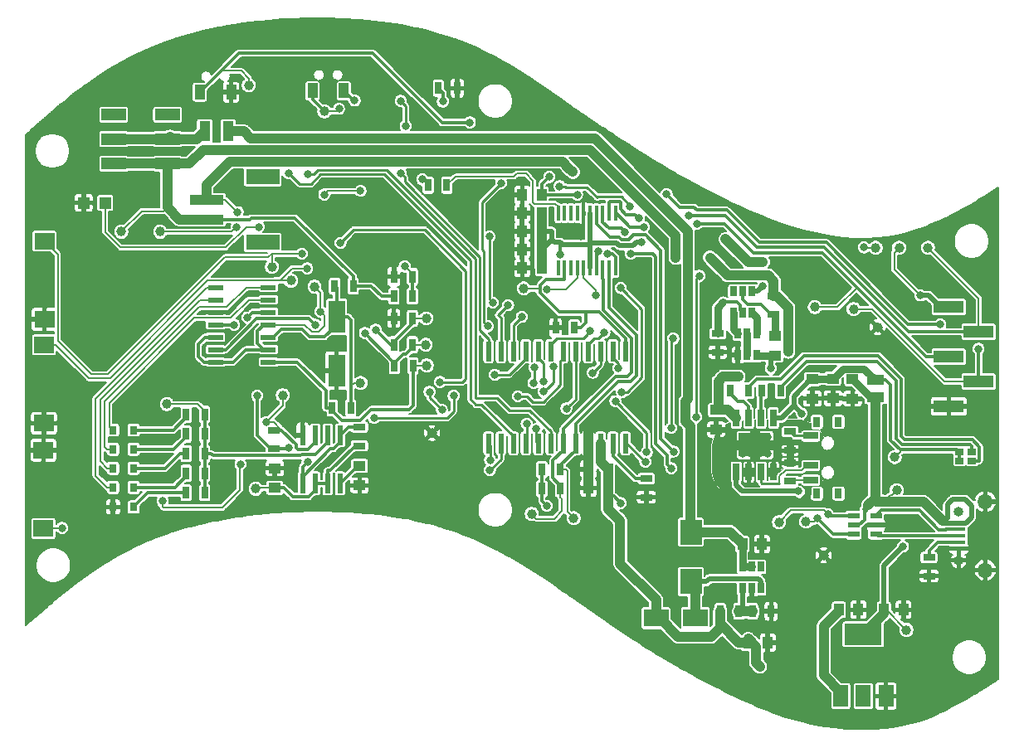
<source format=gbl>
G04 #@! TF.GenerationSoftware,KiCad,Pcbnew,(5.0.0-rc3-dev-5-g0013e0cad)*
G04 #@! TF.CreationDate,2018-07-11T14:46:06+01:00*
G04 #@! TF.ProjectId,Pride Badge,50726964652042616467652E6B696361,rev?*
G04 #@! TF.SameCoordinates,Original*
G04 #@! TF.FileFunction,Copper,L2,Bot,Signal*
G04 #@! TF.FilePolarity,Positive*
%FSLAX46Y46*%
G04 Gerber Fmt 4.6, Leading zero omitted, Abs format (unit mm)*
G04 Created by KiCad (PCBNEW (5.0.0-rc3-dev-5-g0013e0cad)) date 07/11/18 14:46:06*
%MOMM*%
%LPD*%
G01*
G04 APERTURE LIST*
G04 #@! TA.AperFunction,SMDPad,CuDef*
%ADD10R,1.350000X0.400000*%
G04 #@! TD*
G04 #@! TA.AperFunction,ComponentPad*
%ADD11O,1.000000X1.000000*%
G04 #@! TD*
G04 #@! TA.AperFunction,ComponentPad*
%ADD12O,1.550000X1.550000*%
G04 #@! TD*
G04 #@! TA.AperFunction,SMDPad,CuDef*
%ADD13R,3.050000X1.270000*%
G04 #@! TD*
G04 #@! TA.AperFunction,SMDPad,CuDef*
%ADD14R,0.850000X0.650000*%
G04 #@! TD*
G04 #@! TA.AperFunction,SMDPad,CuDef*
%ADD15R,1.250000X1.000000*%
G04 #@! TD*
G04 #@! TA.AperFunction,SMDPad,CuDef*
%ADD16R,1.000000X1.250000*%
G04 #@! TD*
G04 #@! TA.AperFunction,SMDPad,CuDef*
%ADD17R,2.500000X1.800000*%
G04 #@! TD*
G04 #@! TA.AperFunction,SMDPad,CuDef*
%ADD18R,1.700000X3.300000*%
G04 #@! TD*
G04 #@! TA.AperFunction,SMDPad,CuDef*
%ADD19R,0.800000X0.900000*%
G04 #@! TD*
G04 #@! TA.AperFunction,SMDPad,CuDef*
%ADD20R,1.140000X2.030000*%
G04 #@! TD*
G04 #@! TA.AperFunction,SMDPad,CuDef*
%ADD21R,1.778000X1.016000*%
G04 #@! TD*
G04 #@! TA.AperFunction,SMDPad,CuDef*
%ADD22R,2.200000X2.550000*%
G04 #@! TD*
G04 #@! TA.AperFunction,SMDPad,CuDef*
%ADD23R,1.300000X0.700000*%
G04 #@! TD*
G04 #@! TA.AperFunction,SMDPad,CuDef*
%ADD24R,0.700000X1.300000*%
G04 #@! TD*
G04 #@! TA.AperFunction,SMDPad,CuDef*
%ADD25R,1.000000X1.500000*%
G04 #@! TD*
G04 #@! TA.AperFunction,SMDPad,CuDef*
%ADD26R,0.650000X1.060000*%
G04 #@! TD*
G04 #@! TA.AperFunction,SMDPad,CuDef*
%ADD27R,1.500000X2.200000*%
G04 #@! TD*
G04 #@! TA.AperFunction,SMDPad,CuDef*
%ADD28R,3.800000X2.200000*%
G04 #@! TD*
G04 #@! TA.AperFunction,SMDPad,CuDef*
%ADD29R,0.600000X2.000000*%
G04 #@! TD*
G04 #@! TA.AperFunction,SMDPad,CuDef*
%ADD30R,0.650000X1.750000*%
G04 #@! TD*
G04 #@! TA.AperFunction,SMDPad,CuDef*
%ADD31R,3.300000X2.410000*%
G04 #@! TD*
G04 #@! TA.AperFunction,SMDPad,CuDef*
%ADD32R,0.300000X1.600000*%
G04 #@! TD*
G04 #@! TA.AperFunction,SMDPad,CuDef*
%ADD33R,1.500000X0.550000*%
G04 #@! TD*
G04 #@! TA.AperFunction,SMDPad,CuDef*
%ADD34R,2.500000X1.200000*%
G04 #@! TD*
G04 #@! TA.AperFunction,SMDPad,CuDef*
%ADD35R,3.400000X1.500000*%
G04 #@! TD*
G04 #@! TA.AperFunction,SMDPad,CuDef*
%ADD36R,3.500000X1.000000*%
G04 #@! TD*
G04 #@! TA.AperFunction,SMDPad,CuDef*
%ADD37R,1.200000X0.600000*%
G04 #@! TD*
G04 #@! TA.AperFunction,SMDPad,CuDef*
%ADD38R,2.000000X1.700000*%
G04 #@! TD*
G04 #@! TA.AperFunction,SMDPad,CuDef*
%ADD39R,0.800000X1.000000*%
G04 #@! TD*
G04 #@! TA.AperFunction,SMDPad,CuDef*
%ADD40R,1.500000X0.700000*%
G04 #@! TD*
G04 #@! TA.AperFunction,BGAPad,CuDef*
%ADD41C,1.000000*%
G04 #@! TD*
G04 #@! TA.AperFunction,SMDPad,CuDef*
%ADD42R,1.200000X1.200000*%
G04 #@! TD*
G04 #@! TA.AperFunction,ViaPad*
%ADD43C,0.800000*%
G04 #@! TD*
G04 #@! TA.AperFunction,Conductor*
%ADD44C,0.500000*%
G04 #@! TD*
G04 #@! TA.AperFunction,Conductor*
%ADD45C,0.300000*%
G04 #@! TD*
G04 #@! TA.AperFunction,Conductor*
%ADD46C,1.000000*%
G04 #@! TD*
G04 #@! TA.AperFunction,Conductor*
%ADD47C,0.200000*%
G04 #@! TD*
G04 #@! TA.AperFunction,Conductor*
%ADD48C,0.250000*%
G04 #@! TD*
G04 #@! TA.AperFunction,Conductor*
%ADD49C,0.750000*%
G04 #@! TD*
G04 #@! TA.AperFunction,Conductor*
%ADD50C,0.160000*%
G04 #@! TD*
G04 #@! TA.AperFunction,Conductor*
%ADD51C,0.100000*%
G04 #@! TD*
G04 APERTURE END LIST*
D10*
G04 #@! TO.P,J1,1*
G04 #@! TO.N,/SheetPower/VUSB*
X158387460Y-103399100D03*
G04 #@! TO.P,J1,2*
G04 #@! TO.N,Net-(J1-Pad2)*
X158387460Y-104049100D03*
G04 #@! TO.P,J1,3*
G04 #@! TO.N,Net-(J1-Pad3)*
X158387460Y-104699100D03*
G04 #@! TO.P,J1,4*
G04 #@! TO.N,Net-(J1-Pad4)*
X158387460Y-105349100D03*
G04 #@! TO.P,J1,5*
G04 #@! TO.N,GND*
X158387460Y-105999100D03*
D11*
G04 #@! TO.P,J1,6*
X158387460Y-102199100D03*
X158387460Y-107199100D03*
D12*
X161087460Y-101199100D03*
X161087460Y-108199100D03*
G04 #@! TD*
D13*
G04 #@! TO.P,J3,2*
G04 #@! TO.N,/Sheet_MCU-LED-Driver/SWDIO*
X160425000Y-83860000D03*
G04 #@! TO.P,J3,1*
G04 #@! TO.N,+3V3*
X157375000Y-81320000D03*
G04 #@! TO.P,J3,3*
G04 #@! TO.N,/Sheet_MCU-LED-Driver/SWCLK*
X157375000Y-86400000D03*
G04 #@! TO.P,J3,4*
G04 #@! TO.N,/Sheet_MCU-LED-Driver/RESET*
X160425000Y-88940000D03*
G04 #@! TO.P,J3,5*
G04 #@! TO.N,GND*
X157375000Y-91480000D03*
G04 #@! TD*
D14*
G04 #@! TO.P,D2,2*
G04 #@! TO.N,Net-(C2-Pad1)*
X158475000Y-96175000D03*
G04 #@! TO.P,D2,4*
G04 #@! TO.N,Net-(D2-Pad4)*
X159725000Y-96175000D03*
G04 #@! TO.P,D2,3*
G04 #@! TO.N,Net-(D2-Pad3)*
X159725000Y-97025000D03*
G04 #@! TO.P,D2,1*
G04 #@! TO.N,Net-(C2-Pad1)*
X158475000Y-97025000D03*
G04 #@! TD*
D15*
G04 #@! TO.P,C1,2*
G04 #@! TO.N,GND*
X147550000Y-90700000D03*
G04 #@! TO.P,C1,1*
G04 #@! TO.N,/SheetPower/VUSB*
X147550000Y-88700000D03*
G04 #@! TD*
G04 #@! TO.P,C2,1*
G04 #@! TO.N,Net-(C2-Pad1)*
X145550000Y-88650000D03*
G04 #@! TO.P,C2,2*
G04 #@! TO.N,GND*
X145550000Y-90650000D03*
G04 #@! TD*
G04 #@! TO.P,C3,1*
G04 #@! TO.N,Net-(C2-Pad1)*
X143448246Y-88687992D03*
G04 #@! TO.P,C3,2*
G04 #@! TO.N,GND*
X143448246Y-90687992D03*
G04 #@! TD*
D16*
G04 #@! TO.P,C4,2*
G04 #@! TO.N,GND*
X138300000Y-105550000D03*
G04 #@! TO.P,C4,1*
G04 #@! TO.N,Net-(C4-Pad1)*
X136300000Y-105550000D03*
G04 #@! TD*
G04 #@! TO.P,C5,1*
G04 #@! TO.N,+5V*
X136900000Y-115600000D03*
G04 #@! TO.P,C5,2*
G04 #@! TO.N,GND*
X138900000Y-115600000D03*
G04 #@! TD*
G04 #@! TO.P,C6,1*
G04 #@! TO.N,+5V*
X146150000Y-112250000D03*
G04 #@! TO.P,C6,2*
G04 #@! TO.N,GND*
X148150000Y-112250000D03*
G04 #@! TD*
G04 #@! TO.P,C7,2*
G04 #@! TO.N,GND*
X152750000Y-112250000D03*
G04 #@! TO.P,C7,1*
G04 #@! TO.N,+3V3*
X150750000Y-112250000D03*
G04 #@! TD*
D15*
G04 #@! TO.P,C8,1*
G04 #@! TO.N,Net-(C8-Pad1)*
X139650000Y-84300000D03*
G04 #@! TO.P,C8,2*
G04 #@! TO.N,-BATT*
X139650000Y-86300000D03*
G04 #@! TD*
D16*
G04 #@! TO.P,C9,2*
G04 #@! TO.N,GND*
X113850000Y-77350000D03*
G04 #@! TO.P,C9,1*
G04 #@! TO.N,+3V3*
X115850000Y-77350000D03*
G04 #@! TD*
G04 #@! TO.P,C10,2*
G04 #@! TO.N,GND*
X113837992Y-71750000D03*
G04 #@! TO.P,C10,1*
G04 #@! TO.N,+3V3*
X115837992Y-71750000D03*
G04 #@! TD*
G04 #@! TO.P,C11,2*
G04 #@! TO.N,GND*
X113837992Y-75451754D03*
G04 #@! TO.P,C11,1*
G04 #@! TO.N,+3V3*
X115837992Y-75451754D03*
G04 #@! TD*
G04 #@! TO.P,C12,2*
G04 #@! TO.N,GND*
X113837992Y-73600000D03*
G04 #@! TO.P,C12,1*
G04 #@! TO.N,+3V3*
X115837992Y-73600000D03*
G04 #@! TD*
G04 #@! TO.P,C13,1*
G04 #@! TO.N,/Sheet_MCU-LED-Driver/RESET*
X115850000Y-69900000D03*
G04 #@! TO.P,C13,2*
G04 #@! TO.N,GND*
X113850000Y-69900000D03*
G04 #@! TD*
G04 #@! TO.P,C14,1*
G04 #@! TO.N,+5V*
X122600000Y-99800000D03*
G04 #@! TO.P,C14,2*
G04 #@! TO.N,GND*
X120600000Y-99800000D03*
G04 #@! TD*
G04 #@! TO.P,C15,2*
G04 #@! TO.N,GND*
X120600000Y-97900000D03*
G04 #@! TO.P,C15,1*
G04 #@! TO.N,+5V*
X122600000Y-97900000D03*
G04 #@! TD*
D15*
G04 #@! TO.P,C16,2*
G04 #@! TO.N,GND*
X88600000Y-97800000D03*
G04 #@! TO.P,C16,1*
G04 #@! TO.N,Net-(C16-Pad1)*
X88600000Y-99800000D03*
G04 #@! TD*
G04 #@! TO.P,C17,1*
G04 #@! TO.N,Net-(C17-Pad1)*
X97250000Y-97550000D03*
G04 #@! TO.P,C17,2*
G04 #@! TO.N,GND*
X97250000Y-99550000D03*
G04 #@! TD*
D17*
G04 #@! TO.P,D1,2*
G04 #@! TO.N,Net-(D1-Pad2)*
X131500000Y-113100000D03*
G04 #@! TO.P,D1,1*
G04 #@! TO.N,+5V*
X127500000Y-113100000D03*
G04 #@! TD*
D18*
G04 #@! TO.P,D3,2*
G04 #@! TO.N,GND*
X94898246Y-87837992D03*
G04 #@! TO.P,D3,1*
G04 #@! TO.N,Net-(D3-Pad1)*
X94898246Y-82337992D03*
G04 #@! TD*
D19*
G04 #@! TO.P,D4,1*
G04 #@! TO.N,Net-(D4-Pad1)*
X72100000Y-93900000D03*
G04 #@! TO.P,D4,2*
G04 #@! TO.N,Net-(D4-Pad2)*
X74200000Y-93900000D03*
G04 #@! TD*
G04 #@! TO.P,D5,2*
G04 #@! TO.N,Net-(D5-Pad2)*
X74200000Y-95850000D03*
G04 #@! TO.P,D5,1*
G04 #@! TO.N,Net-(D5-Pad1)*
X72100000Y-95850000D03*
G04 #@! TD*
G04 #@! TO.P,D6,1*
G04 #@! TO.N,Net-(D6-Pad1)*
X72100000Y-97800000D03*
G04 #@! TO.P,D6,2*
G04 #@! TO.N,Net-(D6-Pad2)*
X74200000Y-97800000D03*
G04 #@! TD*
G04 #@! TO.P,D7,2*
G04 #@! TO.N,Net-(D7-Pad2)*
X74200000Y-99750000D03*
G04 #@! TO.P,D7,1*
G04 #@! TO.N,Net-(D7-Pad1)*
X72100000Y-99750000D03*
G04 #@! TD*
G04 #@! TO.P,D8,2*
G04 #@! TO.N,Net-(D8-Pad2)*
X74200000Y-101750000D03*
G04 #@! TO.P,D8,1*
G04 #@! TO.N,GND*
X72100000Y-101750000D03*
G04 #@! TD*
D20*
G04 #@! TO.P,F1,2*
G04 #@! TO.N,Net-(F1-Pad2)*
X81450000Y-63400000D03*
G04 #@! TO.P,F1,1*
G04 #@! TO.N,Net-(C4-Pad1)*
X83850000Y-63400000D03*
G04 #@! TD*
D21*
G04 #@! TO.P,L1,1*
G04 #@! TO.N,/SheetPower/VUSB*
X149850000Y-90539000D03*
G04 #@! TO.P,L1,2*
G04 #@! TO.N,Net-(C2-Pad1)*
X149850000Y-88761000D03*
G04 #@! TD*
D22*
G04 #@! TO.P,L2,2*
G04 #@! TO.N,Net-(D1-Pad2)*
X131050000Y-109375000D03*
G04 #@! TO.P,L2,1*
G04 #@! TO.N,Net-(C4-Pad1)*
X131050000Y-104325000D03*
G04 #@! TD*
D23*
G04 #@! TO.P,R1,2*
G04 #@! TO.N,GND*
X155350000Y-108800000D03*
G04 #@! TO.P,R1,1*
G04 #@! TO.N,Net-(J1-Pad4)*
X155350000Y-106900000D03*
G04 #@! TD*
D24*
G04 #@! TO.P,R2,1*
G04 #@! TO.N,Net-(R2-Pad1)*
X138300000Y-89850000D03*
G04 #@! TO.P,R2,2*
G04 #@! TO.N,Net-(D2-Pad4)*
X140200000Y-89850000D03*
G04 #@! TD*
D23*
G04 #@! TO.P,R3,2*
G04 #@! TO.N,Net-(R3-Pad2)*
X141150000Y-94050000D03*
G04 #@! TO.P,R3,1*
G04 #@! TO.N,GND*
X141150000Y-95950000D03*
G04 #@! TD*
D24*
G04 #@! TO.P,R4,2*
G04 #@! TO.N,Net-(R4-Pad2)*
X135944290Y-112409181D03*
G04 #@! TO.P,R4,1*
G04 #@! TO.N,+5V*
X134044290Y-112409181D03*
G04 #@! TD*
G04 #@! TO.P,R5,2*
G04 #@! TO.N,Net-(D2-Pad3)*
X136950000Y-89850000D03*
G04 #@! TO.P,R5,1*
G04 #@! TO.N,Net-(R5-Pad1)*
X135050000Y-89850000D03*
G04 #@! TD*
G04 #@! TO.P,R6,1*
G04 #@! TO.N,Net-(R4-Pad2)*
X137344291Y-112409182D03*
G04 #@! TO.P,R6,2*
G04 #@! TO.N,GND*
X139244291Y-112409182D03*
G04 #@! TD*
D23*
G04 #@! TO.P,R7,1*
G04 #@! TO.N,+BATT*
X139500000Y-80200000D03*
G04 #@! TO.P,R7,2*
G04 #@! TO.N,Net-(C8-Pad1)*
X139500000Y-82100000D03*
G04 #@! TD*
G04 #@! TO.P,R8,1*
G04 #@! TO.N,Net-(R8-Pad1)*
X133800000Y-84050000D03*
G04 #@! TO.P,R8,2*
G04 #@! TO.N,GND*
X133800000Y-85950000D03*
G04 #@! TD*
D24*
G04 #@! TO.P,R9,1*
G04 #@! TO.N,+5V*
X115850000Y-97950000D03*
G04 #@! TO.P,R9,2*
G04 #@! TO.N,/Sheet_MCU-LED-Driver/SDA0*
X117750000Y-97950000D03*
G04 #@! TD*
G04 #@! TO.P,R10,2*
G04 #@! TO.N,/Sheet_MCU-LED-Driver/SCL0*
X117750000Y-99900000D03*
G04 #@! TO.P,R10,1*
G04 #@! TO.N,+5V*
X115850000Y-99900000D03*
G04 #@! TD*
G04 #@! TO.P,R11,1*
G04 #@! TO.N,/Sheet_MCU-LED-Driver/ISSI_SDB*
X119150000Y-83450000D03*
G04 #@! TO.P,R11,2*
G04 #@! TO.N,GND*
X117250000Y-83450000D03*
G04 #@! TD*
D23*
G04 #@! TO.P,R12,2*
G04 #@! TO.N,GND*
X126500000Y-100750000D03*
G04 #@! TO.P,R12,1*
G04 #@! TO.N,Net-(R12-Pad1)*
X126500000Y-98850000D03*
G04 #@! TD*
D24*
G04 #@! TO.P,R13,2*
G04 #@! TO.N,Net-(D3-Pad1)*
X94700000Y-79200000D03*
G04 #@! TO.P,R13,1*
G04 #@! TO.N,+BATT*
X96600000Y-79200000D03*
G04 #@! TD*
G04 #@! TO.P,R14,2*
G04 #@! TO.N,Net-(R14-Pad2)*
X94448246Y-91637992D03*
G04 #@! TO.P,R14,1*
G04 #@! TO.N,Net-(D3-Pad1)*
X96348246Y-91637992D03*
G04 #@! TD*
G04 #@! TO.P,R15,2*
G04 #@! TO.N,Net-(D4-Pad2)*
X79550000Y-92300000D03*
G04 #@! TO.P,R15,1*
G04 #@! TO.N,/SheetBatteryGauge/LED_VCC*
X81450000Y-92300000D03*
G04 #@! TD*
G04 #@! TO.P,R16,1*
G04 #@! TO.N,Net-(R14-Pad2)*
X102698246Y-87337992D03*
G04 #@! TO.P,R16,2*
G04 #@! TO.N,Net-(R16-Pad2)*
X100798246Y-87337992D03*
G04 #@! TD*
G04 #@! TO.P,R17,1*
G04 #@! TO.N,/SheetBatteryGauge/LED_VCC*
X81450000Y-94300000D03*
G04 #@! TO.P,R17,2*
G04 #@! TO.N,Net-(D5-Pad2)*
X79550000Y-94300000D03*
G04 #@! TD*
D23*
G04 #@! TO.P,R18,1*
G04 #@! TO.N,+5V*
X97250000Y-93600000D03*
G04 #@! TO.P,R18,2*
G04 #@! TO.N,Net-(C16-Pad1)*
X97250000Y-95500000D03*
G04 #@! TD*
G04 #@! TO.P,R19,2*
G04 #@! TO.N,Net-(R19-Pad2)*
X88500000Y-93900000D03*
G04 #@! TO.P,R19,1*
G04 #@! TO.N,+5V*
X88500000Y-95800000D03*
G04 #@! TD*
D24*
G04 #@! TO.P,R20,2*
G04 #@! TO.N,Net-(R20-Pad2)*
X100748246Y-85187992D03*
G04 #@! TO.P,R20,1*
G04 #@! TO.N,Net-(R16-Pad2)*
X102648246Y-85187992D03*
G04 #@! TD*
G04 #@! TO.P,R21,1*
G04 #@! TO.N,/SheetBatteryGauge/LED_VCC*
X81450000Y-96300000D03*
G04 #@! TO.P,R21,2*
G04 #@! TO.N,Net-(D6-Pad2)*
X79550000Y-96300000D03*
G04 #@! TD*
G04 #@! TO.P,R23,1*
G04 #@! TO.N,Net-(R20-Pad2)*
X102648246Y-82487992D03*
G04 #@! TO.P,R23,2*
G04 #@! TO.N,GND*
X100748246Y-82487992D03*
G04 #@! TD*
G04 #@! TO.P,R24,2*
G04 #@! TO.N,Net-(D7-Pad2)*
X79550000Y-98300000D03*
G04 #@! TO.P,R24,1*
G04 #@! TO.N,/SheetBatteryGauge/LED_VCC*
X81450000Y-98300000D03*
G04 #@! TD*
G04 #@! TO.P,R25,1*
G04 #@! TO.N,+BATT*
X100748246Y-80237992D03*
G04 #@! TO.P,R25,2*
G04 #@! TO.N,Net-(R25-Pad2)*
X102648246Y-80237992D03*
G04 #@! TD*
G04 #@! TO.P,R26,2*
G04 #@! TO.N,GND*
X100748246Y-78237992D03*
G04 #@! TO.P,R26,1*
G04 #@! TO.N,Net-(R25-Pad2)*
X102648246Y-78237992D03*
G04 #@! TD*
G04 #@! TO.P,R27,1*
G04 #@! TO.N,/SheetBatteryGauge/LED_VCC*
X81450000Y-100300000D03*
G04 #@! TO.P,R27,2*
G04 #@! TO.N,Net-(D8-Pad2)*
X79550000Y-100300000D03*
G04 #@! TD*
D25*
G04 #@! TO.P,SW4,2*
G04 #@! TO.N,/Sheet_MCU-LED-Driver/RESET*
X80950000Y-59400000D03*
G04 #@! TO.P,SW4,1*
G04 #@! TO.N,GND*
X84150000Y-59400000D03*
G04 #@! TD*
D26*
G04 #@! TO.P,U3,5*
G04 #@! TO.N,Net-(C4-Pad1)*
X137250000Y-107850000D03*
G04 #@! TO.P,U3,6*
G04 #@! TO.N,N/C*
X138200000Y-107850000D03*
G04 #@! TO.P,U3,4*
G04 #@! TO.N,Net-(C4-Pad1)*
X136300000Y-107850000D03*
G04 #@! TO.P,U3,3*
G04 #@! TO.N,Net-(R4-Pad2)*
X136300000Y-110050000D03*
G04 #@! TO.P,U3,2*
G04 #@! TO.N,GND*
X137250000Y-110050000D03*
G04 #@! TO.P,U3,1*
G04 #@! TO.N,Net-(D1-Pad2)*
X138200000Y-110050000D03*
G04 #@! TD*
D27*
G04 #@! TO.P,U4,3*
G04 #@! TO.N,+5V*
X146349999Y-121050000D03*
G04 #@! TO.P,U4,2*
G04 #@! TO.N,+3V3*
X148649999Y-121050000D03*
G04 #@! TO.P,U4,1*
G04 #@! TO.N,GND*
X150949999Y-121050000D03*
D28*
G04 #@! TO.P,U4,4*
G04 #@! TO.N,+3V3*
X148649999Y-114750000D03*
G04 #@! TD*
D26*
G04 #@! TO.P,U5,5*
G04 #@! TO.N,Net-(C8-Pad1)*
X136350000Y-79750000D03*
G04 #@! TO.P,U5,6*
G04 #@! TO.N,-BATT*
X137300000Y-79750000D03*
G04 #@! TO.P,U5,4*
G04 #@! TO.N,N/C*
X135400000Y-79750000D03*
G04 #@! TO.P,U5,3*
G04 #@! TO.N,Net-(U5-Pad3)*
X135400000Y-81950000D03*
G04 #@! TO.P,U5,2*
G04 #@! TO.N,Net-(R8-Pad1)*
X136350000Y-81950000D03*
G04 #@! TO.P,U5,1*
G04 #@! TO.N,Net-(U5-Pad1)*
X137300000Y-81950000D03*
G04 #@! TD*
G04 #@! TO.P,U6,1*
G04 #@! TO.N,-BATT*
X137750000Y-86250000D03*
G04 #@! TO.P,U6,2*
G04 #@! TO.N,Net-(U6-Pad2)*
X136800000Y-86250000D03*
G04 #@! TO.P,U6,3*
G04 #@! TO.N,GND*
X135850000Y-86250000D03*
G04 #@! TO.P,U6,4*
G04 #@! TO.N,Net-(U5-Pad3)*
X135850000Y-84050000D03*
G04 #@! TO.P,U6,6*
G04 #@! TO.N,Net-(U5-Pad1)*
X137750000Y-84050000D03*
G04 #@! TO.P,U6,5*
G04 #@! TO.N,Net-(U6-Pad2)*
X136800000Y-84050000D03*
G04 #@! TD*
D29*
G04 #@! TO.P,U10,1*
G04 #@! TO.N,GND*
X91443246Y-94437992D03*
G04 #@! TO.P,U10,2*
G04 #@! TO.N,Net-(R19-Pad2)*
X92713246Y-94437992D03*
G04 #@! TO.P,U10,4*
G04 #@! TO.N,+5V*
X95253246Y-94437992D03*
G04 #@! TO.P,U10,5*
G04 #@! TO.N,Net-(C17-Pad1)*
X95253246Y-99337992D03*
G04 #@! TO.P,U10,6*
G04 #@! TO.N,Net-(C16-Pad1)*
X93983246Y-99337992D03*
G04 #@! TO.P,U10,7*
X92713246Y-99337992D03*
G04 #@! TO.P,U10,8*
G04 #@! TO.N,+5V*
X91443246Y-99337992D03*
G04 #@! TO.P,U10,3*
G04 #@! TO.N,/SheetBatteryGauge/LED_VCC*
X93983246Y-94437992D03*
G04 #@! TD*
D30*
G04 #@! TO.P,U2,1*
G04 #@! TO.N,GND*
X139455000Y-98150000D03*
D31*
G04 #@! TO.P,U2,9*
X137550000Y-95400000D03*
D30*
G04 #@! TO.P,U2,2*
G04 #@! TO.N,Net-(SW7-Pad2)*
X138185000Y-98150000D03*
G04 #@! TO.P,U2,3*
G04 #@! TO.N,GND*
X136915000Y-98150000D03*
G04 #@! TO.P,U2,4*
G04 #@! TO.N,Net-(C2-Pad1)*
X135645000Y-98150000D03*
G04 #@! TO.P,U2,5*
G04 #@! TO.N,+BATT*
X135645000Y-92650000D03*
G04 #@! TO.P,U2,6*
G04 #@! TO.N,Net-(R5-Pad1)*
X136915000Y-92650000D03*
G04 #@! TO.P,U2,7*
G04 #@! TO.N,Net-(R2-Pad1)*
X138185000Y-92650000D03*
G04 #@! TO.P,U2,8*
G04 #@! TO.N,Net-(C2-Pad1)*
X139455000Y-92650000D03*
G04 #@! TD*
D32*
G04 #@! TO.P,U7,1*
G04 #@! TO.N,Net-(R29-Pad1)*
X123362992Y-77351754D03*
G04 #@! TO.P,U7,2*
G04 #@! TO.N,/Sheet_MCU-LED-Driver/SDA0*
X122712992Y-77351754D03*
G04 #@! TO.P,U7,3*
G04 #@! TO.N,/Sheet_MCU-LED-Driver/SCL0*
X122062992Y-77351754D03*
G04 #@! TO.P,U7,4*
G04 #@! TO.N,/Sheet_MCU-LED-Driver/RESET*
X121412992Y-77351754D03*
G04 #@! TO.P,U7,5*
G04 #@! TO.N,+3V3*
X120762992Y-77351754D03*
G04 #@! TO.P,U7,6*
G04 #@! TO.N,Net-(SW2-Pad1)*
X120112992Y-77351754D03*
G04 #@! TO.P,U7,7*
G04 #@! TO.N,Net-(SW3-Pad1)*
X119462992Y-77351754D03*
G04 #@! TO.P,U7,8*
G04 #@! TO.N,N/C*
X118812992Y-77351754D03*
G04 #@! TO.P,U7,9*
G04 #@! TO.N,/Sheet_MCU-LED-Driver/ISSI_SDB*
X118162992Y-77351754D03*
G04 #@! TO.P,U7,10*
G04 #@! TO.N,N/C*
X117512992Y-77351754D03*
G04 #@! TO.P,U7,11*
G04 #@! TO.N,Net-(R28-Pad2)*
X117512992Y-71751754D03*
G04 #@! TO.P,U7,12*
G04 #@! TO.N,N/C*
X118162992Y-71751754D03*
G04 #@! TO.P,U7,13*
X118812992Y-71751754D03*
G04 #@! TO.P,U7,14*
X119462992Y-71751754D03*
G04 #@! TO.P,U7,15*
G04 #@! TO.N,GND*
X120112992Y-71751754D03*
G04 #@! TO.P,U7,16*
G04 #@! TO.N,+3V3*
X120762992Y-71751754D03*
G04 #@! TO.P,U7,17*
G04 #@! TO.N,USBDM*
X121412992Y-71751754D03*
G04 #@! TO.P,U7,18*
G04 #@! TO.N,USBDP*
X122062992Y-71751754D03*
G04 #@! TO.P,U7,19*
G04 #@! TO.N,/Sheet_MCU-LED-Driver/SWDIO*
X122712992Y-71751754D03*
G04 #@! TO.P,U7,20*
G04 #@! TO.N,/Sheet_MCU-LED-Driver/SWCLK*
X123362992Y-71751754D03*
G04 #@! TD*
D29*
G04 #@! TO.P,U8,1*
G04 #@! TO.N,Net-(DF3-Pad1)*
X124367123Y-95254501D03*
G04 #@! TO.P,U8,13*
G04 #@! TO.N,Net-(DC1-Pad1)*
X110397123Y-85854501D03*
G04 #@! TO.P,U8,2*
G04 #@! TO.N,Net-(R12-Pad1)*
X123097123Y-95254501D03*
G04 #@! TO.P,U8,3*
G04 #@! TO.N,+5V*
X121827123Y-95254501D03*
G04 #@! TO.P,U8,4*
G04 #@! TO.N,GND*
X120557123Y-95254501D03*
G04 #@! TO.P,U8,5*
G04 #@! TO.N,/Sheet_MCU-LED-Driver/SDA0*
X119287123Y-95254501D03*
G04 #@! TO.P,U8,6*
G04 #@! TO.N,/Sheet_MCU-LED-Driver/SCL0*
X118017123Y-95254501D03*
G04 #@! TO.P,U8,7*
G04 #@! TO.N,Net-(DA1-Pad1)*
X116747123Y-95254501D03*
G04 #@! TO.P,U8,8*
G04 #@! TO.N,Net-(DA2-Pad1)*
X115477123Y-95254501D03*
G04 #@! TO.P,U8,9*
G04 #@! TO.N,Net-(DA3-Pad1)*
X114207123Y-95254501D03*
G04 #@! TO.P,U8,10*
G04 #@! TO.N,Net-(DB1-Pad1)*
X112937123Y-95254501D03*
G04 #@! TO.P,U8,11*
G04 #@! TO.N,Net-(DB2-Pad1)*
X111667123Y-95254501D03*
G04 #@! TO.P,U8,12*
G04 #@! TO.N,Net-(DB3-Pad1)*
X110397123Y-95254501D03*
G04 #@! TO.P,U8,14*
G04 #@! TO.N,Net-(DC2-Pad1)*
X111667123Y-85854501D03*
G04 #@! TO.P,U8,15*
G04 #@! TO.N,Net-(DC3-Pad1)*
X112937123Y-85854501D03*
G04 #@! TO.P,U8,16*
G04 #@! TO.N,Net-(DD1-Pad1)*
X114207123Y-85854501D03*
G04 #@! TO.P,U8,17*
G04 #@! TO.N,Net-(DD2-Pad1)*
X115477123Y-85854501D03*
G04 #@! TO.P,U8,18*
G04 #@! TO.N,Net-(DD3-Pad1)*
X116747123Y-85854501D03*
G04 #@! TO.P,U8,19*
G04 #@! TO.N,Net-(DE1-Pad1)*
X118017123Y-85854501D03*
G04 #@! TO.P,U8,20*
G04 #@! TO.N,Net-(DE2-Pad1)*
X119287123Y-85854501D03*
G04 #@! TO.P,U8,21*
G04 #@! TO.N,Net-(DE3-Pad1)*
X120557123Y-85854501D03*
G04 #@! TO.P,U8,22*
G04 #@! TO.N,Net-(DF1-Pad1)*
X121827123Y-85854501D03*
G04 #@! TO.P,U8,23*
G04 #@! TO.N,Net-(DF2-Pad1)*
X123097123Y-85854501D03*
G04 #@! TO.P,U8,24*
G04 #@! TO.N,/Sheet_MCU-LED-Driver/ISSI_SDB*
X124367123Y-85854501D03*
G04 #@! TD*
D33*
G04 #@! TO.P,U9,1*
G04 #@! TO.N,Net-(D5-Pad1)*
X87950000Y-79340000D03*
G04 #@! TO.P,U9,2*
G04 #@! TO.N,Net-(D4-Pad1)*
X87950000Y-80610000D03*
G04 #@! TO.P,U9,3*
G04 #@! TO.N,+5V*
X87950000Y-81880000D03*
G04 #@! TO.P,U9,4*
G04 #@! TO.N,Net-(R25-Pad2)*
X87950000Y-83150000D03*
G04 #@! TO.P,U9,5*
G04 #@! TO.N,Net-(D3-Pad1)*
X87950000Y-84420000D03*
G04 #@! TO.P,U9,6*
G04 #@! TO.N,Net-(R25-Pad2)*
X87950000Y-85690000D03*
G04 #@! TO.P,U9,7*
G04 #@! TO.N,Net-(R14-Pad2)*
X87950000Y-86960000D03*
G04 #@! TO.P,U9,8*
G04 #@! TO.N,Net-(R25-Pad2)*
X82550000Y-86960000D03*
G04 #@! TO.P,U9,9*
G04 #@! TO.N,Net-(R20-Pad2)*
X82550000Y-85690000D03*
G04 #@! TO.P,U9,10*
G04 #@! TO.N,Net-(R25-Pad2)*
X82550000Y-84420000D03*
G04 #@! TO.P,U9,11*
G04 #@! TO.N,Net-(R16-Pad2)*
X82550000Y-83150000D03*
G04 #@! TO.P,U9,12*
G04 #@! TO.N,GND*
X82550000Y-81880000D03*
G04 #@! TO.P,U9,13*
G04 #@! TO.N,Net-(D6-Pad1)*
X82550000Y-80610000D03*
G04 #@! TO.P,U9,14*
G04 #@! TO.N,Net-(D7-Pad1)*
X82550000Y-79340000D03*
G04 #@! TD*
D34*
G04 #@! TO.P,SW1,3*
G04 #@! TO.N,N/C*
X72150000Y-61700000D03*
G04 #@! TO.P,SW1,2*
G04 #@! TO.N,Net-(F1-Pad2)*
X72150000Y-64200000D03*
G04 #@! TO.P,SW1,1*
G04 #@! TO.N,+BATT*
X72150000Y-66700000D03*
G04 #@! TO.P,SW1,4*
X77650000Y-66700000D03*
G04 #@! TO.P,SW1,5*
G04 #@! TO.N,Net-(F1-Pad2)*
X77650000Y-64200000D03*
G04 #@! TO.P,SW1,6*
G04 #@! TO.N,N/C*
X77650000Y-61700000D03*
G04 #@! TD*
D15*
G04 #@! TO.P,C18,2*
G04 #@! TO.N,GND*
X133650000Y-93850000D03*
G04 #@! TO.P,C18,1*
G04 #@! TO.N,+BATT*
X133650000Y-91850000D03*
G04 #@! TD*
D35*
G04 #@! TO.P,J2,*
G04 #@! TO.N,*
X87375000Y-74750000D03*
X87375000Y-68050000D03*
D36*
G04 #@! TO.P,J2,2*
G04 #@! TO.N,+BATT*
X81625000Y-72400000D03*
G04 #@! TO.P,J2,1*
G04 #@! TO.N,-BATT*
X81625000Y-70400000D03*
G04 #@! TD*
D37*
G04 #@! TO.P,U1,1*
G04 #@! TO.N,Net-(J1-Pad2)*
X149950000Y-102650000D03*
G04 #@! TO.P,U1,2*
G04 #@! TO.N,GND*
X149950000Y-103600000D03*
G04 #@! TO.P,U1,3*
G04 #@! TO.N,Net-(J1-Pad3)*
X149950000Y-104550000D03*
G04 #@! TO.P,U1,4*
G04 #@! TO.N,USBDP*
X147650000Y-104550000D03*
G04 #@! TO.P,U1,5*
G04 #@! TO.N,/SheetPower/VUSB*
X147650000Y-103600000D03*
G04 #@! TO.P,U1,6*
G04 #@! TO.N,USBDM*
X147650000Y-102650000D03*
G04 #@! TD*
D38*
G04 #@! TO.P,SW2,2*
G04 #@! TO.N,GND*
X65050000Y-93200000D03*
G04 #@! TO.P,SW2,1*
G04 #@! TO.N,Net-(SW2-Pad1)*
X65050000Y-85200000D03*
G04 #@! TD*
G04 #@! TO.P,SW3,1*
G04 #@! TO.N,Net-(SW3-Pad1)*
X65100000Y-74600000D03*
G04 #@! TO.P,SW3,2*
G04 #@! TO.N,GND*
X65100000Y-82600000D03*
G04 #@! TD*
G04 #@! TO.P,SW6,1*
G04 #@! TO.N,GND*
X65000000Y-95950000D03*
G04 #@! TO.P,SW6,2*
G04 #@! TO.N,Net-(R19-Pad2)*
X65000000Y-103950000D03*
G04 #@! TD*
D23*
G04 #@! TO.P,R22,2*
G04 #@! TO.N,Net-(R22-Pad2)*
X141150000Y-99100000D03*
G04 #@! TO.P,R22,1*
G04 #@! TO.N,GND*
X141150000Y-97200000D03*
G04 #@! TD*
D39*
G04 #@! TO.P,SW7,*
G04 #@! TO.N,*
X143895001Y-93074999D03*
X143895001Y-100374999D03*
X146105001Y-100374999D03*
X146105001Y-93074999D03*
D40*
G04 #@! TO.P,SW7,3*
G04 #@! TO.N,Net-(R22-Pad2)*
X143245001Y-98974999D03*
G04 #@! TO.P,SW7,2*
G04 #@! TO.N,Net-(SW7-Pad2)*
X143245001Y-97474999D03*
G04 #@! TO.P,SW7,1*
G04 #@! TO.N,Net-(R3-Pad2)*
X143245001Y-94474999D03*
G04 #@! TD*
D41*
G04 #@! TO.P,TP1,1*
G04 #@! TO.N,USBDM*
X140050000Y-103300000D03*
G04 #@! TD*
G04 #@! TO.P,TP2,1*
G04 #@! TO.N,/SheetPower/VUSB*
X152050000Y-100050000D03*
G04 #@! TD*
G04 #@! TO.P,TP3,1*
G04 #@! TO.N,+5V*
X149900000Y-75300000D03*
G04 #@! TD*
G04 #@! TO.P,TP4,1*
G04 #@! TO.N,+3V3*
X153050000Y-114300000D03*
G04 #@! TD*
G04 #@! TO.P,TP5,1*
G04 #@! TO.N,GND*
X150100000Y-83400000D03*
G04 #@! TD*
G04 #@! TO.P,TP6,1*
G04 #@! TO.N,+BATT*
X72950000Y-73650000D03*
G04 #@! TD*
G04 #@! TO.P,TP7,1*
G04 #@! TO.N,-BATT*
X76900000Y-73650000D03*
G04 #@! TD*
G04 #@! TO.P,TP8,1*
G04 #@! TO.N,USBDP*
X142800000Y-103250000D03*
G04 #@! TD*
G04 #@! TO.P,TP9,1*
G04 #@! TO.N,Net-(C2-Pad1)*
X151850000Y-96650000D03*
G04 #@! TD*
G04 #@! TO.P,TP10,1*
G04 #@! TO.N,Net-(D3-Pad1)*
X97350000Y-89100000D03*
G04 #@! TD*
G04 #@! TO.P,TP11,1*
G04 #@! TO.N,Net-(R14-Pad2)*
X104100000Y-87300000D03*
G04 #@! TD*
G04 #@! TO.P,TP12,1*
G04 #@! TO.N,Net-(R16-Pad2)*
X104000000Y-85200000D03*
G04 #@! TD*
G04 #@! TO.P,TP13,1*
G04 #@! TO.N,Net-(C16-Pad1)*
X86650000Y-99900000D03*
G04 #@! TD*
G04 #@! TO.P,TP14,1*
G04 #@! TO.N,/SheetBatteryGauge/LED_VCC*
X77600000Y-91250000D03*
G04 #@! TD*
G04 #@! TO.P,TP15,1*
G04 #@! TO.N,Net-(R20-Pad2)*
X104050000Y-82500000D03*
G04 #@! TD*
G04 #@! TO.P,TP16,1*
G04 #@! TO.N,Net-(R25-Pad2)*
X92650000Y-79250000D03*
G04 #@! TD*
G04 #@! TO.P,TP17,1*
G04 #@! TO.N,Net-(SW2-Pad1)*
X90250000Y-78650000D03*
G04 #@! TD*
G04 #@! TO.P,TP18,1*
G04 #@! TO.N,Net-(SW3-Pad1)*
X88300000Y-77250000D03*
G04 #@! TD*
G04 #@! TO.P,TP19,1*
G04 #@! TO.N,/Sheet_MCU-LED-Driver/SWDIO*
X155250000Y-75300000D03*
G04 #@! TD*
G04 #@! TO.P,TP20,1*
G04 #@! TO.N,/Sheet_MCU-LED-Driver/SWCLK*
X143700000Y-81350000D03*
G04 #@! TD*
G04 #@! TO.P,TP21,1*
G04 #@! TO.N,/Sheet_MCU-LED-Driver/RESET*
X147650000Y-81550000D03*
G04 #@! TD*
G04 #@! TO.P,TP22,1*
G04 #@! TO.N,/Sheet_MCU-LED-Driver/SDA0*
X119100000Y-102900000D03*
G04 #@! TD*
G04 #@! TO.P,TP23,1*
G04 #@! TO.N,/Sheet_MCU-LED-Driver/SCL0*
X114800000Y-102450000D03*
G04 #@! TD*
G04 #@! TO.P,TP24,1*
G04 #@! TO.N,/Sheet_MCU-LED-Driver/ISSI_SDB*
X114000000Y-79450000D03*
G04 #@! TD*
G04 #@! TO.P,TP25,1*
G04 #@! TO.N,/Sheet_MCU-LED-Driver/RESET*
X85950000Y-58700000D03*
G04 #@! TD*
G04 #@! TO.P,TP26,1*
G04 #@! TO.N,Net-(R29-Pad1)*
X93650000Y-61350000D03*
G04 #@! TD*
G04 #@! TO.P,TP27,1*
G04 #@! TO.N,GND*
X144600000Y-106700000D03*
G04 #@! TD*
G04 #@! TO.P,TP28,1*
G04 #@! TO.N,GND*
X104650000Y-94200000D03*
G04 #@! TD*
G04 #@! TO.P,TP29,1*
G04 #@! TO.N,+3V3*
X152300000Y-75300000D03*
G04 #@! TD*
G04 #@! TO.P,TP30,1*
G04 #@! TO.N,Net-(R19-Pad2)*
X89400000Y-90350000D03*
G04 #@! TD*
D42*
G04 #@! TO.P,D9,1*
G04 #@! TO.N,GND*
X69100000Y-70700000D03*
G04 #@! TO.P,D9,2*
G04 #@! TO.N,Net-(D9-Pad2)*
X71300000Y-70700000D03*
G04 #@! TD*
D24*
G04 #@! TO.P,R28,1*
G04 #@! TO.N,Net-(D9-Pad2)*
X104250000Y-68900000D03*
G04 #@! TO.P,R28,2*
G04 #@! TO.N,Net-(R28-Pad2)*
X106150000Y-68900000D03*
G04 #@! TD*
G04 #@! TO.P,R29,2*
G04 #@! TO.N,GND*
X107200000Y-59000000D03*
G04 #@! TO.P,R29,1*
G04 #@! TO.N,Net-(R29-Pad1)*
X105300000Y-59000000D03*
G04 #@! TD*
D25*
G04 #@! TO.P,SW5,2*
G04 #@! TO.N,Net-(R29-Pad1)*
X92450000Y-59250000D03*
G04 #@! TO.P,SW5,1*
G04 #@! TO.N,+3V3*
X95650000Y-59250000D03*
G04 #@! TD*
D43*
G04 #@! TO.N,GND*
X138850000Y-96300000D03*
X138000000Y-96300000D03*
X137150000Y-96300000D03*
X136300000Y-96300000D03*
X136300000Y-95450000D03*
X137150000Y-95450000D03*
X138000000Y-95450000D03*
X138850000Y-95450000D03*
X138850000Y-94600000D03*
X138000000Y-94600000D03*
X137150000Y-94600000D03*
X136300000Y-94600000D03*
X119850000Y-74100002D03*
X122250000Y-105400000D03*
X126550000Y-102000000D03*
X99750000Y-74500000D03*
X106950000Y-70650000D03*
X115269669Y-67780331D03*
X113745057Y-68405703D03*
G04 #@! TO.N,Net-(C2-Pad1)*
X142350000Y-92200000D03*
X142050000Y-100150002D03*
G04 #@! TO.N,+5V*
X138100000Y-118050000D03*
X144600000Y-118000000D03*
X123900000Y-101350000D03*
X90000000Y-95750001D03*
X85800000Y-82400000D03*
X86800000Y-90400000D03*
X91950002Y-97150000D03*
X117650000Y-69000000D03*
X124850000Y-71100000D03*
X124000000Y-90000000D03*
X148701048Y-75248952D03*
X116350000Y-101650000D03*
X123900000Y-79400000D03*
G04 #@! TO.N,+3V3*
X152700000Y-105800000D03*
X126050000Y-74750002D03*
X117703146Y-75953087D03*
X154450000Y-80150000D03*
X96750000Y-60250000D03*
G04 #@! TO.N,/Sheet_MCU-LED-Driver/RESET*
X128577818Y-69822182D03*
X121612992Y-75650000D03*
X156500000Y-83110000D03*
X108500000Y-62500000D03*
X119450000Y-69850000D03*
X116600000Y-68050000D03*
X160400000Y-85600000D03*
G04 #@! TO.N,Net-(DA1-Pad1)*
X92000000Y-67800000D03*
G04 #@! TO.N,Net-(DA2-Pad1)*
X101450000Y-60300000D03*
X101950000Y-62850000D03*
X110500000Y-74150000D03*
X110850000Y-80900000D03*
X115100000Y-87524999D03*
X114987347Y-89087347D03*
X115300000Y-93800000D03*
G04 #@! TO.N,Net-(DA3-Pad1)*
X117000000Y-87454503D03*
X114300000Y-93250000D03*
X116049745Y-89974935D03*
G04 #@! TO.N,Net-(DB1-Pad1)*
X90000000Y-67650010D03*
G04 #@! TO.N,Net-(DB2-Pad1)*
X111700000Y-68700000D03*
X104400000Y-90000000D03*
X105650000Y-91850000D03*
X110550000Y-98000000D03*
X110350000Y-83300000D03*
G04 #@! TO.N,Net-(DB3-Pad1)*
X110564314Y-96960381D03*
G04 #@! TO.N,Net-(DC1-Pad1)*
X101450000Y-67650010D03*
G04 #@! TO.N,Net-(DC2-Pad1)*
X112400000Y-81150000D03*
G04 #@! TO.N,Net-(DC3-Pad1)*
X113800000Y-82350000D03*
X131600000Y-92550000D03*
X131900000Y-78150000D03*
G04 #@! TO.N,Net-(DD1-Pad1)*
X105450000Y-89000000D03*
X95305331Y-74794669D03*
X111050000Y-88250000D03*
G04 #@! TO.N,Net-(DD2-Pad1)*
X116000000Y-88974999D03*
G04 #@! TO.N,Net-(DD3-Pad1)*
X126561007Y-96164316D03*
X120800000Y-83800000D03*
X123350000Y-90950000D03*
G04 #@! TO.N,Net-(DE1-Pad1)*
X106850000Y-90400000D03*
X98723450Y-92673450D03*
X113400000Y-90450000D03*
G04 #@! TO.N,Net-(DE2-Pad1)*
X118350000Y-91700000D03*
G04 #@! TO.N,Net-(DE3-Pad1)*
X129037662Y-93687662D03*
X122237745Y-83912425D03*
X129250000Y-84550000D03*
G04 #@! TO.N,Net-(DF1-Pad1)*
X121050000Y-88050000D03*
G04 #@! TO.N,Net-(DF2-Pad1)*
X123650000Y-87600000D03*
G04 #@! TO.N,Net-(DF3-Pad1)*
X126399798Y-97151238D03*
G04 #@! TO.N,+BATT*
X129500000Y-76300000D03*
X141000000Y-85900000D03*
X135900000Y-88450000D03*
X133000000Y-76300000D03*
G04 #@! TO.N,/Sheet_MCU-LED-Driver/SWCLK*
X131647175Y-72852825D03*
X126257028Y-73161944D03*
G04 #@! TO.N,/Sheet_MCU-LED-Driver/SWDIO*
X130795757Y-72001408D03*
X125750000Y-72300000D03*
G04 #@! TO.N,Net-(R16-Pad2)*
X97800000Y-84000000D03*
X84450010Y-83150010D03*
G04 #@! TO.N,Net-(R19-Pad2)*
X85100000Y-97400000D03*
X77150000Y-101150000D03*
X87700000Y-93100004D03*
X66900000Y-103900000D03*
G04 #@! TO.N,Net-(R20-Pad2)*
X98900000Y-83650000D03*
X92700000Y-83150000D03*
G04 #@! TO.N,Net-(R25-Pad2)*
X101850000Y-77200002D03*
X93250000Y-81800002D03*
G04 #@! TO.N,Net-(SW2-Pad1)*
X121350000Y-80100000D03*
X91900000Y-77400000D03*
G04 #@! TO.N,Net-(SW3-Pad1)*
X116400000Y-79550000D03*
X91350000Y-75900000D03*
G04 #@! TO.N,USBDP*
X143950000Y-102900000D03*
X124900000Y-75905581D03*
X124345225Y-73705559D03*
X129050000Y-97800000D03*
G04 #@! TO.N,USBDM*
X145050000Y-102500000D03*
X129279643Y-96092488D03*
G04 #@! TO.N,-BATT*
X138400000Y-79200000D03*
X139200000Y-87600000D03*
X138400000Y-76750000D03*
X134600000Y-74400000D03*
X84700000Y-73150000D03*
X84800000Y-71650000D03*
X119000000Y-67550000D03*
G04 #@! TO.N,Net-(D9-Pad2)*
X97350000Y-69475000D03*
X93650000Y-69850000D03*
X86950000Y-73150000D03*
X103650000Y-68300000D03*
G04 #@! TO.N,Net-(R29-Pad1)*
X122579195Y-75907789D03*
X95150000Y-61100000D03*
X105750000Y-60350000D03*
G04 #@! TD*
D44*
G04 #@! TO.N,GND*
X139455000Y-98150000D02*
X139455000Y-97305000D01*
D45*
X149050000Y-103600000D02*
X148750000Y-103900000D01*
X149950000Y-103600000D02*
X149050000Y-103600000D01*
X148750000Y-103900000D02*
X148750000Y-106150000D01*
D46*
X120557123Y-97857123D02*
X120600000Y-97900000D01*
X120557123Y-95254501D02*
X120557123Y-97857123D01*
X120600000Y-97900000D02*
X120600000Y-99800000D01*
X120557123Y-95254501D02*
X120557123Y-93254501D01*
X120550000Y-93247378D02*
X120557123Y-93254501D01*
D47*
X82550000Y-81880000D02*
X83870000Y-81880000D01*
X85834999Y-79915001D02*
X89715001Y-79915001D01*
X83870000Y-81880000D02*
X85834999Y-79915001D01*
X86959999Y-86384999D02*
X84300000Y-89044998D01*
X92395253Y-86384999D02*
X86959999Y-86384999D01*
X94898246Y-87837992D02*
X93848246Y-87837992D01*
X93848246Y-87837992D02*
X92395253Y-86384999D01*
X84300000Y-89044998D02*
X84300000Y-90800000D01*
D45*
X120112992Y-71751754D02*
X120112992Y-73837010D01*
X120112992Y-73837010D02*
X119850000Y-74100002D01*
D44*
X120600000Y-99800000D02*
X120600000Y-103750000D01*
X120600000Y-103750000D02*
X122250000Y-105400000D01*
X126550000Y-100800000D02*
X126500000Y-100750000D01*
X126550000Y-102000000D02*
X126550000Y-100800000D01*
X100748246Y-78237992D02*
X100748246Y-75498246D01*
X100748246Y-75498246D02*
X99750000Y-74500000D01*
D47*
X65050000Y-95900000D02*
X65000000Y-95950000D01*
X65050000Y-93200000D02*
X65050000Y-95900000D01*
D48*
X141150000Y-97050000D02*
X141200000Y-97100000D01*
X141150000Y-95950000D02*
X141150000Y-97050000D01*
D45*
X113850000Y-68510646D02*
X113745057Y-68405703D01*
X113850000Y-69900000D02*
X113850000Y-68510646D01*
D49*
G04 #@! TO.N,/SheetPower/VUSB*
X149389000Y-90539000D02*
X147550000Y-88700000D01*
X149850000Y-90539000D02*
X149389000Y-90539000D01*
X149800000Y-100939000D02*
X149776000Y-100939000D01*
D46*
X149850000Y-100865000D02*
X149850000Y-90539000D01*
X149776000Y-100939000D02*
X149850000Y-100865000D01*
D44*
X148900000Y-102115000D02*
X149065001Y-101649999D01*
X149065001Y-101649999D02*
X148750000Y-101965000D01*
D46*
X154800000Y-101250000D02*
X156750000Y-103200000D01*
X150710002Y-101250000D02*
X154800000Y-101250000D01*
D45*
X148750000Y-103080002D02*
X148750000Y-101965000D01*
X148230002Y-103600000D02*
X148750000Y-103080002D01*
X147650000Y-103600000D02*
X148230002Y-103600000D01*
D44*
X157075082Y-102874918D02*
X156750000Y-103200000D01*
X157250000Y-101500000D02*
X157250000Y-102874918D01*
X157750000Y-101000000D02*
X157250000Y-101500000D01*
X159050000Y-101000000D02*
X157750000Y-101000000D01*
X157211560Y-103400000D02*
X157212460Y-103399100D01*
X156900000Y-103400000D02*
X157211560Y-103400000D01*
X157250000Y-102874918D02*
X157075082Y-102874918D01*
X157212460Y-103399100D02*
X159100900Y-103399100D01*
X159100900Y-103399100D02*
X159700000Y-102800000D01*
X159700000Y-102800000D02*
X159700000Y-101650000D01*
X159700000Y-101650000D02*
X159050000Y-101000000D01*
D47*
X151410003Y-100549999D02*
X150710002Y-101250000D01*
X151550001Y-100549999D02*
X151410003Y-100549999D01*
X152050000Y-100050000D02*
X151550001Y-100549999D01*
D46*
X149165000Y-101550000D02*
X149150000Y-101550000D01*
X149850000Y-100865000D02*
X149165000Y-101550000D01*
X150660002Y-101200000D02*
X150710002Y-101250000D01*
X149950000Y-101200000D02*
X150660002Y-101200000D01*
X149850000Y-100865000D02*
X149850000Y-101100000D01*
X149850000Y-101100000D02*
X149950000Y-101200000D01*
D49*
G04 #@! TO.N,Net-(C2-Pad1)*
X145512008Y-88687992D02*
X145550000Y-88650000D01*
X143448246Y-88687992D02*
X145512008Y-88687992D01*
X148713999Y-87624999D02*
X149850000Y-88761000D01*
X146575001Y-87624999D02*
X148713999Y-87624999D01*
X145550000Y-88650000D02*
X146575001Y-87624999D01*
D44*
X139455000Y-92650000D02*
X140300000Y-92650000D01*
X140300000Y-92650000D02*
X141550000Y-91400000D01*
X143323246Y-88687992D02*
X143448246Y-88687992D01*
X141550000Y-90461238D02*
X143323246Y-88687992D01*
X141550000Y-91400000D02*
X141550000Y-90461238D01*
X142350000Y-92200000D02*
X141550000Y-91400000D01*
D45*
X158475000Y-97025000D02*
X158475000Y-96175000D01*
X150911000Y-88761000D02*
X149850000Y-88761000D01*
X151450000Y-89300000D02*
X150911000Y-88761000D01*
X151450000Y-94957120D02*
X151450000Y-89300000D01*
X152392880Y-95900000D02*
X151450000Y-94957120D01*
X158475000Y-96175000D02*
X158200000Y-95900000D01*
X158200000Y-95900000D02*
X152392880Y-95900000D01*
D47*
X152392880Y-96107120D02*
X152392880Y-95900000D01*
X151850000Y-96650000D02*
X152392880Y-96107120D01*
D44*
X136270002Y-100150002D02*
X141484315Y-100150002D01*
X135645000Y-99525000D02*
X136270002Y-100150002D01*
X135645000Y-98150000D02*
X135645000Y-99525000D01*
X141484315Y-100150002D02*
X142050000Y-100150002D01*
D46*
G04 #@! TO.N,Net-(C4-Pad1)*
X135075000Y-104325000D02*
X136300000Y-105550000D01*
X131050000Y-104325000D02*
X135075000Y-104325000D01*
X131050000Y-104150000D02*
X131050000Y-104325000D01*
D49*
X136300000Y-107850000D02*
X137250000Y-107850000D01*
X136300000Y-107850000D02*
X136300000Y-105550000D01*
D46*
X131000000Y-93528004D02*
X131000000Y-104300000D01*
X83850000Y-63400000D02*
X85420000Y-63400000D01*
X130750000Y-90721996D02*
X130499998Y-90971998D01*
X130499998Y-93028002D02*
X131000000Y-93528004D01*
X86119977Y-64099977D02*
X121247048Y-64099977D01*
X130750000Y-73602929D02*
X130750000Y-90721996D01*
X85420000Y-63400000D02*
X86119977Y-64099977D01*
X130499998Y-90971998D02*
X130499998Y-93028002D01*
X121247048Y-64099977D02*
X130750000Y-73602929D01*
G04 #@! TO.N,+5V*
X136900000Y-115600000D02*
X136900000Y-115475000D01*
X146350000Y-120700000D02*
X146350000Y-121050000D01*
X144600000Y-118950000D02*
X146350000Y-120700000D01*
X146150001Y-112375000D02*
X144600000Y-113925001D01*
X146150000Y-112250000D02*
X146150001Y-112375000D01*
X127850000Y-113100000D02*
X127500000Y-113100000D01*
X129750000Y-115000000D02*
X127850000Y-113100000D01*
X133103471Y-115000000D02*
X129750000Y-115000000D01*
X134044290Y-114059181D02*
X133103471Y-115000000D01*
X134044290Y-112409181D02*
X134044290Y-114059181D01*
X123850000Y-107550000D02*
X123850000Y-103200000D01*
X127500000Y-113100000D02*
X127500000Y-111200000D01*
X127500000Y-111200000D02*
X123850000Y-107550000D01*
X137699999Y-116014997D02*
X137699999Y-116785001D01*
X136900000Y-115600000D02*
X136900000Y-115214998D01*
X136900000Y-115214998D02*
X137699999Y-116014997D01*
X137699999Y-116785001D02*
X137699999Y-117649999D01*
X137699999Y-117649999D02*
X138100000Y-118050000D01*
X144600000Y-113925001D02*
X144600000Y-118000000D01*
X144600000Y-118000000D02*
X144600000Y-118950000D01*
D45*
X115850000Y-97950000D02*
X115850000Y-99900000D01*
D46*
X123850000Y-103200000D02*
X122600000Y-101950000D01*
X122600000Y-97900000D02*
X122600000Y-99800000D01*
X121827123Y-97127123D02*
X122600000Y-97900000D01*
X121827123Y-95254501D02*
X121827123Y-97127123D01*
D45*
X123200000Y-100650000D02*
X122600000Y-100650000D01*
X123900000Y-101350000D02*
X123200000Y-100650000D01*
D46*
X122600000Y-101950000D02*
X122600000Y-100650000D01*
X122600000Y-100650000D02*
X122600000Y-99800000D01*
D45*
X96091238Y-93600000D02*
X95253246Y-94437992D01*
X97250000Y-93600000D02*
X96091238Y-93600000D01*
X91443246Y-98637992D02*
X91443246Y-99337992D01*
X94293245Y-95787993D02*
X91443246Y-98637992D01*
X94603245Y-95787993D02*
X94293245Y-95787993D01*
X95253246Y-95137992D02*
X94603245Y-95787993D01*
X95253246Y-94437992D02*
X95253246Y-95137992D01*
X88500000Y-95800000D02*
X89950001Y-95800000D01*
X89950001Y-95800000D02*
X90000000Y-95750001D01*
X86320000Y-81880000D02*
X87950000Y-81880000D01*
X85800000Y-82400000D02*
X86320000Y-81880000D01*
X86800000Y-94400000D02*
X86800000Y-90965685D01*
X86800000Y-90965685D02*
X86800000Y-90400000D01*
X88500000Y-95800000D02*
X88200000Y-95800000D01*
X88200000Y-95800000D02*
X86800000Y-94400000D01*
X91550003Y-97549999D02*
X91950002Y-97150000D01*
X91443246Y-99337992D02*
X91443246Y-97656756D01*
X91443246Y-97656756D02*
X91550003Y-97549999D01*
D48*
X118340684Y-69124999D02*
X120424999Y-69124999D01*
X117650000Y-69000000D02*
X118215685Y-69000000D01*
X118215685Y-69000000D02*
X118340684Y-69124999D01*
X120458259Y-69124999D02*
X121483260Y-70150000D01*
X120424999Y-69124999D02*
X120458259Y-69124999D01*
X121558240Y-70075020D02*
X123975020Y-70075020D01*
X121483260Y-70150000D02*
X121558240Y-70075020D01*
X123975020Y-70075020D02*
X124850000Y-70950000D01*
X124850000Y-70950000D02*
X124850000Y-71100000D01*
D47*
X149900000Y-75300000D02*
X148752096Y-75300000D01*
X148752096Y-75300000D02*
X148701048Y-75248952D01*
D45*
X115950001Y-101250001D02*
X116350000Y-101650000D01*
X115850000Y-99900000D02*
X115850000Y-101150000D01*
X115850000Y-101150000D02*
X115950001Y-101250001D01*
D48*
X126050000Y-88515685D02*
X126050000Y-81550000D01*
X126050000Y-81550000D02*
X124299999Y-79799999D01*
X124299999Y-79799999D02*
X123900000Y-79400000D01*
X124000000Y-90000000D02*
X124565685Y-90000000D01*
X124565685Y-90000000D02*
X126050000Y-88515685D01*
D46*
X135950000Y-115600000D02*
X136900000Y-115600000D01*
X134044290Y-112409181D02*
X134044290Y-113694290D01*
X134044290Y-113694290D02*
X135950000Y-115600000D01*
G04 #@! TO.N,+3V3*
X150750000Y-112650000D02*
X148650000Y-114750000D01*
X150750000Y-112250000D02*
X150750000Y-112650000D01*
D44*
X150750000Y-112250000D02*
X150750000Y-107750000D01*
X150750000Y-107750000D02*
X152700000Y-105800000D01*
X116839746Y-74450000D02*
X115837992Y-75451754D01*
X116837992Y-73600000D02*
X115837992Y-73600000D01*
X116839746Y-73601754D02*
X116837992Y-73600000D01*
X116839746Y-74450000D02*
X116839746Y-73601754D01*
X116839746Y-74450000D02*
X117139748Y-74750002D01*
D46*
X115837992Y-71750000D02*
X115837992Y-73600000D01*
X115837992Y-73600000D02*
X115837992Y-75451754D01*
X115837992Y-77337992D02*
X115850000Y-77350000D01*
X115837992Y-75451754D02*
X115837992Y-77337992D01*
D44*
X120762992Y-72587008D02*
X120750000Y-72600000D01*
X120762992Y-71751754D02*
X120762992Y-72587008D01*
X120762992Y-74762994D02*
X120762992Y-77351754D01*
X120750000Y-74750002D02*
X120762992Y-74762994D01*
X120750000Y-72600000D02*
X120750000Y-74750002D01*
X117139748Y-74750002D02*
X117750000Y-74750002D01*
X120550000Y-74950002D02*
X120750000Y-74750002D01*
X117750000Y-74750002D02*
X117950000Y-74950002D01*
X117950000Y-74950002D02*
X120550000Y-74950002D01*
D45*
X117750000Y-74750002D02*
X117703146Y-74796856D01*
X117703146Y-75387402D02*
X117703146Y-75953087D01*
X117703146Y-74796856D02*
X117703146Y-75387402D01*
D44*
X125178746Y-75055571D02*
X125484315Y-74750002D01*
X125484315Y-74750002D02*
X126050000Y-74750002D01*
X123736692Y-75055571D02*
X125178746Y-75055571D01*
X123473401Y-74792280D02*
X123736692Y-75055571D01*
X120792278Y-74792280D02*
X123473401Y-74792280D01*
X120750000Y-74750002D02*
X120792278Y-74792280D01*
X155315000Y-80150000D02*
X155015685Y-80150000D01*
X155015685Y-80150000D02*
X154450000Y-80150000D01*
X156485000Y-81320000D02*
X155315000Y-80150000D01*
X157375000Y-81320000D02*
X156485000Y-81320000D01*
D47*
X151000000Y-112250000D02*
X150750000Y-112250000D01*
X153050000Y-114300000D02*
X151000000Y-112250000D01*
X154050001Y-79750001D02*
X154450000Y-80150000D01*
X151800001Y-77500001D02*
X154050001Y-79750001D01*
X151800001Y-75799999D02*
X151800001Y-77500001D01*
X152300000Y-75300000D02*
X151800001Y-75799999D01*
D45*
X96650000Y-60250000D02*
X95650000Y-59250000D01*
X96750000Y-60250000D02*
X96650000Y-60250000D01*
D49*
G04 #@! TO.N,Net-(C8-Pad1)*
X139650000Y-82250000D02*
X139500000Y-82100000D01*
X139650000Y-84300000D02*
X139650000Y-82250000D01*
D45*
X139200000Y-82100000D02*
X139500000Y-82100000D01*
X138169999Y-81069999D02*
X139200000Y-82100000D01*
X136839999Y-81069999D02*
X138169999Y-81069999D01*
X136350000Y-80580000D02*
X136839999Y-81069999D01*
X136350000Y-79750000D02*
X136350000Y-80580000D01*
G04 #@! TO.N,/Sheet_MCU-LED-Driver/RESET*
X121412992Y-77351754D02*
X121412992Y-75850000D01*
X121412992Y-75850000D02*
X121612992Y-75650000D01*
X144900000Y-74750000D02*
X150250000Y-80100000D01*
X129905636Y-71150000D02*
X131350000Y-71150000D01*
X128577818Y-69822182D02*
X129905636Y-71150000D01*
X131650000Y-71450000D02*
X134707120Y-71450000D01*
X134707120Y-71450000D02*
X138007120Y-74750000D01*
X131350000Y-71150000D02*
X131650000Y-71450000D01*
X138007120Y-74750000D02*
X144900000Y-74750000D01*
X150250000Y-80100000D02*
X150250000Y-80150002D01*
X150250000Y-80150002D02*
X153209998Y-83110000D01*
X153209998Y-83110000D02*
X156500000Y-83110000D01*
X80974998Y-59400000D02*
X80950000Y-59400000D01*
X98550000Y-55400000D02*
X84974998Y-55400000D01*
X108500000Y-62500000D02*
X105650000Y-62500000D01*
X105650000Y-62500000D02*
X98550000Y-55400000D01*
X115850000Y-69900000D02*
X119400000Y-69900000D01*
X119400000Y-69900000D02*
X119450000Y-69850000D01*
D47*
X83149999Y-57224999D02*
X83100000Y-57274998D01*
X85182105Y-57224999D02*
X83149999Y-57224999D01*
X85950000Y-57992894D02*
X85182105Y-57224999D01*
X85950000Y-58700000D02*
X85950000Y-57992894D01*
D45*
X84974998Y-55400000D02*
X83100000Y-57274998D01*
X83100000Y-57274998D02*
X80974998Y-59400000D01*
D47*
X149550000Y-81550000D02*
X147650000Y-81550000D01*
X160425000Y-88940000D02*
X156940000Y-88940000D01*
X156940000Y-88940000D02*
X149550000Y-81550000D01*
D45*
X115850000Y-69900000D02*
X115850000Y-68800000D01*
X116200001Y-68449999D02*
X116600000Y-68050000D01*
X115850000Y-68800000D02*
X116200001Y-68449999D01*
X160425000Y-85625000D02*
X160400000Y-85600000D01*
X160425000Y-88940000D02*
X160425000Y-85625000D01*
G04 #@! TO.N,Net-(C16-Pad1)*
X92713246Y-99337992D02*
X93983246Y-99337992D01*
X92713246Y-100037992D02*
X92713246Y-99337992D01*
X92063245Y-100687993D02*
X92713246Y-100037992D01*
X90412993Y-100687993D02*
X92063245Y-100687993D01*
X89525000Y-99800000D02*
X90412993Y-100687993D01*
X88600000Y-99800000D02*
X89525000Y-99800000D01*
D47*
X86750000Y-99800000D02*
X86650000Y-99900000D01*
X88600000Y-99800000D02*
X86750000Y-99800000D01*
D45*
X93983246Y-98037992D02*
X93983246Y-99337992D01*
X94262008Y-98037992D02*
X93983246Y-98037992D01*
X97250000Y-95500000D02*
X96800000Y-95500000D01*
X96800000Y-95500000D02*
X94262008Y-98037992D01*
G04 #@! TO.N,Net-(C17-Pad1)*
X97041238Y-97550000D02*
X95253246Y-99337992D01*
X97250000Y-97550000D02*
X97041238Y-97550000D01*
D46*
G04 #@! TO.N,Net-(D1-Pad2)*
X131050000Y-109375000D02*
X131050000Y-109550000D01*
D44*
X132650000Y-109375000D02*
X131050000Y-109375000D01*
X132955001Y-109069999D02*
X132650000Y-109375000D01*
X137935001Y-109069999D02*
X132955001Y-109069999D01*
X138200000Y-109334998D02*
X137935001Y-109069999D01*
X138200000Y-110050000D02*
X138200000Y-109334998D01*
D46*
X131500000Y-109825000D02*
X131050000Y-109375000D01*
X131500000Y-113100000D02*
X131500000Y-109825000D01*
D45*
G04 #@! TO.N,Net-(D2-Pad3)*
X136950000Y-89550000D02*
X136950000Y-89850000D01*
X137800000Y-88700000D02*
X136950000Y-89550000D01*
X140200000Y-88700000D02*
X137800000Y-88700000D01*
X142600000Y-86300000D02*
X140200000Y-88700000D01*
X152500010Y-88676888D02*
X150123122Y-86300000D01*
X152500010Y-94550010D02*
X152500010Y-88676888D01*
X160450000Y-97025000D02*
X160500001Y-96974999D01*
X159725000Y-97025000D02*
X160450000Y-97025000D01*
X150123122Y-86300000D02*
X142600000Y-86300000D01*
X160500001Y-95600001D02*
X159799992Y-94899992D01*
X159799992Y-94899992D02*
X152849992Y-94899992D01*
X160500001Y-96974999D02*
X160500001Y-95600001D01*
X152849992Y-94899992D02*
X152500010Y-94550010D01*
G04 #@! TO.N,Net-(D2-Pad4)*
X150015991Y-86899989D02*
X152000000Y-88883998D01*
X142850011Y-86899989D02*
X150015991Y-86899989D01*
X140200000Y-89850000D02*
X140200000Y-89550000D01*
X140200000Y-89550000D02*
X142850011Y-86899989D01*
X152000000Y-88883998D02*
X152000000Y-94800000D01*
X152000000Y-94800000D02*
X152600000Y-95400000D01*
X159725000Y-95550000D02*
X159725000Y-96175000D01*
X159575000Y-95400000D02*
X159725000Y-95550000D01*
X152600000Y-95400000D02*
X159575000Y-95400000D01*
G04 #@! TO.N,Net-(D3-Pad1)*
X96048246Y-82337992D02*
X94898246Y-82337992D01*
X96348246Y-82637992D02*
X96048246Y-82337992D01*
X94898246Y-79398246D02*
X94700000Y-79200000D01*
X94898246Y-82337992D02*
X94898246Y-79398246D01*
D47*
X96592894Y-89150000D02*
X96348246Y-89150000D01*
X96642894Y-89100000D02*
X96592894Y-89150000D01*
X97350000Y-89100000D02*
X96642894Y-89100000D01*
D45*
X96348246Y-91637992D02*
X96348246Y-89150000D01*
X96348246Y-89150000D02*
X96348246Y-82637992D01*
X88425000Y-84420000D02*
X87950000Y-84420000D01*
X94898246Y-83137992D02*
X93686238Y-84350000D01*
X94898246Y-82337992D02*
X94898246Y-83137992D01*
X93686238Y-84350000D02*
X92150000Y-84350000D01*
X92150000Y-84350000D02*
X91400000Y-83600000D01*
X91400000Y-83600000D02*
X89245000Y-83600000D01*
X89245000Y-83600000D02*
X88425000Y-84420000D01*
D47*
G04 #@! TO.N,Net-(D4-Pad1)*
X87000000Y-80610000D02*
X87950000Y-80610000D01*
X85954018Y-80610000D02*
X87000000Y-80610000D01*
X84109017Y-82455001D02*
X85954018Y-80610000D01*
X81800000Y-82455001D02*
X84109017Y-82455001D01*
X81800000Y-82455001D02*
X81905001Y-82455001D01*
X80344999Y-82455001D02*
X81800000Y-82455001D01*
X71700000Y-91100000D02*
X80344999Y-82455001D01*
X71700000Y-93600000D02*
X71700000Y-91100000D01*
X72100000Y-93900000D02*
X72000000Y-93900000D01*
X72000000Y-93900000D02*
X71700000Y-93600000D01*
D45*
G04 #@! TO.N,Net-(D4-Pad2)*
X79550000Y-92600000D02*
X79550000Y-92300000D01*
X78250000Y-93900000D02*
X79550000Y-92600000D01*
X74200000Y-93900000D02*
X78250000Y-93900000D01*
G04 #@! TO.N,Net-(D5-Pad2)*
X79550000Y-94600000D02*
X79550000Y-94300000D01*
X78300000Y-95850000D02*
X79550000Y-94600000D01*
X74200000Y-95850000D02*
X78300000Y-95850000D01*
D47*
G04 #@! TO.N,Net-(D5-Pad1)*
X87000000Y-79340000D02*
X87950000Y-79340000D01*
X85673998Y-79340000D02*
X87000000Y-79340000D01*
X71500000Y-95850000D02*
X71250000Y-95600000D01*
X71250000Y-95600000D02*
X71250000Y-90950000D01*
X71250000Y-90950000D02*
X80895001Y-81304999D01*
X80895001Y-81304999D02*
X83708999Y-81304999D01*
X83708999Y-81304999D02*
X85673998Y-79340000D01*
X72100000Y-95850000D02*
X71500000Y-95850000D01*
G04 #@! TO.N,Net-(D6-Pad1)*
X80990000Y-80610000D02*
X82550000Y-80610000D01*
X70800000Y-90800000D02*
X80990000Y-80610000D01*
X70800000Y-97100000D02*
X70800000Y-90800000D01*
X72100000Y-97800000D02*
X71500000Y-97800000D01*
X71500000Y-97800000D02*
X70800000Y-97100000D01*
D45*
G04 #@! TO.N,Net-(D6-Pad2)*
X74900000Y-97800000D02*
X74200000Y-97800000D01*
X77400000Y-97800000D02*
X74900000Y-97800000D01*
X78900000Y-96300000D02*
X77400000Y-97800000D01*
X79550000Y-96300000D02*
X78900000Y-96300000D01*
G04 #@! TO.N,Net-(D7-Pad2)*
X79550000Y-98600000D02*
X79550000Y-98300000D01*
X78400000Y-99750000D02*
X79550000Y-98600000D01*
X74200000Y-99750000D02*
X78400000Y-99750000D01*
D47*
G04 #@! TO.N,Net-(D7-Pad1)*
X81660000Y-79340000D02*
X82550000Y-79340000D01*
X70300000Y-90700000D02*
X81660000Y-79340000D01*
X70300000Y-98550000D02*
X70300000Y-90700000D01*
X72100000Y-99750000D02*
X71500000Y-99750000D01*
X71500000Y-99750000D02*
X70300000Y-98550000D01*
D45*
G04 #@! TO.N,Net-(D8-Pad2)*
X74200000Y-101700000D02*
X74200000Y-101750000D01*
X75600000Y-100300000D02*
X74200000Y-101700000D01*
X79550000Y-100300000D02*
X75600000Y-100300000D01*
D48*
G04 #@! TO.N,Net-(DA1-Pad1)*
X92565685Y-67800000D02*
X92000000Y-67800000D01*
X100000000Y-67350000D02*
X93015685Y-67350000D01*
X109050000Y-76400000D02*
X100000000Y-67350000D01*
X116747123Y-94033534D02*
X114613589Y-91900000D01*
X116747123Y-95254501D02*
X116747123Y-94033534D01*
X114613589Y-91900000D02*
X112550000Y-91900000D01*
X112550000Y-91900000D02*
X111250000Y-90600000D01*
X93015685Y-67350000D02*
X92565685Y-67800000D01*
X111250000Y-90600000D02*
X109050000Y-90600000D01*
X109050000Y-90600000D02*
X109050000Y-76400000D01*
G04 #@! TO.N,Net-(DA2-Pad1)*
X101450000Y-60300000D02*
X101950000Y-60800000D01*
X101950000Y-60800000D02*
X101950000Y-62850000D01*
X110500000Y-74150000D02*
X110500000Y-80550000D01*
X110500000Y-80550000D02*
X110850000Y-80900000D01*
X115100000Y-87524999D02*
X115100000Y-88974694D01*
X115100000Y-88974694D02*
X114987347Y-89087347D01*
X115300000Y-95077378D02*
X115477123Y-95254501D01*
X115300000Y-93800000D02*
X115300000Y-95077378D01*
G04 #@! TO.N,Net-(DA3-Pad1)*
X114300000Y-95161624D02*
X114207123Y-95254501D01*
X114300000Y-93250000D02*
X114300000Y-95161624D01*
X117000000Y-87454503D02*
X117000000Y-89024680D01*
X116449744Y-89574936D02*
X116049745Y-89974935D01*
X117000000Y-89024680D02*
X116449744Y-89574936D01*
G04 #@! TO.N,Net-(DB1-Pad1)*
X112937123Y-94554501D02*
X112937123Y-95254501D01*
X109682632Y-91300010D02*
X112937123Y-94554501D01*
X109113599Y-91300009D02*
X109682632Y-91300010D01*
X108550000Y-90736410D02*
X109113599Y-91300009D01*
X91099990Y-68750000D02*
X92326058Y-68750000D01*
X90000000Y-67650010D02*
X91099990Y-68750000D01*
X92326058Y-68750000D02*
X93276048Y-67800010D01*
X93276048Y-67800010D02*
X99800010Y-67800010D01*
X99800010Y-67800010D02*
X108550000Y-76550000D01*
X108550000Y-76550000D02*
X108550000Y-90736410D01*
G04 #@! TO.N,Net-(DB2-Pad1)*
X104400000Y-90000000D02*
X104400000Y-90600000D01*
X104400000Y-90600000D02*
X105650000Y-91850000D01*
X111667123Y-96882877D02*
X111667123Y-95254501D01*
X110550000Y-98000000D02*
X111667123Y-96882877D01*
X109950001Y-82900001D02*
X110350000Y-83300000D01*
X109950001Y-75663590D02*
X109950001Y-82900001D01*
X109774999Y-75488588D02*
X109950001Y-75663590D01*
X109774999Y-70625001D02*
X109774999Y-75488588D01*
X111700000Y-68700000D02*
X109774999Y-70625001D01*
G04 #@! TO.N,Net-(DB3-Pad1)*
X110564314Y-95421692D02*
X110397123Y-95254501D01*
X110564314Y-96960381D02*
X110564314Y-95421692D01*
G04 #@! TO.N,Net-(DC1-Pad1)*
X101849999Y-68050009D02*
X101450000Y-67650010D01*
X101849999Y-68549999D02*
X101849999Y-68050009D01*
X109500000Y-76200000D02*
X101849999Y-68549999D01*
X109500000Y-83707378D02*
X109500000Y-76200000D01*
X110397123Y-85854501D02*
X110397123Y-84604501D01*
X110397123Y-84604501D02*
X109500000Y-83707378D01*
G04 #@! TO.N,Net-(DC2-Pad1)*
X112400000Y-81150000D02*
X111400000Y-82150000D01*
X111667123Y-82417123D02*
X111667123Y-85854501D01*
X111400000Y-82150000D02*
X111667123Y-82417123D01*
G04 #@! TO.N,Net-(DC3-Pad1)*
X112937123Y-83212877D02*
X112937123Y-85854501D01*
X113800000Y-82350000D02*
X112937123Y-83212877D01*
X131600000Y-92550000D02*
X131600000Y-78450000D01*
X131600000Y-78450000D02*
X131900000Y-78150000D01*
G04 #@! TO.N,Net-(DD1-Pad1)*
X96650000Y-73450000D02*
X95305331Y-74794669D01*
X103900000Y-73450000D02*
X96650000Y-73450000D01*
X108100000Y-77650000D02*
X103900000Y-73450000D01*
X108100000Y-88650000D02*
X108100000Y-77650000D01*
X105450000Y-89000000D02*
X107750000Y-89000000D01*
X107750000Y-89000000D02*
X108100000Y-88650000D01*
X111615685Y-88250000D02*
X111050000Y-88250000D01*
X112511624Y-88250000D02*
X111615685Y-88250000D01*
X114207123Y-86554501D02*
X112511624Y-88250000D01*
X114207123Y-85854501D02*
X114207123Y-86554501D01*
G04 #@! TO.N,Net-(DD2-Pad1)*
X115477123Y-86554501D02*
X115477123Y-85854501D01*
X116027123Y-87104501D02*
X115477123Y-86554501D01*
X116027123Y-88382191D02*
X116027123Y-87104501D01*
X116000000Y-88409314D02*
X116027123Y-88382191D01*
X116000000Y-88974999D02*
X116000000Y-88409314D01*
G04 #@! TO.N,Net-(DD3-Pad1)*
X116747123Y-85854501D02*
X116747123Y-85154501D01*
X116747123Y-85154501D02*
X117372124Y-84529500D01*
X120400001Y-84199999D02*
X120800000Y-83800000D01*
X117372124Y-84529500D02*
X120070500Y-84529500D01*
X120070500Y-84529500D02*
X120400001Y-84199999D01*
X126561007Y-94161007D02*
X123749999Y-91349999D01*
X123749999Y-91349999D02*
X123350000Y-90950000D01*
X126561007Y-96164316D02*
X126561007Y-94161007D01*
G04 #@! TO.N,Net-(DE1-Pad1)*
X106176550Y-92673450D02*
X98723450Y-92673450D01*
X106850000Y-90400000D02*
X106850000Y-92000000D01*
X106850000Y-92000000D02*
X106176550Y-92673450D01*
X113965685Y-90450000D02*
X113400000Y-90450000D01*
X114315685Y-90450000D02*
X113965685Y-90450000D01*
X118017123Y-86554501D02*
X117750000Y-86821624D01*
X118017123Y-85854501D02*
X118017123Y-86554501D01*
X117750000Y-86821624D02*
X117750000Y-89300000D01*
X117750000Y-89300000D02*
X116000000Y-91050000D01*
X116000000Y-91050000D02*
X114915685Y-91050000D01*
X114915685Y-91050000D02*
X114315685Y-90450000D01*
G04 #@! TO.N,Net-(DE2-Pad1)*
X119287123Y-90762877D02*
X118749999Y-91300001D01*
X118749999Y-91300001D02*
X118350000Y-91700000D01*
X119287123Y-85854501D02*
X119287123Y-90762877D01*
G04 #@! TO.N,Net-(DE3-Pad1)*
X120557123Y-85154501D02*
X120557123Y-85854501D01*
X121186625Y-84524999D02*
X120557123Y-85154501D01*
X121625171Y-84524999D02*
X121186625Y-84524999D01*
X122237745Y-83912425D02*
X121625171Y-84524999D01*
X129037662Y-93687662D02*
X129037662Y-84762338D01*
X129037662Y-84762338D02*
X129250000Y-84550000D01*
G04 #@! TO.N,Net-(DF1-Pad1)*
X121827123Y-85854501D02*
X121827123Y-87272877D01*
X121449999Y-87650001D02*
X121050000Y-88050000D01*
X121827123Y-87272877D02*
X121449999Y-87650001D01*
G04 #@! TO.N,Net-(DF2-Pad1)*
X123650000Y-87107378D02*
X123650000Y-87600000D01*
X123097123Y-85854501D02*
X123097123Y-86554501D01*
X123097123Y-86554501D02*
X123650000Y-87107378D01*
G04 #@! TO.N,Net-(DF3-Pad1)*
X124503061Y-95254501D02*
X124367123Y-95254501D01*
X126399798Y-97151238D02*
X124503061Y-95254501D01*
D46*
G04 #@! TO.N,Net-(F1-Pad2)*
X77900000Y-63950000D02*
X77650000Y-64200000D01*
X77650000Y-64200000D02*
X72150000Y-64200000D01*
X80650000Y-64200000D02*
X81450000Y-63400000D01*
X77650000Y-64200000D02*
X80650000Y-64200000D01*
D45*
G04 #@! TO.N,Net-(J1-Pad4)*
X157412460Y-105349100D02*
X158387460Y-105349100D01*
X156250900Y-105349100D02*
X157412460Y-105349100D01*
X155350000Y-106250000D02*
X156250900Y-105349100D01*
X155350000Y-106900000D02*
X155350000Y-106250000D01*
G04 #@! TO.N,Net-(J1-Pad3)*
X158387460Y-104699100D02*
X150099100Y-104699100D01*
X150099100Y-104699100D02*
X149950000Y-104550000D01*
G04 #@! TO.N,Net-(J1-Pad2)*
X150500000Y-102100000D02*
X149950000Y-102650000D01*
X154400000Y-102100000D02*
X150500000Y-102100000D01*
X156350008Y-104050008D02*
X154400000Y-102100000D01*
X157102086Y-104050008D02*
X156350008Y-104050008D01*
X158387460Y-104049100D02*
X157102994Y-104049100D01*
X157102994Y-104049100D02*
X157102086Y-104050008D01*
D46*
G04 #@! TO.N,+BATT*
X134845000Y-91850000D02*
X135645000Y-92650000D01*
X133650000Y-91850000D02*
X134845000Y-91850000D01*
X141000000Y-81400000D02*
X141000000Y-85900000D01*
X139500000Y-80200000D02*
X139800000Y-80200000D01*
X139800000Y-80200000D02*
X141000000Y-81400000D01*
X135334315Y-88450000D02*
X135900000Y-88450000D01*
X134350000Y-88450000D02*
X135334315Y-88450000D01*
X133900000Y-88900000D02*
X134350000Y-88450000D01*
X133650000Y-91850000D02*
X133900000Y-91600000D01*
X133900000Y-91600000D02*
X133900000Y-88900000D01*
D45*
X96600000Y-79200000D02*
X98450000Y-79200000D01*
X99487992Y-80237992D02*
X100748246Y-80237992D01*
X98450000Y-79200000D02*
X99487992Y-80237992D01*
D46*
X72150000Y-66700000D02*
X77650000Y-66700000D01*
X78875000Y-72400000D02*
X77650000Y-71175000D01*
X81625000Y-72400000D02*
X78875000Y-72400000D01*
D47*
X72950000Y-73650000D02*
X75050000Y-71550000D01*
X77275000Y-71550000D02*
X77650000Y-71175000D01*
X75050000Y-71550000D02*
X77275000Y-71550000D01*
D45*
X83675000Y-72400000D02*
X81625000Y-72400000D01*
X86039998Y-72400000D02*
X83675000Y-72400000D01*
X86189999Y-72249999D02*
X86039998Y-72400000D01*
X90649999Y-72249999D02*
X86189999Y-72249999D01*
X96600000Y-79200000D02*
X96600000Y-78200000D01*
X96600000Y-78200000D02*
X90649999Y-72249999D01*
D46*
X81300012Y-65299988D02*
X79900000Y-66700000D01*
X79900000Y-66700000D02*
X77650000Y-66700000D01*
X120749988Y-65299988D02*
X81300012Y-65299988D01*
X129500000Y-74050000D02*
X120749988Y-65299988D01*
X129500000Y-76300000D02*
X129500000Y-74050000D01*
X77650000Y-71175000D02*
X77650000Y-68300000D01*
X77650000Y-68300000D02*
X77650000Y-66700000D01*
X134800000Y-78100000D02*
X133399999Y-76699999D01*
X133399999Y-76699999D02*
X133000000Y-76300000D01*
X138928002Y-78100000D02*
X134800000Y-78100000D01*
X139500000Y-78671998D02*
X138928002Y-78100000D01*
X139500000Y-80200000D02*
X139500000Y-78671998D01*
D45*
G04 #@! TO.N,/Sheet_MCU-LED-Driver/SWCLK*
X132212860Y-72852825D02*
X131647175Y-72852825D01*
X157375000Y-86400000D02*
X155050000Y-86400000D01*
X137460035Y-75800000D02*
X134510035Y-72850000D01*
X134510035Y-72850000D02*
X132215685Y-72850000D01*
X144450000Y-75800000D02*
X137460035Y-75800000D01*
X132215685Y-72850000D02*
X132212860Y-72852825D01*
X125691343Y-73161944D02*
X126257028Y-73161944D01*
X123451754Y-71751754D02*
X124861944Y-73161944D01*
X124861944Y-73161944D02*
X125691343Y-73161944D01*
X123362992Y-71751754D02*
X123451754Y-71751754D01*
D47*
X146000000Y-81350000D02*
X148000000Y-79350000D01*
X143700000Y-81350000D02*
X146000000Y-81350000D01*
D45*
X155050000Y-86400000D02*
X148000000Y-79350000D01*
X148000000Y-79350000D02*
X144450000Y-75800000D01*
G04 #@! TO.N,/Sheet_MCU-LED-Driver/SWDIO*
X130797165Y-72000000D02*
X130795757Y-72001408D01*
X134549998Y-72000000D02*
X130797165Y-72000000D01*
X137799998Y-75250000D02*
X134549998Y-72000000D01*
X144642878Y-75250000D02*
X137799998Y-75250000D01*
X160425000Y-83860000D02*
X153252878Y-83860000D01*
X153252878Y-83860000D02*
X144642878Y-75250000D01*
X124400001Y-71900001D02*
X125350001Y-71900001D01*
X125350001Y-71900001D02*
X125750000Y-72300000D01*
X122712992Y-71751754D02*
X122712992Y-70651754D01*
X122762993Y-70601753D02*
X123792993Y-70601753D01*
X122712992Y-70651754D02*
X122762993Y-70601753D01*
X123792993Y-70601753D02*
X123862993Y-70671753D01*
X123862993Y-70671753D02*
X123862993Y-71362993D01*
X123862993Y-71362993D02*
X124400001Y-71900001D01*
D47*
X160425000Y-80475000D02*
X160425000Y-83860000D01*
X155250000Y-75300000D02*
X160425000Y-80475000D01*
D45*
G04 #@! TO.N,Net-(R2-Pad1)*
X138185000Y-89965000D02*
X138300000Y-89850000D01*
X138185000Y-92650000D02*
X138185000Y-89965000D01*
D46*
G04 #@! TO.N,Net-(R4-Pad2)*
X137344290Y-112409181D02*
X137344291Y-112409182D01*
X135944290Y-112409181D02*
X137344290Y-112409181D01*
D44*
X136300000Y-112053471D02*
X135944290Y-112409181D01*
X136300000Y-110050000D02*
X136300000Y-112053471D01*
D45*
G04 #@! TO.N,Net-(R5-Pad1)*
X136915000Y-91475000D02*
X136390001Y-90950001D01*
X136915000Y-92650000D02*
X136915000Y-91475000D01*
X135050000Y-90150000D02*
X135050000Y-89850000D01*
X135850001Y-90950001D02*
X135050000Y-90150000D01*
X136390001Y-90950001D02*
X135850001Y-90950001D01*
D49*
G04 #@! TO.N,Net-(R8-Pad1)*
X133800000Y-84050000D02*
X133800000Y-81400000D01*
X133800000Y-81400000D02*
X134350000Y-80850000D01*
D45*
X135785002Y-80850000D02*
X136075001Y-81139999D01*
X134350000Y-80850000D02*
X135785002Y-80850000D01*
X136075001Y-81675001D02*
X136350000Y-81950000D01*
X136075001Y-81139999D02*
X136075001Y-81675001D01*
G04 #@! TO.N,/Sheet_MCU-LED-Driver/SDA0*
X119287123Y-95954501D02*
X119287123Y-95254501D01*
X117750000Y-97491624D02*
X119287123Y-95954501D01*
X117750000Y-97950000D02*
X117750000Y-97491624D01*
D47*
X118450000Y-98100000D02*
X118300000Y-97950000D01*
X118450000Y-102250000D02*
X118450000Y-98100000D01*
X118300000Y-97950000D02*
X117750000Y-97950000D01*
X119100000Y-102900000D02*
X118450000Y-102250000D01*
D45*
X122712992Y-78451754D02*
X122712992Y-77351754D01*
X122712992Y-81412992D02*
X122712992Y-78451754D01*
X119287123Y-95254501D02*
X119287123Y-93262877D01*
X119287123Y-93262877D02*
X123600002Y-88949998D01*
X123600002Y-88949998D02*
X124891626Y-88949998D01*
X124891626Y-88949998D02*
X125517134Y-88324490D01*
X125517134Y-88324490D02*
X125517134Y-84217134D01*
X125517134Y-84217134D02*
X122712992Y-81412992D01*
G04 #@! TO.N,/Sheet_MCU-LED-Driver/SCL0*
X117750000Y-99600000D02*
X116950000Y-98800000D01*
X117750000Y-99900000D02*
X117750000Y-99600000D01*
X118017123Y-95954501D02*
X118017123Y-95254501D01*
X116950000Y-97021624D02*
X118017123Y-95954501D01*
X116950000Y-98800000D02*
X116950000Y-97021624D01*
X122150000Y-81630258D02*
X122150000Y-78538762D01*
X123365017Y-88449987D02*
X124600013Y-88449987D01*
X122150000Y-78538762D02*
X122062992Y-78451754D01*
X122062992Y-78451754D02*
X122062992Y-77351754D01*
X118017123Y-95254501D02*
X118017123Y-93797881D01*
X125017123Y-88032877D02*
X125017123Y-84497381D01*
X125017123Y-84497381D02*
X122150000Y-81630258D01*
X124600013Y-88449987D02*
X125017123Y-88032877D01*
X118017123Y-93797881D02*
X123365017Y-88449987D01*
D47*
X117136005Y-102949999D02*
X117900002Y-102186002D01*
X114800000Y-102450000D02*
X115299999Y-102949999D01*
X115299999Y-102949999D02*
X117136005Y-102949999D01*
X117900002Y-100900002D02*
X117750000Y-100750000D01*
X117750000Y-100750000D02*
X117750000Y-99900000D01*
X117900002Y-102186002D02*
X117900002Y-100900002D01*
D45*
G04 #@! TO.N,Net-(R12-Pad1)*
X125550000Y-98850000D02*
X126500000Y-98850000D01*
X125392622Y-98850000D02*
X125550000Y-98850000D01*
X123097123Y-96554501D02*
X125392622Y-98850000D01*
X123097123Y-95254501D02*
X123097123Y-96554501D01*
D47*
G04 #@! TO.N,Net-(R14-Pad2)*
X104062008Y-87337992D02*
X104100000Y-87300000D01*
X102698246Y-87337992D02*
X104062008Y-87337992D01*
D45*
X93798246Y-91637992D02*
X94448246Y-91637992D01*
X93798246Y-89848246D02*
X93798246Y-91637992D01*
X87950000Y-86960000D02*
X90910000Y-86960000D01*
X90910000Y-86960000D02*
X93798246Y-89848246D01*
X102698246Y-91401754D02*
X102300000Y-91800000D01*
X102698246Y-87337992D02*
X102698246Y-91401754D01*
X102300000Y-91800000D02*
X98450000Y-91800000D01*
X98450000Y-91800000D02*
X97350000Y-92900000D01*
X97350000Y-92900000D02*
X95410254Y-92900000D01*
X94448246Y-91937992D02*
X94448246Y-91637992D01*
X95410254Y-92900000D02*
X94448246Y-91937992D01*
G04 #@! TO.N,/SheetBatteryGauge/LED_VCC*
X81450000Y-100300000D02*
X81450000Y-98300000D01*
X81450000Y-98300000D02*
X81450000Y-96300000D01*
X81450000Y-94300000D02*
X81450000Y-96300000D01*
X81450000Y-92300000D02*
X81450000Y-94300000D01*
X91339999Y-96349999D02*
X91189997Y-96500001D01*
X91189997Y-96500001D02*
X82300001Y-96500001D01*
X92771239Y-96349999D02*
X91339999Y-96349999D01*
X93983246Y-94437992D02*
X93983246Y-95137992D01*
X82100000Y-96300000D02*
X81450000Y-96300000D01*
X82300001Y-96500001D02*
X82100000Y-96300000D01*
X93983246Y-95137992D02*
X92771239Y-96349999D01*
D47*
X81450000Y-92000000D02*
X81450000Y-92300000D01*
X80700000Y-91250000D02*
X81450000Y-92000000D01*
X77600000Y-91250000D02*
X80700000Y-91250000D01*
D45*
G04 #@! TO.N,Net-(R16-Pad2)*
X100798246Y-87037992D02*
X100798246Y-87337992D01*
X101698246Y-86137992D02*
X100798246Y-87037992D01*
X101998246Y-86137992D02*
X101698246Y-86137992D01*
X102648246Y-85487992D02*
X101998246Y-86137992D01*
X102648246Y-85187992D02*
X102648246Y-85487992D01*
X100798246Y-87037992D02*
X97800000Y-84039746D01*
X97800000Y-84039746D02*
X97800000Y-84000000D01*
X84450000Y-83150000D02*
X84450010Y-83150010D01*
X82550000Y-83150000D02*
X84450000Y-83150000D01*
D47*
X102660254Y-85200000D02*
X102648246Y-85187992D01*
X104000000Y-85200000D02*
X102660254Y-85200000D01*
D45*
G04 #@! TO.N,Net-(R19-Pad2)*
X89300000Y-93900000D02*
X88500000Y-93900000D01*
X90925240Y-95849988D02*
X90750000Y-95674748D01*
X90750000Y-95350000D02*
X89300000Y-93900000D01*
X92713246Y-95137992D02*
X92001250Y-95849988D01*
X90750000Y-95674748D02*
X90750000Y-95350000D01*
X92001250Y-95849988D02*
X90925240Y-95849988D01*
X92713246Y-94437992D02*
X92713246Y-95137992D01*
D47*
X89300000Y-93900000D02*
X88500004Y-93100004D01*
X88500004Y-93100004D02*
X88265685Y-93100004D01*
X88265685Y-93100004D02*
X87700000Y-93100004D01*
X65050000Y-103900000D02*
X65000000Y-103950000D01*
X66900000Y-103900000D02*
X65050000Y-103900000D01*
X85050000Y-97450000D02*
X85100000Y-97400000D01*
X85050000Y-100000000D02*
X85050000Y-97450000D01*
X83250000Y-101800000D02*
X85050000Y-100000000D01*
X77234315Y-101800000D02*
X83250000Y-101800000D01*
X77150000Y-101150000D02*
X77150000Y-101715685D01*
X77150000Y-101715685D02*
X77234315Y-101800000D01*
X89400000Y-91400004D02*
X87700000Y-93100004D01*
X89400000Y-90350000D02*
X89400000Y-91400004D01*
D45*
G04 #@! TO.N,Net-(R20-Pad2)*
X102648246Y-82987992D02*
X102648246Y-82487992D01*
X100748246Y-84887992D02*
X102648246Y-82987992D01*
X100748246Y-85187992D02*
X100748246Y-84887992D01*
X100748246Y-85187992D02*
X100437992Y-85187992D01*
X100437992Y-85187992D02*
X98900000Y-83650000D01*
X83600000Y-85690000D02*
X82550000Y-85690000D01*
X86765001Y-82524999D02*
X83600000Y-85690000D01*
X92074999Y-82524999D02*
X86765001Y-82524999D01*
X92700000Y-83150000D02*
X92074999Y-82524999D01*
D47*
X102660254Y-82500000D02*
X102648246Y-82487992D01*
X104050000Y-82500000D02*
X102660254Y-82500000D01*
D45*
G04 #@! TO.N,Net-(R25-Pad2)*
X102648246Y-78237992D02*
X102648246Y-80237992D01*
X87475000Y-83150000D02*
X87950000Y-83150000D01*
X86849999Y-83775001D02*
X87475000Y-83150000D01*
X86849999Y-85064999D02*
X86849999Y-83775001D01*
X87475000Y-85690000D02*
X86849999Y-85064999D01*
X87950000Y-85690000D02*
X87475000Y-85690000D01*
D47*
X102648246Y-78237992D02*
X102648246Y-77937992D01*
X101910256Y-77200002D02*
X101850000Y-77200002D01*
X102648246Y-77937992D02*
X101910256Y-77200002D01*
X87950000Y-83150000D02*
X91663998Y-83150000D01*
X91663998Y-83150000D02*
X92363999Y-83850001D01*
X93250000Y-79850000D02*
X93250000Y-81234317D01*
X92363999Y-83850001D02*
X93036001Y-83850001D01*
X93649999Y-82200001D02*
X93250000Y-81800002D01*
X92650000Y-79250000D02*
X93250000Y-79850000D01*
X93649999Y-83236003D02*
X93649999Y-82200001D01*
X93250000Y-81234317D02*
X93250000Y-81800002D01*
X93036001Y-83850001D02*
X93649999Y-83236003D01*
D45*
X81360000Y-86960000D02*
X82550000Y-86960000D01*
X80800000Y-86400000D02*
X81360000Y-86960000D01*
X80800000Y-85100000D02*
X80800000Y-86400000D01*
X82550000Y-84420000D02*
X81480000Y-84420000D01*
X81480000Y-84420000D02*
X80800000Y-85100000D01*
X84390000Y-86960000D02*
X82550000Y-86960000D01*
X85650000Y-85700000D02*
X84390000Y-86960000D01*
X87475000Y-85690000D02*
X87465000Y-85700000D01*
X87465000Y-85700000D02*
X85650000Y-85700000D01*
D47*
G04 #@! TO.N,Net-(SW2-Pad1)*
X120112992Y-78351754D02*
X120112992Y-77351754D01*
X121350000Y-80100000D02*
X121350000Y-79588762D01*
X121350000Y-79588762D02*
X120112992Y-78351754D01*
X88650000Y-78650000D02*
X88600000Y-78600000D01*
X90250000Y-78650000D02*
X88650000Y-78650000D01*
X89150000Y-78600000D02*
X88600000Y-78600000D01*
X91900000Y-77400000D02*
X90350000Y-77400000D01*
X90350000Y-77400000D02*
X89150000Y-78600000D01*
X66250000Y-85200000D02*
X65050000Y-85200000D01*
X69650000Y-88600000D02*
X66250000Y-85200000D01*
X71800000Y-88600000D02*
X69650000Y-88600000D01*
X81750000Y-78650000D02*
X71800000Y-88600000D01*
X88600000Y-78600000D02*
X88550000Y-78650000D01*
X88550000Y-78650000D02*
X81750000Y-78650000D01*
G04 #@! TO.N,Net-(SW3-Pad1)*
X119462992Y-77351754D02*
X119462992Y-78351754D01*
X119462992Y-78351754D02*
X118264746Y-79550000D01*
X118264746Y-79550000D02*
X116965685Y-79550000D01*
X116965685Y-79550000D02*
X116400000Y-79550000D01*
X88300000Y-77250000D02*
X88300000Y-75900000D01*
X91350000Y-75900000D02*
X88300000Y-75900000D01*
X66450000Y-75950000D02*
X65100000Y-74600000D01*
X87950000Y-76250000D02*
X83550000Y-76250000D01*
X88300000Y-75900000D02*
X87950000Y-76250000D01*
X83550000Y-76250000D02*
X71600000Y-88200000D01*
X71600000Y-88200000D02*
X69850000Y-88200000D01*
X69850000Y-88200000D02*
X66450000Y-84800000D01*
X66450000Y-84800000D02*
X66450000Y-75950000D01*
D49*
G04 #@! TO.N,Net-(U5-Pad3)*
X135400000Y-83600000D02*
X135400000Y-81950000D01*
X135850000Y-84050000D02*
X135400000Y-83600000D01*
G04 #@! TO.N,Net-(U5-Pad1)*
X137750000Y-82400000D02*
X137300000Y-81950000D01*
X137750000Y-84050000D02*
X137750000Y-82400000D01*
G04 #@! TO.N,Net-(U6-Pad2)*
X136800000Y-86250000D02*
X136800000Y-84050000D01*
D45*
G04 #@! TO.N,USBDP*
X144349999Y-103299999D02*
X143950000Y-102900000D01*
X145600000Y-104550000D02*
X144349999Y-103299999D01*
X147650000Y-104550000D02*
X145600000Y-104550000D01*
X122686796Y-73305560D02*
X123945226Y-73305560D01*
X123945226Y-73305560D02*
X124345225Y-73705559D01*
X122062992Y-71751754D02*
X122062992Y-72681756D01*
X122062992Y-72681756D02*
X122686796Y-73305560D01*
D47*
X143600000Y-103250000D02*
X143950000Y-102900000D01*
X142800000Y-103250000D02*
X143600000Y-103250000D01*
D45*
X128650001Y-97400001D02*
X129050000Y-97800000D01*
X128650001Y-96500001D02*
X128650001Y-97400001D01*
X127450000Y-95300000D02*
X128650001Y-96500001D01*
X127450000Y-76200000D02*
X127450000Y-95300000D01*
X124900000Y-75905581D02*
X127155581Y-75905581D01*
X127155581Y-75905581D02*
X127450000Y-76200000D01*
G04 #@! TO.N,USBDM*
X147650000Y-102650000D02*
X145200000Y-102650000D01*
X145200000Y-102650000D02*
X145050000Y-102500000D01*
D47*
X144650001Y-102100001D02*
X145050000Y-102500000D01*
X141249999Y-102100001D02*
X144650001Y-102100001D01*
X140050000Y-103300000D02*
X141249999Y-102100001D01*
D45*
X122753507Y-74192269D02*
X123721933Y-74192269D01*
X123721933Y-74192269D02*
X123985224Y-74455560D01*
X123985224Y-74455560D02*
X124705226Y-74455560D01*
X124705226Y-74455560D02*
X125205446Y-73955340D01*
X125205446Y-73955340D02*
X126415342Y-73955340D01*
X127999999Y-75539997D02*
X127999999Y-94812844D01*
X126415342Y-73955340D02*
X127999999Y-75539997D01*
X121412992Y-72851754D02*
X122753507Y-74192269D01*
X121412992Y-71751754D02*
X121412992Y-72851754D01*
X127999999Y-94812844D02*
X128879644Y-95692489D01*
X128879644Y-95692489D02*
X129279643Y-96092488D01*
G04 #@! TO.N,/Sheet_MCU-LED-Driver/ISSI_SDB*
X124367123Y-84554501D02*
X121656311Y-81843689D01*
X124367123Y-85854501D02*
X124367123Y-84554501D01*
X120300000Y-82950000D02*
X120300000Y-81850000D01*
X119800000Y-83450000D02*
X120300000Y-82950000D01*
X119150000Y-83450000D02*
X119800000Y-83450000D01*
X121650000Y-81850000D02*
X120300000Y-81850000D01*
X120300000Y-81850000D02*
X117589996Y-81850000D01*
X118162992Y-78451754D02*
X118162992Y-77351754D01*
X115649998Y-79139998D02*
X116288241Y-78501755D01*
X118112991Y-78501755D02*
X118162992Y-78451754D01*
X117589996Y-81850000D02*
X115649998Y-79910002D01*
X116288241Y-78501755D02*
X118112991Y-78501755D01*
D47*
X114000000Y-79450000D02*
X115649998Y-79450000D01*
D45*
X115649998Y-79910002D02*
X115649998Y-79450000D01*
X115649998Y-79450000D02*
X115649998Y-79139998D01*
D49*
G04 #@! TO.N,-BATT*
X137800000Y-86300000D02*
X137750000Y-86250000D01*
X139650000Y-86300000D02*
X137800000Y-86300000D01*
D44*
X137300000Y-79750000D02*
X137850000Y-79750000D01*
X137850000Y-79750000D02*
X138400000Y-79200000D01*
X139200000Y-86750000D02*
X139650000Y-86300000D01*
X139200000Y-87600000D02*
X139200000Y-86750000D01*
D46*
X134999999Y-74799999D02*
X134600000Y-74400000D01*
X136950000Y-76750000D02*
X134999999Y-74799999D01*
X138400000Y-76750000D02*
X136950000Y-76750000D01*
D47*
X76900000Y-73650000D02*
X84200000Y-73650000D01*
X84200000Y-73650000D02*
X84700000Y-73150000D01*
X83550000Y-70400000D02*
X81625000Y-70400000D01*
X84800000Y-71650000D02*
X83550000Y-70400000D01*
D46*
X117949999Y-66499999D02*
X118600001Y-67150001D01*
X81625000Y-68900000D02*
X84025001Y-66499999D01*
X84025001Y-66499999D02*
X117949999Y-66499999D01*
X81625000Y-70400000D02*
X81625000Y-68900000D01*
X118600001Y-67150001D02*
X119000000Y-67550000D01*
D48*
G04 #@! TO.N,Net-(R3-Pad2)*
X141574999Y-94474999D02*
X141150000Y-94050000D01*
X143245001Y-94474999D02*
X141574999Y-94474999D01*
G04 #@! TO.N,Net-(R22-Pad2)*
X143120000Y-99100000D02*
X143245001Y-98974999D01*
D47*
X141275001Y-98974999D02*
X141150000Y-99100000D01*
X143245001Y-98974999D02*
X141275001Y-98974999D01*
D48*
G04 #@! TO.N,Net-(SW7-Pad2)*
X138185000Y-99275000D02*
X138260001Y-99350001D01*
X138185000Y-98150000D02*
X138185000Y-99275000D01*
X138260001Y-99350001D02*
X140040001Y-99350001D01*
D47*
X142845001Y-97474999D02*
X143245001Y-97474999D01*
X142320000Y-98000000D02*
X142845001Y-97474999D01*
X140709998Y-98000000D02*
X142320000Y-98000000D01*
X140080001Y-98629997D02*
X140709998Y-98000000D01*
X140040001Y-99350001D02*
X140080001Y-99310001D01*
X140080001Y-99310001D02*
X140080001Y-98629997D01*
D50*
G04 #@! TO.N,Net-(D9-Pad2)*
X97350000Y-69475000D02*
X94025000Y-69475000D01*
X94025000Y-69475000D02*
X93650000Y-69850000D01*
X103650000Y-68300000D02*
X104250000Y-68900000D01*
X86384315Y-73150000D02*
X86950000Y-73150000D01*
X85700000Y-73150000D02*
X86384315Y-73150000D01*
X83600000Y-75250000D02*
X85700000Y-73150000D01*
X72850000Y-75250000D02*
X83600000Y-75250000D01*
X71300000Y-70700000D02*
X71300000Y-73700000D01*
X71300000Y-73700000D02*
X72850000Y-75250000D01*
G04 #@! TO.N,Net-(R28-Pad2)*
X106150000Y-68900000D02*
X107030001Y-68019999D01*
X107030001Y-68019999D02*
X112980001Y-68019999D01*
X114950000Y-68450000D02*
X114950000Y-70629002D01*
X115125999Y-70805001D02*
X117216239Y-70805001D01*
X114950000Y-70629002D02*
X115125999Y-70805001D01*
X114200000Y-67700000D02*
X114950000Y-68450000D01*
X112980001Y-68019999D02*
X113300000Y-67700000D01*
X113300000Y-67700000D02*
X114200000Y-67700000D01*
X117216239Y-70805001D02*
X117512992Y-71101754D01*
X117512992Y-71101754D02*
X117512992Y-71751754D01*
D45*
G04 #@! TO.N,Net-(R29-Pad1)*
X123019027Y-75907789D02*
X122579195Y-75907789D01*
X123362992Y-77351754D02*
X123362992Y-76251754D01*
X123362992Y-76251754D02*
X123019027Y-75907789D01*
D47*
X94900000Y-61350000D02*
X95150000Y-61100000D01*
X93650000Y-61350000D02*
X94900000Y-61350000D01*
D45*
X92450000Y-60150000D02*
X92450000Y-59250000D01*
X93650000Y-61350000D02*
X92450000Y-60150000D01*
X105750000Y-59450000D02*
X105300000Y-59000000D01*
X105750000Y-60350000D02*
X105750000Y-59450000D01*
G04 #@! TD*
D47*
G04 #@! TO.N,GND*
G36*
X94030105Y-51871174D02*
X95645012Y-51920426D01*
X97209886Y-52014481D01*
X98720513Y-52152828D01*
X100171967Y-52334915D01*
X101559163Y-52560151D01*
X102880933Y-52828692D01*
X102972971Y-52849172D01*
X102973009Y-52849177D01*
X102973044Y-52849188D01*
X102977207Y-52850083D01*
X103214059Y-52899267D01*
X103218073Y-52899698D01*
X103221958Y-52900799D01*
X103226154Y-52901525D01*
X103384292Y-52927760D01*
X103400520Y-52928843D01*
X103416599Y-52931364D01*
X103420852Y-52931580D01*
X103502292Y-52935150D01*
X103514925Y-52934468D01*
X103524769Y-52935046D01*
X103530240Y-52937853D01*
X103534210Y-52939390D01*
X103611223Y-52968586D01*
X103618015Y-52970427D01*
X103624465Y-52973261D01*
X103628521Y-52974557D01*
X103766212Y-53017506D01*
X103767916Y-53017860D01*
X103769521Y-53018517D01*
X103773608Y-53019711D01*
X103960823Y-53072949D01*
X103961259Y-53073028D01*
X103961669Y-53073188D01*
X103965776Y-53074312D01*
X104190642Y-53134182D01*
X104953232Y-53341023D01*
X106110760Y-53692454D01*
X107232473Y-54078410D01*
X108302935Y-54493351D01*
X109308306Y-54932479D01*
X109587580Y-55064215D01*
X109902893Y-55216482D01*
X110234215Y-55379381D01*
X110565520Y-55544858D01*
X110881431Y-55705170D01*
X111166308Y-55852434D01*
X111403675Y-55978308D01*
X111579352Y-56075615D01*
X111680118Y-56133288D01*
X111680188Y-56133319D01*
X111681810Y-56134249D01*
X111819286Y-56211773D01*
X111819322Y-56211789D01*
X111822433Y-56213523D01*
X111919363Y-56266685D01*
X111923553Y-56268476D01*
X111927393Y-56270935D01*
X111931199Y-56272844D01*
X111971242Y-56292579D01*
X111972645Y-56293107D01*
X111973922Y-56293883D01*
X111977773Y-56295702D01*
X111992047Y-56302321D01*
X112067818Y-56344603D01*
X112204997Y-56424310D01*
X112385187Y-56530801D01*
X112595482Y-56656372D01*
X112824362Y-56794114D01*
X113060462Y-56937208D01*
X113292185Y-57078692D01*
X113507699Y-57211457D01*
X113695595Y-57328638D01*
X113985802Y-57513785D01*
X114378032Y-57769853D01*
X114815126Y-58060399D01*
X115284039Y-58376636D01*
X115771849Y-58709844D01*
X116265197Y-59051003D01*
X116752159Y-59392080D01*
X116865797Y-59472190D01*
X116865809Y-59472197D01*
X116865924Y-59472279D01*
X117133320Y-59660578D01*
X117133327Y-59660582D01*
X117133484Y-59660694D01*
X117396976Y-59845984D01*
X117396989Y-59845991D01*
X117397147Y-59846104D01*
X117640420Y-60016928D01*
X117640436Y-60016937D01*
X117640641Y-60017083D01*
X117847384Y-60161982D01*
X117847408Y-60161995D01*
X117847764Y-60162248D01*
X118001663Y-60269762D01*
X118001669Y-60269765D01*
X118001794Y-60269854D01*
X118105656Y-60342331D01*
X118337677Y-60504892D01*
X118576192Y-60672688D01*
X118783447Y-60819192D01*
X118783499Y-60819221D01*
X118784379Y-60819848D01*
X118832632Y-60853687D01*
X118832698Y-60853724D01*
X118834715Y-60855135D01*
X118978768Y-60954380D01*
X118978827Y-60954413D01*
X118979980Y-60955211D01*
X119182043Y-61092991D01*
X119182085Y-61093014D01*
X119182676Y-61093421D01*
X119434469Y-61264186D01*
X119434496Y-61264201D01*
X119434871Y-61264458D01*
X119728116Y-61462655D01*
X119728133Y-61462664D01*
X119728403Y-61462849D01*
X120054821Y-61682927D01*
X120054838Y-61682936D01*
X120055047Y-61683079D01*
X120406360Y-61919486D01*
X120406369Y-61919491D01*
X120406551Y-61919615D01*
X120774481Y-62166800D01*
X120774499Y-62166810D01*
X120774655Y-62166916D01*
X121150921Y-62419328D01*
X121150935Y-62419335D01*
X121151090Y-62419441D01*
X121527416Y-62671527D01*
X121527427Y-62671533D01*
X121527592Y-62671645D01*
X121895698Y-62917854D01*
X121895718Y-62917865D01*
X121895894Y-62917984D01*
X122247500Y-63152764D01*
X122247510Y-63152769D01*
X122247734Y-63152921D01*
X122574563Y-63370719D01*
X122574583Y-63370730D01*
X122574865Y-63370920D01*
X122868639Y-63566188D01*
X122868667Y-63566203D01*
X122869064Y-63566470D01*
X123121503Y-63733653D01*
X123121539Y-63733672D01*
X123122182Y-63734102D01*
X123325007Y-63867651D01*
X123325076Y-63867687D01*
X123326325Y-63868513D01*
X123471258Y-63962875D01*
X123471317Y-63962906D01*
X123472552Y-63963713D01*
X123584545Y-64035825D01*
X123584551Y-64035828D01*
X123584586Y-64035851D01*
X123797447Y-64172864D01*
X123797450Y-64172866D01*
X123797489Y-64172891D01*
X124003618Y-64305524D01*
X124003629Y-64305530D01*
X124003677Y-64305561D01*
X124170855Y-64413078D01*
X124170858Y-64413080D01*
X124292757Y-64491566D01*
X124292791Y-64491589D01*
X124488537Y-64617890D01*
X124488540Y-64617892D01*
X124703843Y-64757028D01*
X124910943Y-64891071D01*
X124910948Y-64891074D01*
X124932814Y-64905238D01*
X124932846Y-64905255D01*
X124933320Y-64905565D01*
X125384570Y-65196592D01*
X125384628Y-65196622D01*
X125385670Y-65197298D01*
X125826398Y-65478872D01*
X125826460Y-65478903D01*
X125827560Y-65479610D01*
X126278590Y-65764909D01*
X126278644Y-65764936D01*
X126279660Y-65765583D01*
X126761821Y-66067782D01*
X126761874Y-66067808D01*
X126762688Y-66068323D01*
X127296807Y-66400600D01*
X127296848Y-66400620D01*
X127297556Y-66401065D01*
X127325718Y-66418471D01*
X127325783Y-66418503D01*
X127327237Y-66419404D01*
X127487426Y-66517129D01*
X127487496Y-66517163D01*
X127488774Y-66517946D01*
X127696552Y-66643233D01*
X127696599Y-66643255D01*
X127697341Y-66643707D01*
X127939357Y-66788645D01*
X127939395Y-66788663D01*
X127939922Y-66788982D01*
X128202827Y-66945661D01*
X128202861Y-66945677D01*
X128203302Y-66945943D01*
X128473747Y-67106451D01*
X128473776Y-67106464D01*
X128474211Y-67106726D01*
X128738846Y-67263154D01*
X128738879Y-67263169D01*
X128739375Y-67263466D01*
X128984851Y-67407902D01*
X128984897Y-67407923D01*
X128985563Y-67408319D01*
X129198530Y-67532853D01*
X129198590Y-67532880D01*
X129199704Y-67533536D01*
X129366813Y-67630258D01*
X129366867Y-67630283D01*
X129369502Y-67631797D01*
X129477403Y-67692795D01*
X129477438Y-67692811D01*
X129480720Y-67694643D01*
X129484467Y-67696700D01*
X129577803Y-67748426D01*
X129729824Y-67833182D01*
X129925374Y-67942496D01*
X130149643Y-68068092D01*
X130388456Y-68202048D01*
X130388526Y-68202079D01*
X130390338Y-68203095D01*
X131331161Y-68722127D01*
X131331198Y-68722143D01*
X131331223Y-68722160D01*
X131334966Y-68724190D01*
X132312629Y-69245587D01*
X132312646Y-69245594D01*
X132316313Y-69247519D01*
X133303442Y-69756792D01*
X133303454Y-69756797D01*
X133307091Y-69758644D01*
X134292542Y-70250424D01*
X134292558Y-70250430D01*
X134296278Y-70252257D01*
X135268909Y-70721175D01*
X135268972Y-70721198D01*
X135269021Y-70721228D01*
X135272870Y-70723049D01*
X136221537Y-71163733D01*
X136221789Y-71163821D01*
X136222015Y-71163954D01*
X136225892Y-71165714D01*
X137139455Y-71572794D01*
X137140015Y-71572980D01*
X137140527Y-71573269D01*
X137144435Y-71574961D01*
X138011751Y-71943066D01*
X138012796Y-71943393D01*
X138013756Y-71943908D01*
X138017699Y-71945517D01*
X138827622Y-72269277D01*
X138827628Y-72269279D01*
X138831478Y-72270788D01*
X138940960Y-72312838D01*
X138941644Y-72313027D01*
X138942281Y-72313342D01*
X138946274Y-72314823D01*
X140311579Y-72810276D01*
X140315025Y-72811157D01*
X140318264Y-72812614D01*
X140322309Y-72813945D01*
X141644589Y-73238860D01*
X141648616Y-73239732D01*
X141652438Y-73241266D01*
X141656534Y-73242431D01*
X142938553Y-73597308D01*
X142943187Y-73598114D01*
X142947617Y-73599667D01*
X142951760Y-73600648D01*
X144196283Y-73885988D01*
X144201518Y-73886660D01*
X144206577Y-73888162D01*
X144210764Y-73888941D01*
X145420553Y-74105242D01*
X145426375Y-74105704D01*
X145432047Y-74107071D01*
X145436268Y-74107631D01*
X146614088Y-74255394D01*
X146620444Y-74255566D01*
X146626690Y-74256709D01*
X146630935Y-74257034D01*
X147779550Y-74336757D01*
X147786350Y-74336564D01*
X147793100Y-74337395D01*
X147797357Y-74337471D01*
X148919530Y-74349656D01*
X148926659Y-74349035D01*
X148933799Y-74349477D01*
X148938053Y-74349294D01*
X150036549Y-74294440D01*
X150043810Y-74293360D01*
X150051147Y-74293359D01*
X150055382Y-74292914D01*
X151031841Y-74183234D01*
X151039006Y-74181710D01*
X151046315Y-74181256D01*
X151050514Y-74180549D01*
X152047600Y-74005573D01*
X152054467Y-74003662D01*
X152061548Y-74002789D01*
X152065697Y-74001829D01*
X153074555Y-73761012D01*
X153080860Y-73758838D01*
X153087419Y-73757643D01*
X153091505Y-73756447D01*
X154117849Y-73448069D01*
X154123447Y-73445770D01*
X154129334Y-73444369D01*
X154133350Y-73442955D01*
X155182894Y-73065297D01*
X155187715Y-73063009D01*
X155192836Y-73061522D01*
X155196779Y-73059914D01*
X156275235Y-72611257D01*
X156279263Y-72609098D01*
X156283589Y-72607634D01*
X156287457Y-72605856D01*
X157400541Y-72084481D01*
X157401941Y-72083650D01*
X157403459Y-72083094D01*
X157407283Y-72081221D01*
X157709247Y-71930632D01*
X157709270Y-71930618D01*
X157709295Y-71930608D01*
X157713092Y-71928680D01*
X158326463Y-71611885D01*
X158327153Y-71611439D01*
X158327913Y-71611131D01*
X158331672Y-71609131D01*
X158949578Y-71274716D01*
X158950204Y-71274293D01*
X158950894Y-71273999D01*
X158954615Y-71271928D01*
X159587256Y-70913938D01*
X159587712Y-70913618D01*
X159588216Y-70913392D01*
X159591900Y-70911256D01*
X160249479Y-70523736D01*
X160249694Y-70523579D01*
X160249932Y-70523468D01*
X160253581Y-70521275D01*
X160946298Y-70098269D01*
X160946309Y-70098260D01*
X160949787Y-70096106D01*
X161687845Y-69631661D01*
X161687889Y-69631627D01*
X161690715Y-69629833D01*
X162417030Y-69161387D01*
X162418024Y-69253385D01*
X162420853Y-69609191D01*
X162423547Y-70047148D01*
X162426100Y-70566767D01*
X162426100Y-70566849D01*
X162428515Y-71168628D01*
X162428516Y-71168635D01*
X162430789Y-71851933D01*
X162430789Y-71851993D01*
X162432924Y-72617720D01*
X162434919Y-73465750D01*
X162436774Y-74396125D01*
X162436773Y-74396236D01*
X162438490Y-75409333D01*
X162440067Y-76505199D01*
X162441507Y-77683988D01*
X162442807Y-78945788D01*
X162442807Y-78945861D01*
X162443970Y-80290973D01*
X162444995Y-81719483D01*
X162445882Y-83231550D01*
X162446632Y-84827332D01*
X162447245Y-86506989D01*
X162447722Y-88270622D01*
X162447722Y-88270678D01*
X162448062Y-90118495D01*
X162448062Y-90118559D01*
X162448266Y-92050747D01*
X162448266Y-92050789D01*
X162448334Y-94067529D01*
X162448334Y-119323119D01*
X162374513Y-119366998D01*
X162374217Y-119367216D01*
X162373890Y-119367370D01*
X162370250Y-119369579D01*
X162230711Y-119455636D01*
X162230647Y-119455685D01*
X162228660Y-119456913D01*
X162056560Y-119564942D01*
X162056501Y-119564988D01*
X162054940Y-119565966D01*
X161869895Y-119683747D01*
X161869879Y-119683759D01*
X161869633Y-119683914D01*
X161714936Y-119782601D01*
X161459941Y-119943926D01*
X161196551Y-120109310D01*
X160962325Y-120255104D01*
X160962322Y-120255106D01*
X160782514Y-120366539D01*
X160782495Y-120366554D01*
X160782130Y-120366777D01*
X160557235Y-120506613D01*
X160557216Y-120506627D01*
X160556844Y-120506856D01*
X160346257Y-120638237D01*
X160346226Y-120638261D01*
X160345704Y-120638583D01*
X160178939Y-120743120D01*
X159976185Y-120868995D01*
X159535086Y-121133362D01*
X159053677Y-121411160D01*
X158545596Y-121695122D01*
X158025117Y-121977636D01*
X157506313Y-122251219D01*
X157003465Y-122508295D01*
X156530839Y-122741320D01*
X156103162Y-122942573D01*
X155734805Y-123104594D01*
X155316195Y-123272384D01*
X154290217Y-123624218D01*
X153214490Y-123913721D01*
X152090031Y-124140938D01*
X150920979Y-124304909D01*
X149711336Y-124404733D01*
X148461577Y-124439621D01*
X148368689Y-124439627D01*
X147648339Y-124429615D01*
X146962448Y-124400596D01*
X146290399Y-124350674D01*
X145613048Y-124277881D01*
X144911305Y-124180165D01*
X144166131Y-124055402D01*
X143360280Y-123901762D01*
X143230791Y-123873658D01*
X143012019Y-123821963D01*
X142737529Y-123754066D01*
X142423131Y-123673961D01*
X142084012Y-123585516D01*
X141735693Y-123492695D01*
X141394652Y-123399737D01*
X141094368Y-123311404D01*
X140704484Y-123186069D01*
X140262824Y-123035304D01*
X139784485Y-122864609D01*
X139283845Y-122679285D01*
X138775611Y-122484773D01*
X138274001Y-122286348D01*
X137793585Y-122089436D01*
X137347379Y-121898826D01*
X137341392Y-121896206D01*
X136732192Y-121624192D01*
X136078490Y-121322678D01*
X135390708Y-120996992D01*
X134679968Y-120652776D01*
X133957942Y-120295947D01*
X133235605Y-119932084D01*
X132524262Y-119566934D01*
X131835505Y-119206397D01*
X131180176Y-118855987D01*
X130569895Y-118521636D01*
X130016196Y-118209252D01*
X129528846Y-117923746D01*
X129490704Y-117900946D01*
X129490650Y-117900921D01*
X129489686Y-117900340D01*
X129325086Y-117802813D01*
X129325040Y-117802792D01*
X129324238Y-117802312D01*
X129116165Y-117679932D01*
X129116129Y-117679915D01*
X129115575Y-117679586D01*
X128886702Y-117545662D01*
X128886669Y-117545647D01*
X128886122Y-117545323D01*
X128659122Y-117413167D01*
X128659075Y-117413139D01*
X128484492Y-117311542D01*
X128009388Y-117032222D01*
X127542209Y-116753023D01*
X127077391Y-116470285D01*
X126609337Y-116180326D01*
X126132375Y-115879404D01*
X125641290Y-115564066D01*
X125130499Y-115230622D01*
X124594595Y-114875493D01*
X124028044Y-114495015D01*
X123425815Y-114085863D01*
X122782060Y-113644161D01*
X122091340Y-113166308D01*
X121348803Y-112649110D01*
X120548853Y-112088861D01*
X119685309Y-111481444D01*
X119640167Y-111449661D01*
X119640132Y-111449641D01*
X119639692Y-111449328D01*
X119384502Y-111270383D01*
X119384468Y-111270364D01*
X119383980Y-111270018D01*
X119085212Y-111061444D01*
X119085186Y-111061429D01*
X119084830Y-111061178D01*
X118764244Y-110838099D01*
X118764216Y-110838083D01*
X118763896Y-110837858D01*
X118443256Y-110615401D01*
X118443228Y-110615385D01*
X118442867Y-110615132D01*
X118143930Y-110408419D01*
X118143897Y-110408401D01*
X118143388Y-110408045D01*
X117887918Y-110232203D01*
X117887896Y-110232191D01*
X117887566Y-110231961D01*
X117773478Y-110153669D01*
X117773417Y-110153626D01*
X117569946Y-110013915D01*
X117569904Y-110013886D01*
X117349210Y-109862277D01*
X117349204Y-109862274D01*
X117142591Y-109720269D01*
X117142534Y-109720237D01*
X117141356Y-109719424D01*
X116521244Y-109297685D01*
X116520840Y-109297465D01*
X116520487Y-109297172D01*
X116516942Y-109294813D01*
X115151874Y-108399901D01*
X115150364Y-108399110D01*
X115149029Y-108398059D01*
X115145426Y-108395789D01*
X113814127Y-107569982D01*
X113812302Y-107569084D01*
X113810675Y-107567873D01*
X113807012Y-107565701D01*
X112510831Y-106809744D01*
X112508638Y-106808737D01*
X112506661Y-106807356D01*
X112502935Y-106805295D01*
X111243226Y-106119937D01*
X111240592Y-106118822D01*
X111238202Y-106117265D01*
X111234411Y-106115326D01*
X110012522Y-105501314D01*
X110009373Y-105500100D01*
X110006482Y-105498362D01*
X110002624Y-105496561D01*
X108819908Y-104954640D01*
X108816146Y-104953343D01*
X108812655Y-104951430D01*
X108808727Y-104949785D01*
X107666535Y-104480705D01*
X107665135Y-104480284D01*
X107663835Y-104479611D01*
X107659870Y-104478059D01*
X107640181Y-104470509D01*
X107640161Y-104470504D01*
X107636504Y-104469126D01*
X107432782Y-104394001D01*
X107432764Y-104393996D01*
X107429019Y-104392641D01*
X107169016Y-104300618D01*
X107168937Y-104300598D01*
X107166717Y-104299815D01*
X106869851Y-104197406D01*
X106869783Y-104197390D01*
X106868088Y-104196803D01*
X106553782Y-104090522D01*
X106553705Y-104090504D01*
X106552139Y-104089972D01*
X106239811Y-103986332D01*
X106239735Y-103986315D01*
X106237965Y-103985726D01*
X105947035Y-103891240D01*
X105946959Y-103891223D01*
X105944497Y-103890428D01*
X105694384Y-103811607D01*
X105694166Y-103811561D01*
X105693968Y-103811477D01*
X105689896Y-103810231D01*
X105500021Y-103753590D01*
X105499954Y-103753577D01*
X105497140Y-103752746D01*
X105380430Y-103719177D01*
X105240275Y-103677491D01*
X105144519Y-103647370D01*
X105144466Y-103647359D01*
X105141267Y-103646367D01*
X105060589Y-103621974D01*
X105058795Y-103621618D01*
X105057107Y-103620945D01*
X105053009Y-103619789D01*
X104912411Y-103581220D01*
X104912108Y-103581168D01*
X104911827Y-103581061D01*
X104907711Y-103579971D01*
X104747987Y-103538882D01*
X104747905Y-103538869D01*
X104745906Y-103538355D01*
X104614922Y-103505641D01*
X104412943Y-103454763D01*
X104239218Y-103410554D01*
X104239180Y-103410548D01*
X104238714Y-103410427D01*
X104114065Y-103378933D01*
X104114003Y-103378924D01*
X104111167Y-103378216D01*
X103764308Y-103294181D01*
X103764251Y-103294173D01*
X103761289Y-103293465D01*
X103381574Y-103205549D01*
X103381500Y-103205539D01*
X103378854Y-103204933D01*
X103002004Y-103121305D01*
X103001950Y-103121298D01*
X102998724Y-103120596D01*
X102660463Y-103049427D01*
X102660406Y-103049421D01*
X102657344Y-103048787D01*
X102521458Y-103021675D01*
X102521388Y-103021668D01*
X102518466Y-103021094D01*
X102108078Y-102943470D01*
X102108042Y-102943467D01*
X102104486Y-102942813D01*
X101662799Y-102864734D01*
X101662732Y-102864729D01*
X101659842Y-102864226D01*
X101197269Y-102787138D01*
X101197193Y-102787133D01*
X101194678Y-102786718D01*
X100721630Y-102712064D01*
X100721560Y-102712060D01*
X100719209Y-102711691D01*
X100246102Y-102640917D01*
X100246018Y-102640913D01*
X100243692Y-102640567D01*
X99780939Y-102575116D01*
X99780870Y-102575113D01*
X99778368Y-102574763D01*
X99336381Y-102516081D01*
X99336309Y-102516079D01*
X99333429Y-102515704D01*
X98922624Y-102465236D01*
X98922588Y-102465235D01*
X98918944Y-102464806D01*
X98549732Y-102423995D01*
X98549309Y-102423990D01*
X98548901Y-102423905D01*
X98544664Y-102423478D01*
X98227461Y-102393769D01*
X98225593Y-102393777D01*
X98223762Y-102393446D01*
X98219516Y-102393129D01*
X97964733Y-102375969D01*
X97959248Y-102376136D01*
X97953808Y-102375430D01*
X97949551Y-102375325D01*
X97767602Y-102372154D01*
X97762322Y-102372579D01*
X97757045Y-102372153D01*
X97752788Y-102372256D01*
X97743674Y-102372540D01*
X97742794Y-102372654D01*
X97741905Y-102372600D01*
X97737651Y-102372787D01*
X97642060Y-102377658D01*
X97627776Y-102372134D01*
X97604117Y-102362236D01*
X97600036Y-102361406D01*
X97596153Y-102359904D01*
X97592043Y-102358792D01*
X97568679Y-102352644D01*
X97552085Y-102349973D01*
X97535784Y-102345900D01*
X97531567Y-102345304D01*
X97434003Y-102332232D01*
X97431552Y-102332145D01*
X97429160Y-102331623D01*
X97424927Y-102331154D01*
X97262842Y-102314364D01*
X97262821Y-102314364D01*
X97258851Y-102313977D01*
X97044167Y-102294586D01*
X97044099Y-102294587D01*
X97041573Y-102294362D01*
X96786214Y-102273493D01*
X96786130Y-102273494D01*
X96784096Y-102273328D01*
X96499985Y-102252101D01*
X96499734Y-102252107D01*
X96499486Y-102252064D01*
X96495238Y-102251783D01*
X96165148Y-102232294D01*
X96164617Y-102232315D01*
X96164095Y-102232234D01*
X96159842Y-102232027D01*
X95746963Y-102214861D01*
X95746918Y-102214864D01*
X95743357Y-102214733D01*
X95270713Y-102200681D01*
X95270642Y-102200686D01*
X95268059Y-102200613D01*
X94747680Y-102189675D01*
X94747601Y-102189681D01*
X94745562Y-102189638D01*
X94189481Y-102181813D01*
X94189404Y-102181819D01*
X94187668Y-102181793D01*
X93607917Y-102177082D01*
X93607844Y-102177089D01*
X93606263Y-102177073D01*
X93014871Y-102175475D01*
X93014799Y-102175482D01*
X93013265Y-102175475D01*
X92422264Y-102176990D01*
X92422189Y-102176998D01*
X92420607Y-102176999D01*
X91842028Y-102181626D01*
X91841956Y-102181634D01*
X91840208Y-102181646D01*
X91286083Y-102189384D01*
X91286007Y-102189392D01*
X91283950Y-102189421D01*
X90766309Y-102200272D01*
X90766237Y-102200281D01*
X90763628Y-102200340D01*
X90294504Y-102214302D01*
X90294465Y-102214307D01*
X90290843Y-102214433D01*
X89882265Y-102231507D01*
X89881618Y-102231598D01*
X89880963Y-102231564D01*
X89876710Y-102231790D01*
X89540792Y-102251969D01*
X89540788Y-102251969D01*
X89540733Y-102251973D01*
X89540711Y-102251974D01*
X89540709Y-102251974D01*
X89536540Y-102252253D01*
X89145993Y-102281091D01*
X89145966Y-102281096D01*
X89145609Y-102281120D01*
X88652729Y-102318140D01*
X88652689Y-102318147D01*
X88651938Y-102318200D01*
X88222087Y-102351610D01*
X88222024Y-102351621D01*
X88220824Y-102351711D01*
X87841407Y-102382788D01*
X87841335Y-102382801D01*
X87839604Y-102382941D01*
X87498026Y-102412959D01*
X87497950Y-102412973D01*
X87495708Y-102413172D01*
X87179374Y-102443407D01*
X87179309Y-102443420D01*
X87176700Y-102443674D01*
X86873014Y-102475402D01*
X86872938Y-102475418D01*
X86870277Y-102475701D01*
X86566644Y-102510197D01*
X86566576Y-102510212D01*
X86564170Y-102510488D01*
X86247995Y-102549027D01*
X86247922Y-102549043D01*
X86246025Y-102549273D01*
X85904713Y-102593132D01*
X85904641Y-102593149D01*
X85903343Y-102593312D01*
X85524298Y-102643766D01*
X85524261Y-102643775D01*
X85523488Y-102643874D01*
X85094114Y-102702198D01*
X85094062Y-102702210D01*
X85093176Y-102702327D01*
X85006276Y-102714406D01*
X85006203Y-102714423D01*
X85003455Y-102714812D01*
X84656244Y-102766384D01*
X84656197Y-102766396D01*
X84652797Y-102766916D01*
X84273326Y-102827723D01*
X84273257Y-102827741D01*
X84270613Y-102828170D01*
X83870477Y-102895993D01*
X83870401Y-102896014D01*
X83868153Y-102896396D01*
X83458941Y-102969017D01*
X83458866Y-102969038D01*
X83456778Y-102969409D01*
X83050087Y-103044609D01*
X83050009Y-103044631D01*
X83047899Y-103045022D01*
X82655319Y-103120581D01*
X82655243Y-103120603D01*
X82652894Y-103121058D01*
X82286020Y-103194757D01*
X82285957Y-103194776D01*
X82283050Y-103195369D01*
X81953558Y-103264972D01*
X81953553Y-103264973D01*
X81949393Y-103265881D01*
X81668707Y-103329203D01*
X81667530Y-103329593D01*
X81666301Y-103329756D01*
X81662162Y-103330756D01*
X81441960Y-103385563D01*
X81437450Y-103387167D01*
X81432739Y-103388012D01*
X81428650Y-103389197D01*
X81280525Y-103433267D01*
X81275672Y-103435244D01*
X81270569Y-103436416D01*
X81266541Y-103437797D01*
X81171572Y-103471111D01*
X81160671Y-103470792D01*
X81137681Y-103469098D01*
X81130957Y-103469922D01*
X81124195Y-103469724D01*
X81119949Y-103470045D01*
X81069545Y-103474209D01*
X81055747Y-103476722D01*
X81041764Y-103477795D01*
X81037575Y-103478562D01*
X80892587Y-103506185D01*
X80888147Y-103507491D01*
X80883555Y-103508048D01*
X80879404Y-103509000D01*
X80654089Y-103562342D01*
X80653120Y-103562674D01*
X80652103Y-103562819D01*
X80647973Y-103563857D01*
X80342518Y-103642869D01*
X80342478Y-103642884D01*
X80338985Y-103643805D01*
X79953581Y-103748440D01*
X79953508Y-103748468D01*
X79951278Y-103749075D01*
X79486118Y-103879284D01*
X79486084Y-103879297D01*
X79482470Y-103880330D01*
X78968429Y-104031144D01*
X78967269Y-104031611D01*
X78966041Y-104031855D01*
X78961974Y-104033115D01*
X78136175Y-104295377D01*
X78134681Y-104296018D01*
X78133096Y-104296373D01*
X78129061Y-104297732D01*
X77295047Y-104585343D01*
X77293658Y-104585980D01*
X77292185Y-104586347D01*
X77288183Y-104587802D01*
X76469074Y-104892370D01*
X76467516Y-104893130D01*
X76465843Y-104893592D01*
X76461880Y-104895149D01*
X75680796Y-105208276D01*
X75678723Y-105209353D01*
X75676501Y-105210037D01*
X75672584Y-105211708D01*
X74952646Y-105525003D01*
X74952191Y-105525256D01*
X74951703Y-105525416D01*
X74947816Y-105527155D01*
X74940280Y-105530591D01*
X74940212Y-105530630D01*
X74938299Y-105531503D01*
X74668730Y-105656748D01*
X74668682Y-105656776D01*
X74665844Y-105658107D01*
X74366146Y-105801180D01*
X74366081Y-105801219D01*
X74363952Y-105802238D01*
X74049398Y-105955500D01*
X74049334Y-105955540D01*
X74047467Y-105956449D01*
X73733334Y-106112257D01*
X73733270Y-106112297D01*
X73731367Y-106113241D01*
X73432926Y-106263956D01*
X73432860Y-106263998D01*
X73430587Y-106265150D01*
X73163114Y-106403129D01*
X73163082Y-106403149D01*
X73159780Y-106404875D01*
X72938550Y-106522478D01*
X72937450Y-106523209D01*
X72936232Y-106523723D01*
X72932504Y-106525780D01*
X72772791Y-106615365D01*
X72771767Y-106616079D01*
X72770632Y-106616588D01*
X72766950Y-106618727D01*
X72580809Y-106728612D01*
X72580769Y-106728641D01*
X72580184Y-106728983D01*
X72151836Y-106983231D01*
X72151783Y-106983270D01*
X72150569Y-106983987D01*
X71779547Y-107206642D01*
X71779486Y-107206687D01*
X71777765Y-107207720D01*
X71452324Y-107406055D01*
X71452258Y-107406104D01*
X71450018Y-107407475D01*
X71158411Y-107588762D01*
X71158366Y-107588796D01*
X71155697Y-107590469D01*
X70886179Y-107761978D01*
X70886138Y-107762010D01*
X70883329Y-107763814D01*
X70624152Y-107932818D01*
X70624107Y-107932854D01*
X70621530Y-107934547D01*
X70360950Y-108108316D01*
X70360654Y-108108559D01*
X70360314Y-108108741D01*
X70356794Y-108111137D01*
X69548000Y-108669947D01*
X69546463Y-108671248D01*
X69544718Y-108672247D01*
X69541264Y-108674737D01*
X68375191Y-109527987D01*
X68373486Y-109529511D01*
X68371537Y-109530703D01*
X68368157Y-109533292D01*
X67169732Y-110464533D01*
X67168367Y-110465826D01*
X67166792Y-110466847D01*
X67163481Y-110469523D01*
X65932830Y-111478657D01*
X65932798Y-111478689D01*
X65930087Y-111480933D01*
X65857559Y-111541837D01*
X65672778Y-111696436D01*
X65503428Y-111837376D01*
X65366898Y-111950214D01*
X65278325Y-112022375D01*
X65278273Y-112022427D01*
X65276928Y-112023520D01*
X65235512Y-112057672D01*
X65235496Y-112057688D01*
X65232505Y-112060184D01*
X65123697Y-112152283D01*
X65123652Y-112152329D01*
X65122454Y-112153340D01*
X64965920Y-112287278D01*
X64965889Y-112287311D01*
X64965307Y-112287804D01*
X64770640Y-112455265D01*
X64770617Y-112455289D01*
X64770248Y-112455603D01*
X64547041Y-112648275D01*
X64547020Y-112648297D01*
X64546747Y-112648530D01*
X64304593Y-112858097D01*
X64304578Y-112858112D01*
X64304338Y-112858318D01*
X64052833Y-113076464D01*
X64052820Y-113076477D01*
X64052585Y-113076679D01*
X63801319Y-113295091D01*
X63801304Y-113295107D01*
X63801049Y-113295326D01*
X63559616Y-113505689D01*
X63559597Y-113505709D01*
X63559286Y-113505977D01*
X63337279Y-113699976D01*
X63337250Y-113700007D01*
X63336821Y-113700378D01*
X63177670Y-113840012D01*
X63176690Y-113668238D01*
X63174918Y-113276483D01*
X63173186Y-112812594D01*
X63173185Y-112812588D01*
X63171498Y-112279144D01*
X63171498Y-112279068D01*
X63169857Y-111677849D01*
X63169857Y-111677846D01*
X63168266Y-111011657D01*
X63168266Y-111011655D01*
X63166729Y-110282683D01*
X63166729Y-110282682D01*
X63165248Y-109493429D01*
X63165249Y-109493307D01*
X63163828Y-108645662D01*
X63163828Y-108645661D01*
X63162469Y-107742246D01*
X63162469Y-107742245D01*
X63162173Y-107522716D01*
X64200000Y-107522716D01*
X64200000Y-107877284D01*
X64269173Y-108225041D01*
X64404861Y-108552620D01*
X64601849Y-108847433D01*
X64852567Y-109098151D01*
X65147380Y-109295139D01*
X65474959Y-109430827D01*
X65822716Y-109500000D01*
X66177284Y-109500000D01*
X66525041Y-109430827D01*
X66852620Y-109295139D01*
X67147433Y-109098151D01*
X67398151Y-108847433D01*
X67595139Y-108552620D01*
X67730827Y-108225041D01*
X67800000Y-107877284D01*
X67800000Y-107522716D01*
X67730827Y-107174959D01*
X67595139Y-106847380D01*
X67398151Y-106552567D01*
X67147433Y-106301849D01*
X66852620Y-106104861D01*
X66525041Y-105969173D01*
X66177284Y-105900000D01*
X65822716Y-105900000D01*
X65474959Y-105969173D01*
X65147380Y-106104861D01*
X64852567Y-106301849D01*
X64601849Y-106552567D01*
X64404861Y-106847380D01*
X64269173Y-107174959D01*
X64200000Y-107522716D01*
X63162173Y-107522716D01*
X63161176Y-106785314D01*
X63161176Y-106785313D01*
X63159952Y-105777180D01*
X63158799Y-104720156D01*
X63157721Y-103616560D01*
X63157271Y-103100000D01*
X63698549Y-103100000D01*
X63698549Y-104800000D01*
X63704341Y-104858810D01*
X63721496Y-104915360D01*
X63749353Y-104967477D01*
X63786842Y-105013158D01*
X63832523Y-105050647D01*
X63884640Y-105078504D01*
X63941190Y-105095659D01*
X64000000Y-105101451D01*
X66000000Y-105101451D01*
X66058810Y-105095659D01*
X66115360Y-105078504D01*
X66167477Y-105050647D01*
X66213158Y-105013158D01*
X66250647Y-104967477D01*
X66278504Y-104915360D01*
X66295659Y-104858810D01*
X66301451Y-104800000D01*
X66301451Y-104300000D01*
X66325388Y-104300000D01*
X66356274Y-104346224D01*
X66453776Y-104443726D01*
X66568426Y-104520332D01*
X66695818Y-104573099D01*
X66831056Y-104600000D01*
X66968944Y-104600000D01*
X67104182Y-104573099D01*
X67231574Y-104520332D01*
X67346224Y-104443726D01*
X67443726Y-104346224D01*
X67520332Y-104231574D01*
X67573099Y-104104182D01*
X67600000Y-103968944D01*
X67600000Y-103831056D01*
X67573099Y-103695818D01*
X67520332Y-103568426D01*
X67443726Y-103453776D01*
X67346224Y-103356274D01*
X67231574Y-103279668D01*
X67104182Y-103226901D01*
X66968944Y-103200000D01*
X66831056Y-103200000D01*
X66695818Y-103226901D01*
X66568426Y-103279668D01*
X66453776Y-103356274D01*
X66356274Y-103453776D01*
X66325388Y-103500000D01*
X66301451Y-103500000D01*
X66301451Y-103100000D01*
X66295659Y-103041190D01*
X66278504Y-102984640D01*
X66250647Y-102932523D01*
X66213158Y-102886842D01*
X66167477Y-102849353D01*
X66115360Y-102821496D01*
X66058810Y-102804341D01*
X66000000Y-102798549D01*
X64000000Y-102798549D01*
X63941190Y-102804341D01*
X63884640Y-102821496D01*
X63832523Y-102849353D01*
X63786842Y-102886842D01*
X63749353Y-102932523D01*
X63721496Y-102984640D01*
X63704341Y-103041190D01*
X63698549Y-103100000D01*
X63157271Y-103100000D01*
X63156721Y-102468701D01*
X63156359Y-102000000D01*
X71300000Y-102000000D01*
X71300000Y-102239396D01*
X71315372Y-102316675D01*
X71345524Y-102389471D01*
X71389299Y-102454985D01*
X71445014Y-102510700D01*
X71510529Y-102554475D01*
X71583324Y-102584628D01*
X71660603Y-102600000D01*
X71850000Y-102600000D01*
X71950000Y-102500000D01*
X71950000Y-101900000D01*
X72250000Y-101900000D01*
X72250000Y-102500000D01*
X72350000Y-102600000D01*
X72539397Y-102600000D01*
X72616676Y-102584628D01*
X72689471Y-102554475D01*
X72754986Y-102510700D01*
X72810701Y-102454985D01*
X72854476Y-102389471D01*
X72884628Y-102316675D01*
X72900000Y-102239396D01*
X72900000Y-102000000D01*
X72800000Y-101900000D01*
X72250000Y-101900000D01*
X71950000Y-101900000D01*
X71400000Y-101900000D01*
X71300000Y-102000000D01*
X63156359Y-102000000D01*
X63155802Y-101278896D01*
X63155790Y-101260604D01*
X71300000Y-101260604D01*
X71300000Y-101500000D01*
X71400000Y-101600000D01*
X71950000Y-101600000D01*
X71950000Y-101000000D01*
X72250000Y-101000000D01*
X72250000Y-101600000D01*
X72800000Y-101600000D01*
X72900000Y-101500000D01*
X72900000Y-101260604D01*
X72884628Y-101183325D01*
X72854476Y-101110529D01*
X72810701Y-101045015D01*
X72754986Y-100989300D01*
X72689471Y-100945525D01*
X72616676Y-100915372D01*
X72539397Y-100900000D01*
X72350000Y-100900000D01*
X72250000Y-101000000D01*
X71950000Y-101000000D01*
X71850000Y-100900000D01*
X71660603Y-100900000D01*
X71583324Y-100915372D01*
X71510529Y-100945525D01*
X71445014Y-100989300D01*
X71389299Y-101045015D01*
X71345524Y-101110529D01*
X71315372Y-101183325D01*
X71300000Y-101260604D01*
X63155790Y-101260604D01*
X63154966Y-100049458D01*
X63154218Y-98782698D01*
X63153559Y-97480931D01*
X63153017Y-96200000D01*
X63600000Y-96200000D01*
X63600000Y-96839397D01*
X63615372Y-96916676D01*
X63645525Y-96989471D01*
X63689300Y-97054986D01*
X63745015Y-97110701D01*
X63810529Y-97154476D01*
X63883325Y-97184628D01*
X63960604Y-97200000D01*
X64750000Y-97200000D01*
X64850000Y-97100000D01*
X64850000Y-96100000D01*
X65150000Y-96100000D01*
X65150000Y-97100000D01*
X65250000Y-97200000D01*
X66039396Y-97200000D01*
X66116675Y-97184628D01*
X66189471Y-97154476D01*
X66254985Y-97110701D01*
X66310700Y-97054986D01*
X66354475Y-96989471D01*
X66384628Y-96916676D01*
X66400000Y-96839397D01*
X66400000Y-96200000D01*
X66300000Y-96100000D01*
X65150000Y-96100000D01*
X64850000Y-96100000D01*
X63700000Y-96100000D01*
X63600000Y-96200000D01*
X63153017Y-96200000D01*
X63152994Y-96146470D01*
X63152621Y-95060603D01*
X63600000Y-95060603D01*
X63600000Y-95700000D01*
X63700000Y-95800000D01*
X64850000Y-95800000D01*
X64850000Y-94800000D01*
X65150000Y-94800000D01*
X65150000Y-95800000D01*
X66300000Y-95800000D01*
X66400000Y-95700000D01*
X66400000Y-95060603D01*
X66384628Y-94983324D01*
X66354475Y-94910529D01*
X66310700Y-94845014D01*
X66254985Y-94789299D01*
X66189471Y-94745524D01*
X66116675Y-94715372D01*
X66039396Y-94700000D01*
X65250000Y-94700000D01*
X65150000Y-94800000D01*
X64850000Y-94800000D01*
X64750000Y-94700000D01*
X63960604Y-94700000D01*
X63883325Y-94715372D01*
X63810529Y-94745524D01*
X63745015Y-94789299D01*
X63689300Y-94845014D01*
X63645525Y-94910529D01*
X63615372Y-94983324D01*
X63600000Y-95060603D01*
X63152621Y-95060603D01*
X63152524Y-94781628D01*
X63152171Y-93450000D01*
X63650000Y-93450000D01*
X63650000Y-94089397D01*
X63665372Y-94166676D01*
X63695525Y-94239471D01*
X63739300Y-94304986D01*
X63795015Y-94360701D01*
X63860529Y-94404476D01*
X63933325Y-94434628D01*
X64010604Y-94450000D01*
X64800000Y-94450000D01*
X64900000Y-94350000D01*
X64900000Y-93350000D01*
X65200000Y-93350000D01*
X65200000Y-94350000D01*
X65300000Y-94450000D01*
X66089396Y-94450000D01*
X66166675Y-94434628D01*
X66239471Y-94404476D01*
X66304985Y-94360701D01*
X66360700Y-94304986D01*
X66404475Y-94239471D01*
X66434628Y-94166676D01*
X66450000Y-94089397D01*
X66450000Y-93450000D01*
X66350000Y-93350000D01*
X65200000Y-93350000D01*
X64900000Y-93350000D01*
X63750000Y-93350000D01*
X63650000Y-93450000D01*
X63152171Y-93450000D01*
X63152154Y-93388720D01*
X63151950Y-92310603D01*
X63650000Y-92310603D01*
X63650000Y-92950000D01*
X63750000Y-93050000D01*
X64900000Y-93050000D01*
X64900000Y-92050000D01*
X65200000Y-92050000D01*
X65200000Y-93050000D01*
X66350000Y-93050000D01*
X66450000Y-92950000D01*
X66450000Y-92310603D01*
X66434628Y-92233324D01*
X66404475Y-92160529D01*
X66360700Y-92095014D01*
X66304985Y-92039299D01*
X66239471Y-91995524D01*
X66166675Y-91965372D01*
X66089396Y-91950000D01*
X65300000Y-91950000D01*
X65200000Y-92050000D01*
X64900000Y-92050000D01*
X64800000Y-91950000D01*
X64010604Y-91950000D01*
X63933325Y-91965372D01*
X63860529Y-91995524D01*
X63795015Y-92039299D01*
X63739300Y-92095014D01*
X63695525Y-92160529D01*
X63665372Y-92233324D01*
X63650000Y-92310603D01*
X63151950Y-92310603D01*
X63151885Y-91970056D01*
X63151722Y-90527952D01*
X63151667Y-89064719D01*
X63151667Y-84350000D01*
X63748549Y-84350000D01*
X63748549Y-86050000D01*
X63754341Y-86108810D01*
X63771496Y-86165360D01*
X63799353Y-86217477D01*
X63836842Y-86263158D01*
X63882523Y-86300647D01*
X63934640Y-86328504D01*
X63991190Y-86345659D01*
X64050000Y-86351451D01*
X66050000Y-86351451D01*
X66108810Y-86345659D01*
X66165360Y-86328504D01*
X66217477Y-86300647D01*
X66263158Y-86263158D01*
X66300647Y-86217477D01*
X66328504Y-86165360D01*
X66345659Y-86108810D01*
X66351451Y-86050000D01*
X66351451Y-85867136D01*
X69353267Y-88868953D01*
X69365789Y-88884211D01*
X69381047Y-88896733D01*
X69381049Y-88896735D01*
X69390103Y-88904165D01*
X69426697Y-88934197D01*
X69496186Y-88971340D01*
X69571586Y-88994212D01*
X69630353Y-89000000D01*
X69630363Y-89000000D01*
X69649999Y-89001934D01*
X69669635Y-89000000D01*
X71434315Y-89000000D01*
X70031048Y-90403267D01*
X70015790Y-90415789D01*
X70003268Y-90431047D01*
X70003265Y-90431050D01*
X69965803Y-90476698D01*
X69928661Y-90546186D01*
X69905788Y-90621587D01*
X69898065Y-90700000D01*
X69900001Y-90719657D01*
X69900000Y-98530354D01*
X69898065Y-98550000D01*
X69900000Y-98569646D01*
X69905788Y-98628413D01*
X69928660Y-98703813D01*
X69965803Y-98773302D01*
X70015789Y-98834211D01*
X70031052Y-98846737D01*
X71203267Y-100018953D01*
X71215789Y-100034211D01*
X71231047Y-100046733D01*
X71231049Y-100046735D01*
X71259077Y-100069737D01*
X71276697Y-100084197D01*
X71346186Y-100121340D01*
X71398549Y-100137224D01*
X71398549Y-100200000D01*
X71404341Y-100258810D01*
X71421496Y-100315360D01*
X71449353Y-100367477D01*
X71486842Y-100413158D01*
X71532523Y-100450647D01*
X71584640Y-100478504D01*
X71641190Y-100495659D01*
X71700000Y-100501451D01*
X72500000Y-100501451D01*
X72558810Y-100495659D01*
X72615360Y-100478504D01*
X72667477Y-100450647D01*
X72713158Y-100413158D01*
X72750647Y-100367477D01*
X72778504Y-100315360D01*
X72795659Y-100258810D01*
X72801451Y-100200000D01*
X72801451Y-99300000D01*
X72795659Y-99241190D01*
X72778504Y-99184640D01*
X72750647Y-99132523D01*
X72713158Y-99086842D01*
X72667477Y-99049353D01*
X72615360Y-99021496D01*
X72558810Y-99004341D01*
X72500000Y-98998549D01*
X71700000Y-98998549D01*
X71641190Y-99004341D01*
X71584640Y-99021496D01*
X71532523Y-99049353D01*
X71486842Y-99086842D01*
X71449353Y-99132523D01*
X71448954Y-99133269D01*
X70700000Y-98384315D01*
X70700000Y-97565685D01*
X71203263Y-98068948D01*
X71215789Y-98084211D01*
X71276697Y-98134197D01*
X71346186Y-98171340D01*
X71398549Y-98187224D01*
X71398549Y-98250000D01*
X71404341Y-98308810D01*
X71421496Y-98365360D01*
X71449353Y-98417477D01*
X71486842Y-98463158D01*
X71532523Y-98500647D01*
X71584640Y-98528504D01*
X71641190Y-98545659D01*
X71700000Y-98551451D01*
X72500000Y-98551451D01*
X72558810Y-98545659D01*
X72615360Y-98528504D01*
X72667477Y-98500647D01*
X72713158Y-98463158D01*
X72750647Y-98417477D01*
X72778504Y-98365360D01*
X72795659Y-98308810D01*
X72801451Y-98250000D01*
X72801451Y-97350000D01*
X72795659Y-97291190D01*
X72778504Y-97234640D01*
X72750647Y-97182523D01*
X72713158Y-97136842D01*
X72667477Y-97099353D01*
X72615360Y-97071496D01*
X72558810Y-97054341D01*
X72500000Y-97048549D01*
X71700000Y-97048549D01*
X71641190Y-97054341D01*
X71584640Y-97071496D01*
X71532523Y-97099353D01*
X71486842Y-97136842D01*
X71449353Y-97182523D01*
X71448954Y-97183269D01*
X71200000Y-96934315D01*
X71200000Y-96115684D01*
X71203259Y-96118943D01*
X71215789Y-96134211D01*
X71276697Y-96184197D01*
X71346186Y-96221340D01*
X71398549Y-96237224D01*
X71398549Y-96300000D01*
X71404341Y-96358810D01*
X71421496Y-96415360D01*
X71449353Y-96467477D01*
X71486842Y-96513158D01*
X71532523Y-96550647D01*
X71584640Y-96578504D01*
X71641190Y-96595659D01*
X71700000Y-96601451D01*
X72500000Y-96601451D01*
X72558810Y-96595659D01*
X72615360Y-96578504D01*
X72667477Y-96550647D01*
X72713158Y-96513158D01*
X72750647Y-96467477D01*
X72778504Y-96415360D01*
X72795659Y-96358810D01*
X72801451Y-96300000D01*
X72801451Y-95400000D01*
X72795659Y-95341190D01*
X72778504Y-95284640D01*
X72750647Y-95232523D01*
X72713158Y-95186842D01*
X72667477Y-95149353D01*
X72615360Y-95121496D01*
X72558810Y-95104341D01*
X72500000Y-95098549D01*
X71700000Y-95098549D01*
X71650000Y-95103473D01*
X71650000Y-94646527D01*
X71700000Y-94651451D01*
X72500000Y-94651451D01*
X72558810Y-94645659D01*
X72615360Y-94628504D01*
X72667477Y-94600647D01*
X72713158Y-94563158D01*
X72750647Y-94517477D01*
X72778504Y-94465360D01*
X72795659Y-94408810D01*
X72801451Y-94350000D01*
X72801451Y-93450000D01*
X73498549Y-93450000D01*
X73498549Y-94350000D01*
X73504341Y-94408810D01*
X73521496Y-94465360D01*
X73549353Y-94517477D01*
X73586842Y-94563158D01*
X73632523Y-94600647D01*
X73684640Y-94628504D01*
X73741190Y-94645659D01*
X73800000Y-94651451D01*
X74600000Y-94651451D01*
X74658810Y-94645659D01*
X74715360Y-94628504D01*
X74767477Y-94600647D01*
X74813158Y-94563158D01*
X74850647Y-94517477D01*
X74878504Y-94465360D01*
X74895659Y-94408810D01*
X74901451Y-94350000D01*
X78227906Y-94350000D01*
X78250000Y-94352176D01*
X78272094Y-94350000D01*
X78272105Y-94350000D01*
X78338215Y-94343489D01*
X78423041Y-94317757D01*
X78501216Y-94275971D01*
X78569737Y-94219737D01*
X78583829Y-94202566D01*
X78898549Y-93887846D01*
X78898549Y-94615055D01*
X78113605Y-95400000D01*
X74901451Y-95400000D01*
X74895659Y-95341190D01*
X74878504Y-95284640D01*
X74850647Y-95232523D01*
X74813158Y-95186842D01*
X74767477Y-95149353D01*
X74715360Y-95121496D01*
X74658810Y-95104341D01*
X74600000Y-95098549D01*
X73800000Y-95098549D01*
X73741190Y-95104341D01*
X73684640Y-95121496D01*
X73632523Y-95149353D01*
X73586842Y-95186842D01*
X73549353Y-95232523D01*
X73521496Y-95284640D01*
X73504341Y-95341190D01*
X73498549Y-95400000D01*
X73498549Y-96300000D01*
X73504341Y-96358810D01*
X73521496Y-96415360D01*
X73549353Y-96467477D01*
X73586842Y-96513158D01*
X73632523Y-96550647D01*
X73684640Y-96578504D01*
X73741190Y-96595659D01*
X73800000Y-96601451D01*
X74600000Y-96601451D01*
X74658810Y-96595659D01*
X74715360Y-96578504D01*
X74767477Y-96550647D01*
X74813158Y-96513158D01*
X74850647Y-96467477D01*
X74878504Y-96415360D01*
X74895659Y-96358810D01*
X74901451Y-96300000D01*
X78263604Y-96300000D01*
X77213605Y-97350000D01*
X74901451Y-97350000D01*
X74895659Y-97291190D01*
X74878504Y-97234640D01*
X74850647Y-97182523D01*
X74813158Y-97136842D01*
X74767477Y-97099353D01*
X74715360Y-97071496D01*
X74658810Y-97054341D01*
X74600000Y-97048549D01*
X73800000Y-97048549D01*
X73741190Y-97054341D01*
X73684640Y-97071496D01*
X73632523Y-97099353D01*
X73586842Y-97136842D01*
X73549353Y-97182523D01*
X73521496Y-97234640D01*
X73504341Y-97291190D01*
X73498549Y-97350000D01*
X73498549Y-98250000D01*
X73504341Y-98308810D01*
X73521496Y-98365360D01*
X73549353Y-98417477D01*
X73586842Y-98463158D01*
X73632523Y-98500647D01*
X73684640Y-98528504D01*
X73741190Y-98545659D01*
X73800000Y-98551451D01*
X74600000Y-98551451D01*
X74658810Y-98545659D01*
X74715360Y-98528504D01*
X74767477Y-98500647D01*
X74813158Y-98463158D01*
X74850647Y-98417477D01*
X74878504Y-98365360D01*
X74895659Y-98308810D01*
X74901451Y-98250000D01*
X77377906Y-98250000D01*
X77400000Y-98252176D01*
X77422094Y-98250000D01*
X77422105Y-98250000D01*
X77488215Y-98243489D01*
X77573041Y-98217757D01*
X77651216Y-98175971D01*
X77719737Y-98119737D01*
X77733829Y-98102566D01*
X78898549Y-96937847D01*
X78898549Y-96950000D01*
X78904341Y-97008810D01*
X78921496Y-97065360D01*
X78949353Y-97117477D01*
X78986842Y-97163158D01*
X79032523Y-97200647D01*
X79084640Y-97228504D01*
X79141190Y-97245659D01*
X79200000Y-97251451D01*
X79900000Y-97251451D01*
X79958810Y-97245659D01*
X80015360Y-97228504D01*
X80067477Y-97200647D01*
X80113158Y-97163158D01*
X80150647Y-97117477D01*
X80178504Y-97065360D01*
X80195659Y-97008810D01*
X80201451Y-96950000D01*
X80201451Y-95650000D01*
X80195659Y-95591190D01*
X80178504Y-95534640D01*
X80150647Y-95482523D01*
X80113158Y-95436842D01*
X80067477Y-95399353D01*
X80015360Y-95371496D01*
X79958810Y-95354341D01*
X79900000Y-95348549D01*
X79437847Y-95348549D01*
X79534945Y-95251451D01*
X79900000Y-95251451D01*
X79958810Y-95245659D01*
X80015360Y-95228504D01*
X80067477Y-95200647D01*
X80113158Y-95163158D01*
X80150647Y-95117477D01*
X80178504Y-95065360D01*
X80195659Y-95008810D01*
X80201451Y-94950000D01*
X80201451Y-93650000D01*
X80195659Y-93591190D01*
X80178504Y-93534640D01*
X80150647Y-93482523D01*
X80113158Y-93436842D01*
X80067477Y-93399353D01*
X80015360Y-93371496D01*
X79958810Y-93354341D01*
X79900000Y-93348549D01*
X79437847Y-93348549D01*
X79534945Y-93251451D01*
X79900000Y-93251451D01*
X79958810Y-93245659D01*
X80015360Y-93228504D01*
X80067477Y-93200647D01*
X80113158Y-93163158D01*
X80150647Y-93117477D01*
X80178504Y-93065360D01*
X80195659Y-93008810D01*
X80201451Y-92950000D01*
X80201451Y-91650000D01*
X80534315Y-91650000D01*
X80798549Y-91914235D01*
X80798549Y-92950000D01*
X80804341Y-93008810D01*
X80821496Y-93065360D01*
X80849353Y-93117477D01*
X80886842Y-93163158D01*
X80932523Y-93200647D01*
X80984640Y-93228504D01*
X81000000Y-93233164D01*
X81000001Y-93366836D01*
X80984640Y-93371496D01*
X80932523Y-93399353D01*
X80886842Y-93436842D01*
X80849353Y-93482523D01*
X80821496Y-93534640D01*
X80804341Y-93591190D01*
X80798549Y-93650000D01*
X80798549Y-94950000D01*
X80804341Y-95008810D01*
X80821496Y-95065360D01*
X80849353Y-95117477D01*
X80886842Y-95163158D01*
X80932523Y-95200647D01*
X80984640Y-95228504D01*
X81000000Y-95233164D01*
X81000001Y-95366836D01*
X80984640Y-95371496D01*
X80932523Y-95399353D01*
X80886842Y-95436842D01*
X80849353Y-95482523D01*
X80821496Y-95534640D01*
X80804341Y-95591190D01*
X80798549Y-95650000D01*
X80798549Y-96950000D01*
X80804341Y-97008810D01*
X80821496Y-97065360D01*
X80849353Y-97117477D01*
X80886842Y-97163158D01*
X80932523Y-97200647D01*
X80984640Y-97228504D01*
X81000001Y-97233164D01*
X81000000Y-97366836D01*
X80984640Y-97371496D01*
X80932523Y-97399353D01*
X80886842Y-97436842D01*
X80849353Y-97482523D01*
X80821496Y-97534640D01*
X80804341Y-97591190D01*
X80798549Y-97650000D01*
X80798549Y-98950000D01*
X80804341Y-99008810D01*
X80821496Y-99065360D01*
X80849353Y-99117477D01*
X80886842Y-99163158D01*
X80932523Y-99200647D01*
X80984640Y-99228504D01*
X81000001Y-99233164D01*
X81000000Y-99366836D01*
X80984640Y-99371496D01*
X80932523Y-99399353D01*
X80886842Y-99436842D01*
X80849353Y-99482523D01*
X80821496Y-99534640D01*
X80804341Y-99591190D01*
X80798549Y-99650000D01*
X80798549Y-100950000D01*
X80804341Y-101008810D01*
X80821496Y-101065360D01*
X80849353Y-101117477D01*
X80886842Y-101163158D01*
X80932523Y-101200647D01*
X80984640Y-101228504D01*
X81041190Y-101245659D01*
X81100000Y-101251451D01*
X81800000Y-101251451D01*
X81858810Y-101245659D01*
X81915360Y-101228504D01*
X81967477Y-101200647D01*
X82013158Y-101163158D01*
X82050647Y-101117477D01*
X82078504Y-101065360D01*
X82095659Y-101008810D01*
X82101451Y-100950000D01*
X82101451Y-99650000D01*
X82095659Y-99591190D01*
X82078504Y-99534640D01*
X82050647Y-99482523D01*
X82013158Y-99436842D01*
X81967477Y-99399353D01*
X81915360Y-99371496D01*
X81900000Y-99366836D01*
X81900000Y-99233164D01*
X81915360Y-99228504D01*
X81967477Y-99200647D01*
X82013158Y-99163158D01*
X82050647Y-99117477D01*
X82078504Y-99065360D01*
X82095659Y-99008810D01*
X82101451Y-98950000D01*
X82101451Y-97650000D01*
X82095659Y-97591190D01*
X82078504Y-97534640D01*
X82050647Y-97482523D01*
X82013158Y-97436842D01*
X81967477Y-97399353D01*
X81915360Y-97371496D01*
X81900000Y-97366836D01*
X81900000Y-97233164D01*
X81915360Y-97228504D01*
X81967477Y-97200647D01*
X82013158Y-97163158D01*
X82050647Y-97117477D01*
X82078504Y-97065360D01*
X82095659Y-97008810D01*
X82101451Y-96950000D01*
X82101451Y-96904123D01*
X82126960Y-96917758D01*
X82211786Y-96943490D01*
X82277896Y-96950001D01*
X82277906Y-96950001D01*
X82300000Y-96952177D01*
X82322095Y-96950001D01*
X84560049Y-96950001D01*
X84556274Y-96953776D01*
X84479668Y-97068426D01*
X84426901Y-97195818D01*
X84400000Y-97331056D01*
X84400000Y-97468944D01*
X84426901Y-97604182D01*
X84479668Y-97731574D01*
X84556274Y-97846224D01*
X84650001Y-97939951D01*
X84650000Y-99834315D01*
X83084315Y-101400000D01*
X77804121Y-101400000D01*
X77823099Y-101354182D01*
X77850000Y-101218944D01*
X77850000Y-101081056D01*
X77823099Y-100945818D01*
X77770332Y-100818426D01*
X77724612Y-100750000D01*
X78898549Y-100750000D01*
X78898549Y-100950000D01*
X78904341Y-101008810D01*
X78921496Y-101065360D01*
X78949353Y-101117477D01*
X78986842Y-101163158D01*
X79032523Y-101200647D01*
X79084640Y-101228504D01*
X79141190Y-101245659D01*
X79200000Y-101251451D01*
X79900000Y-101251451D01*
X79958810Y-101245659D01*
X80015360Y-101228504D01*
X80067477Y-101200647D01*
X80113158Y-101163158D01*
X80150647Y-101117477D01*
X80178504Y-101065360D01*
X80195659Y-101008810D01*
X80201451Y-100950000D01*
X80201451Y-99650000D01*
X80195659Y-99591190D01*
X80178504Y-99534640D01*
X80150647Y-99482523D01*
X80113158Y-99436842D01*
X80067477Y-99399353D01*
X80015360Y-99371496D01*
X79958810Y-99354341D01*
X79900000Y-99348549D01*
X79437847Y-99348549D01*
X79534945Y-99251451D01*
X79900000Y-99251451D01*
X79958810Y-99245659D01*
X80015360Y-99228504D01*
X80067477Y-99200647D01*
X80113158Y-99163158D01*
X80150647Y-99117477D01*
X80178504Y-99065360D01*
X80195659Y-99008810D01*
X80201451Y-98950000D01*
X80201451Y-97650000D01*
X80195659Y-97591190D01*
X80178504Y-97534640D01*
X80150647Y-97482523D01*
X80113158Y-97436842D01*
X80067477Y-97399353D01*
X80015360Y-97371496D01*
X79958810Y-97354341D01*
X79900000Y-97348549D01*
X79200000Y-97348549D01*
X79141190Y-97354341D01*
X79084640Y-97371496D01*
X79032523Y-97399353D01*
X78986842Y-97436842D01*
X78949353Y-97482523D01*
X78921496Y-97534640D01*
X78904341Y-97591190D01*
X78898549Y-97650000D01*
X78898549Y-98615055D01*
X78213605Y-99300000D01*
X74901451Y-99300000D01*
X74895659Y-99241190D01*
X74878504Y-99184640D01*
X74850647Y-99132523D01*
X74813158Y-99086842D01*
X74767477Y-99049353D01*
X74715360Y-99021496D01*
X74658810Y-99004341D01*
X74600000Y-98998549D01*
X73800000Y-98998549D01*
X73741190Y-99004341D01*
X73684640Y-99021496D01*
X73632523Y-99049353D01*
X73586842Y-99086842D01*
X73549353Y-99132523D01*
X73521496Y-99184640D01*
X73504341Y-99241190D01*
X73498549Y-99300000D01*
X73498549Y-100200000D01*
X73504341Y-100258810D01*
X73521496Y-100315360D01*
X73549353Y-100367477D01*
X73586842Y-100413158D01*
X73632523Y-100450647D01*
X73684640Y-100478504D01*
X73741190Y-100495659D01*
X73800000Y-100501451D01*
X74600000Y-100501451D01*
X74658810Y-100495659D01*
X74715360Y-100478504D01*
X74767477Y-100450647D01*
X74813158Y-100413158D01*
X74850647Y-100367477D01*
X74878504Y-100315360D01*
X74895659Y-100258810D01*
X74901451Y-100200000D01*
X75063604Y-100200000D01*
X74265056Y-100998549D01*
X73800000Y-100998549D01*
X73741190Y-101004341D01*
X73684640Y-101021496D01*
X73632523Y-101049353D01*
X73586842Y-101086842D01*
X73549353Y-101132523D01*
X73521496Y-101184640D01*
X73504341Y-101241190D01*
X73498549Y-101300000D01*
X73498549Y-102200000D01*
X73504341Y-102258810D01*
X73521496Y-102315360D01*
X73549353Y-102367477D01*
X73586842Y-102413158D01*
X73632523Y-102450647D01*
X73684640Y-102478504D01*
X73741190Y-102495659D01*
X73800000Y-102501451D01*
X74600000Y-102501451D01*
X74658810Y-102495659D01*
X74715360Y-102478504D01*
X74767477Y-102450647D01*
X74813158Y-102413158D01*
X74850647Y-102367477D01*
X74878504Y-102315360D01*
X74895659Y-102258810D01*
X74901451Y-102200000D01*
X74901451Y-101634944D01*
X75786396Y-100750000D01*
X76575388Y-100750000D01*
X76529668Y-100818426D01*
X76476901Y-100945818D01*
X76450000Y-101081056D01*
X76450000Y-101218944D01*
X76476901Y-101354182D01*
X76529668Y-101481574D01*
X76606274Y-101596224D01*
X76703776Y-101693726D01*
X76748870Y-101723856D01*
X76755788Y-101794098D01*
X76778661Y-101869499D01*
X76815803Y-101938987D01*
X76853265Y-101984635D01*
X76853268Y-101984638D01*
X76865790Y-101999896D01*
X76881049Y-102012419D01*
X76937574Y-102068944D01*
X76950104Y-102084211D01*
X77011012Y-102134197D01*
X77080501Y-102171340D01*
X77155901Y-102194212D01*
X77214668Y-102200000D01*
X77214678Y-102200000D01*
X77234314Y-102201934D01*
X77253950Y-102200000D01*
X83230354Y-102200000D01*
X83250000Y-102201935D01*
X83269646Y-102200000D01*
X83269647Y-102200000D01*
X83328414Y-102194212D01*
X83403814Y-102171340D01*
X83473303Y-102134197D01*
X83534211Y-102084211D01*
X83546737Y-102068948D01*
X83742969Y-101872716D01*
X109300000Y-101872716D01*
X109300000Y-102227284D01*
X109369173Y-102575041D01*
X109504861Y-102902620D01*
X109701849Y-103197433D01*
X109952567Y-103448151D01*
X110247380Y-103645139D01*
X110574959Y-103780827D01*
X110922716Y-103850000D01*
X111277284Y-103850000D01*
X111625041Y-103780827D01*
X111952620Y-103645139D01*
X112247433Y-103448151D01*
X112498151Y-103197433D01*
X112695139Y-102902620D01*
X112830827Y-102575041D01*
X112900000Y-102227284D01*
X112900000Y-101872716D01*
X112830827Y-101524959D01*
X112695139Y-101197380D01*
X112498151Y-100902567D01*
X112247433Y-100651849D01*
X111952620Y-100454861D01*
X111625041Y-100319173D01*
X111277284Y-100250000D01*
X110922716Y-100250000D01*
X110574959Y-100319173D01*
X110247380Y-100454861D01*
X109952567Y-100651849D01*
X109701849Y-100902567D01*
X109504861Y-101197380D01*
X109369173Y-101524959D01*
X109300000Y-101872716D01*
X83742969Y-101872716D01*
X85318949Y-100296736D01*
X85334211Y-100284211D01*
X85384197Y-100223303D01*
X85421340Y-100153814D01*
X85444212Y-100078414D01*
X85450000Y-100019647D01*
X85450000Y-100019637D01*
X85451934Y-100000001D01*
X85450000Y-99980365D01*
X85450000Y-98050000D01*
X87575000Y-98050000D01*
X87575000Y-98339397D01*
X87590372Y-98416676D01*
X87620525Y-98489471D01*
X87664300Y-98554986D01*
X87720015Y-98610701D01*
X87785529Y-98654476D01*
X87858325Y-98684628D01*
X87935604Y-98700000D01*
X88350000Y-98700000D01*
X88450000Y-98600000D01*
X88450000Y-97950000D01*
X88750000Y-97950000D01*
X88750000Y-98600000D01*
X88850000Y-98700000D01*
X89264396Y-98700000D01*
X89341675Y-98684628D01*
X89414471Y-98654476D01*
X89479985Y-98610701D01*
X89535700Y-98554986D01*
X89579475Y-98489471D01*
X89609628Y-98416676D01*
X89625000Y-98339397D01*
X89625000Y-98050000D01*
X89525000Y-97950000D01*
X88750000Y-97950000D01*
X88450000Y-97950000D01*
X87675000Y-97950000D01*
X87575000Y-98050000D01*
X85450000Y-98050000D01*
X85450000Y-98008020D01*
X85546224Y-97943726D01*
X85643726Y-97846224D01*
X85720332Y-97731574D01*
X85773099Y-97604182D01*
X85800000Y-97468944D01*
X85800000Y-97331056D01*
X85773099Y-97195818D01*
X85720332Y-97068426D01*
X85643726Y-96953776D01*
X85639951Y-96950001D01*
X87778829Y-96950001D01*
X87720015Y-96989299D01*
X87664300Y-97045014D01*
X87620525Y-97110529D01*
X87590372Y-97183324D01*
X87575000Y-97260603D01*
X87575000Y-97550000D01*
X87675000Y-97650000D01*
X88450000Y-97650000D01*
X88450000Y-97630000D01*
X88750000Y-97630000D01*
X88750000Y-97650000D01*
X89525000Y-97650000D01*
X89625000Y-97550000D01*
X89625000Y-97260603D01*
X89609628Y-97183324D01*
X89579475Y-97110529D01*
X89535700Y-97045014D01*
X89479985Y-96989299D01*
X89421171Y-96950001D01*
X91167903Y-96950001D01*
X91189997Y-96952177D01*
X91212091Y-96950001D01*
X91212102Y-96950001D01*
X91277853Y-96943525D01*
X91276903Y-96945818D01*
X91250002Y-97081056D01*
X91250002Y-97213605D01*
X91140675Y-97322932D01*
X91123510Y-97337019D01*
X91109425Y-97354182D01*
X91109418Y-97354189D01*
X91067275Y-97405540D01*
X91025489Y-97483716D01*
X91005751Y-97548784D01*
X90999758Y-97568541D01*
X90994005Y-97626960D01*
X90991070Y-97656756D01*
X90993247Y-97678860D01*
X90993247Y-98078003D01*
X90975769Y-98087345D01*
X90930088Y-98124834D01*
X90892599Y-98170515D01*
X90864742Y-98222632D01*
X90847587Y-98279182D01*
X90841795Y-98337992D01*
X90841795Y-100237993D01*
X90599389Y-100237993D01*
X89858829Y-99497433D01*
X89844737Y-99480263D01*
X89776216Y-99424029D01*
X89698041Y-99382243D01*
X89613215Y-99356511D01*
X89547105Y-99350000D01*
X89547094Y-99350000D01*
X89526451Y-99347967D01*
X89526451Y-99300000D01*
X89520659Y-99241190D01*
X89503504Y-99184640D01*
X89475647Y-99132523D01*
X89438158Y-99086842D01*
X89392477Y-99049353D01*
X89340360Y-99021496D01*
X89283810Y-99004341D01*
X89225000Y-98998549D01*
X87975000Y-98998549D01*
X87916190Y-99004341D01*
X87859640Y-99021496D01*
X87807523Y-99049353D01*
X87761842Y-99086842D01*
X87724353Y-99132523D01*
X87696496Y-99184640D01*
X87679341Y-99241190D01*
X87673549Y-99300000D01*
X87673549Y-99400000D01*
X87278063Y-99400000D01*
X87271401Y-99390030D01*
X87159970Y-99278599D01*
X87028942Y-99191049D01*
X86883351Y-99130743D01*
X86728793Y-99100000D01*
X86571207Y-99100000D01*
X86416649Y-99130743D01*
X86271058Y-99191049D01*
X86140030Y-99278599D01*
X86028599Y-99390030D01*
X85941049Y-99521058D01*
X85880743Y-99666649D01*
X85850000Y-99821207D01*
X85850000Y-99978793D01*
X85880743Y-100133351D01*
X85941049Y-100278942D01*
X86028599Y-100409970D01*
X86140030Y-100521401D01*
X86271058Y-100608951D01*
X86416649Y-100669257D01*
X86571207Y-100700000D01*
X86728793Y-100700000D01*
X86883351Y-100669257D01*
X87028942Y-100608951D01*
X87159970Y-100521401D01*
X87271401Y-100409970D01*
X87358951Y-100278942D01*
X87391650Y-100200000D01*
X87673549Y-100200000D01*
X87673549Y-100300000D01*
X87679341Y-100358810D01*
X87696496Y-100415360D01*
X87724353Y-100467477D01*
X87761842Y-100513158D01*
X87807523Y-100550647D01*
X87859640Y-100578504D01*
X87916190Y-100595659D01*
X87975000Y-100601451D01*
X89225000Y-100601451D01*
X89283810Y-100595659D01*
X89340360Y-100578504D01*
X89392477Y-100550647D01*
X89438158Y-100513158D01*
X89475647Y-100467477D01*
X89503504Y-100415360D01*
X89503611Y-100415007D01*
X90079169Y-100990565D01*
X90093256Y-101007730D01*
X90110421Y-101021817D01*
X90110425Y-101021821D01*
X90161776Y-101063964D01*
X90222059Y-101096186D01*
X90239952Y-101105750D01*
X90324778Y-101131482D01*
X90390888Y-101137993D01*
X90390899Y-101137993D01*
X90412993Y-101140169D01*
X90435087Y-101137993D01*
X92041151Y-101137993D01*
X92063245Y-101140169D01*
X92085339Y-101137993D01*
X92085350Y-101137993D01*
X92151460Y-101131482D01*
X92236286Y-101105750D01*
X92314461Y-101063964D01*
X92382982Y-101007730D01*
X92397073Y-100990560D01*
X92748191Y-100639443D01*
X93013246Y-100639443D01*
X93072056Y-100633651D01*
X93128606Y-100616496D01*
X93180723Y-100588639D01*
X93226404Y-100551150D01*
X93263893Y-100505469D01*
X93291750Y-100453352D01*
X93308905Y-100396802D01*
X93314697Y-100337992D01*
X93314697Y-99787992D01*
X93381795Y-99787992D01*
X93381795Y-100337992D01*
X93387587Y-100396802D01*
X93404742Y-100453352D01*
X93432599Y-100505469D01*
X93470088Y-100551150D01*
X93515769Y-100588639D01*
X93567886Y-100616496D01*
X93624436Y-100633651D01*
X93683246Y-100639443D01*
X94283246Y-100639443D01*
X94342056Y-100633651D01*
X94398606Y-100616496D01*
X94450723Y-100588639D01*
X94496404Y-100551150D01*
X94533893Y-100505469D01*
X94561750Y-100453352D01*
X94578905Y-100396802D01*
X94584697Y-100337992D01*
X94584697Y-98354132D01*
X94595837Y-98340558D01*
X94657750Y-98278645D01*
X94657587Y-98279182D01*
X94651795Y-98337992D01*
X94651795Y-100337992D01*
X94657587Y-100396802D01*
X94674742Y-100453352D01*
X94702599Y-100505469D01*
X94740088Y-100551150D01*
X94785769Y-100588639D01*
X94837886Y-100616496D01*
X94894436Y-100633651D01*
X94953246Y-100639443D01*
X95553246Y-100639443D01*
X95612056Y-100633651D01*
X95668606Y-100616496D01*
X95720723Y-100588639D01*
X95766404Y-100551150D01*
X95803893Y-100505469D01*
X95831750Y-100453352D01*
X95848905Y-100396802D01*
X95854697Y-100337992D01*
X95854697Y-99800000D01*
X96225000Y-99800000D01*
X96225000Y-100089397D01*
X96240372Y-100166676D01*
X96270525Y-100239471D01*
X96314300Y-100304986D01*
X96370015Y-100360701D01*
X96435529Y-100404476D01*
X96508325Y-100434628D01*
X96585604Y-100450000D01*
X97000000Y-100450000D01*
X97100000Y-100350000D01*
X97100000Y-99700000D01*
X97400000Y-99700000D01*
X97400000Y-100350000D01*
X97500000Y-100450000D01*
X97914396Y-100450000D01*
X97991675Y-100434628D01*
X98064471Y-100404476D01*
X98129985Y-100360701D01*
X98185700Y-100304986D01*
X98229475Y-100239471D01*
X98259628Y-100166676D01*
X98275000Y-100089397D01*
X98275000Y-99800000D01*
X98175000Y-99700000D01*
X97400000Y-99700000D01*
X97100000Y-99700000D01*
X96325000Y-99700000D01*
X96225000Y-99800000D01*
X95854697Y-99800000D01*
X95854697Y-99372936D01*
X96226979Y-99000654D01*
X96225000Y-99010603D01*
X96225000Y-99300000D01*
X96325000Y-99400000D01*
X97100000Y-99400000D01*
X97100000Y-98750000D01*
X97400000Y-98750000D01*
X97400000Y-99400000D01*
X98175000Y-99400000D01*
X98275000Y-99300000D01*
X98275000Y-99010603D01*
X98259628Y-98933324D01*
X98229475Y-98860529D01*
X98185700Y-98795014D01*
X98129985Y-98739299D01*
X98064471Y-98695524D01*
X97991675Y-98665372D01*
X97914396Y-98650000D01*
X97500000Y-98650000D01*
X97400000Y-98750000D01*
X97100000Y-98750000D01*
X97000000Y-98650000D01*
X96585604Y-98650000D01*
X96575654Y-98651979D01*
X96876183Y-98351451D01*
X97875000Y-98351451D01*
X97933810Y-98345659D01*
X97990360Y-98328504D01*
X98042477Y-98300647D01*
X98088158Y-98263158D01*
X98125647Y-98217477D01*
X98153504Y-98165360D01*
X98170659Y-98108810D01*
X98176451Y-98050000D01*
X98176451Y-97050000D01*
X98170659Y-96991190D01*
X98153504Y-96934640D01*
X98125647Y-96882523D01*
X98088158Y-96836842D01*
X98042477Y-96799353D01*
X97990360Y-96771496D01*
X97933810Y-96754341D01*
X97875000Y-96748549D01*
X96625000Y-96748549D01*
X96566190Y-96754341D01*
X96509640Y-96771496D01*
X96457523Y-96799353D01*
X96411842Y-96836842D01*
X96374353Y-96882523D01*
X96346496Y-96934640D01*
X96329341Y-96991190D01*
X96323549Y-97050000D01*
X96323549Y-97631293D01*
X95795074Y-98159769D01*
X95766404Y-98124834D01*
X95720723Y-98087345D01*
X95668606Y-98059488D01*
X95612056Y-98042333D01*
X95553246Y-98036541D01*
X94953246Y-98036541D01*
X94894436Y-98042333D01*
X94893899Y-98042496D01*
X96784945Y-96151451D01*
X97900000Y-96151451D01*
X97958810Y-96145659D01*
X98015360Y-96128504D01*
X98067477Y-96100647D01*
X98113158Y-96063158D01*
X98150647Y-96017477D01*
X98178504Y-95965360D01*
X98195659Y-95908810D01*
X98201451Y-95850000D01*
X98201451Y-95150000D01*
X98195659Y-95091190D01*
X98178504Y-95034640D01*
X98150647Y-94982523D01*
X98113158Y-94936842D01*
X98067477Y-94899353D01*
X98015360Y-94871496D01*
X97993466Y-94864854D01*
X104197278Y-94864854D01*
X104247149Y-95009672D01*
X104412849Y-95072707D01*
X104587662Y-95102204D01*
X104764871Y-95097030D01*
X104937666Y-95057383D01*
X105052851Y-95009672D01*
X105102722Y-94864854D01*
X104650000Y-94412132D01*
X104197278Y-94864854D01*
X97993466Y-94864854D01*
X97958810Y-94854341D01*
X97900000Y-94848549D01*
X96600000Y-94848549D01*
X96541190Y-94854341D01*
X96484640Y-94871496D01*
X96432523Y-94899353D01*
X96386842Y-94936842D01*
X96349353Y-94982523D01*
X96321496Y-95034640D01*
X96304341Y-95091190D01*
X96298549Y-95150000D01*
X96298549Y-95365055D01*
X94075613Y-97587992D01*
X94005350Y-97587992D01*
X93983246Y-97585815D01*
X93961141Y-97587992D01*
X93895031Y-97594503D01*
X93810205Y-97620235D01*
X93732030Y-97662021D01*
X93663509Y-97718255D01*
X93607275Y-97786776D01*
X93565489Y-97864951D01*
X93539757Y-97949777D01*
X93531069Y-98037992D01*
X93533246Y-98060097D01*
X93533246Y-98078003D01*
X93515769Y-98087345D01*
X93470088Y-98124834D01*
X93432599Y-98170515D01*
X93404742Y-98222632D01*
X93387587Y-98279182D01*
X93381795Y-98337992D01*
X93381795Y-98887992D01*
X93314697Y-98887992D01*
X93314697Y-98337992D01*
X93308905Y-98279182D01*
X93291750Y-98222632D01*
X93263893Y-98170515D01*
X93226404Y-98124834D01*
X93180723Y-98087345D01*
X93128606Y-98059488D01*
X93072056Y-98042333D01*
X93013246Y-98036541D01*
X92681092Y-98036541D01*
X94479641Y-96237993D01*
X94581151Y-96237993D01*
X94603245Y-96240169D01*
X94625339Y-96237993D01*
X94625350Y-96237993D01*
X94691460Y-96231482D01*
X94776286Y-96205750D01*
X94854461Y-96163964D01*
X94922982Y-96107730D01*
X94937073Y-96090560D01*
X95288191Y-95739443D01*
X95553246Y-95739443D01*
X95612056Y-95733651D01*
X95668606Y-95716496D01*
X95720723Y-95688639D01*
X95766404Y-95651150D01*
X95803893Y-95605469D01*
X95831750Y-95553352D01*
X95848905Y-95496802D01*
X95854697Y-95437992D01*
X95854697Y-94472936D01*
X96277634Y-94050000D01*
X96316836Y-94050000D01*
X96321496Y-94065360D01*
X96349353Y-94117477D01*
X96386842Y-94163158D01*
X96432523Y-94200647D01*
X96484640Y-94228504D01*
X96541190Y-94245659D01*
X96600000Y-94251451D01*
X97900000Y-94251451D01*
X97958810Y-94245659D01*
X98015360Y-94228504D01*
X98067477Y-94200647D01*
X98113158Y-94163158D01*
X98134081Y-94137662D01*
X103747796Y-94137662D01*
X103752970Y-94314871D01*
X103792617Y-94487666D01*
X103840328Y-94602851D01*
X103985146Y-94652722D01*
X104437868Y-94200000D01*
X104862132Y-94200000D01*
X105314854Y-94652722D01*
X105459672Y-94602851D01*
X105522707Y-94437151D01*
X105552204Y-94262338D01*
X105547030Y-94085129D01*
X105507383Y-93912334D01*
X105459672Y-93797149D01*
X105314854Y-93747278D01*
X104862132Y-94200000D01*
X104437868Y-94200000D01*
X103985146Y-93747278D01*
X103840328Y-93797149D01*
X103777293Y-93962849D01*
X103747796Y-94137662D01*
X98134081Y-94137662D01*
X98150647Y-94117477D01*
X98178504Y-94065360D01*
X98195659Y-94008810D01*
X98201451Y-93950000D01*
X98201451Y-93535146D01*
X104197278Y-93535146D01*
X104650000Y-93987868D01*
X105102722Y-93535146D01*
X105052851Y-93390328D01*
X104887151Y-93327293D01*
X104712338Y-93297796D01*
X104535129Y-93302970D01*
X104362334Y-93342617D01*
X104247149Y-93390328D01*
X104197278Y-93535146D01*
X98201451Y-93535146D01*
X98201451Y-93250000D01*
X98195659Y-93191190D01*
X98178504Y-93134640D01*
X98150647Y-93082523D01*
X98113158Y-93036842D01*
X98067477Y-92999353D01*
X98015360Y-92971496D01*
X97958810Y-92954341D01*
X97934453Y-92951942D01*
X98043451Y-92842944D01*
X98050351Y-92877632D01*
X98103118Y-93005024D01*
X98179724Y-93119674D01*
X98277226Y-93217176D01*
X98391876Y-93293782D01*
X98519268Y-93346549D01*
X98654506Y-93373450D01*
X98792394Y-93373450D01*
X98927632Y-93346549D01*
X99055024Y-93293782D01*
X99169674Y-93217176D01*
X99267176Y-93119674D01*
X99281357Y-93098450D01*
X106155683Y-93098450D01*
X106176550Y-93100505D01*
X106197417Y-93098450D01*
X106197424Y-93098450D01*
X106259864Y-93092300D01*
X106339977Y-93067998D01*
X106413810Y-93028534D01*
X106478524Y-92975424D01*
X106491833Y-92959207D01*
X107135762Y-92315279D01*
X107151974Y-92301974D01*
X107205084Y-92237260D01*
X107244548Y-92163427D01*
X107267431Y-92087992D01*
X107268850Y-92083315D01*
X107270809Y-92063427D01*
X107275000Y-92020874D01*
X107275000Y-92020868D01*
X107277055Y-92000001D01*
X107275000Y-91979134D01*
X107275000Y-90957907D01*
X107296224Y-90943726D01*
X107393726Y-90846224D01*
X107470332Y-90731574D01*
X107523099Y-90604182D01*
X107550000Y-90468944D01*
X107550000Y-90331056D01*
X107523099Y-90195818D01*
X107470332Y-90068426D01*
X107393726Y-89953776D01*
X107296224Y-89856274D01*
X107181574Y-89779668D01*
X107054182Y-89726901D01*
X106918944Y-89700000D01*
X106781056Y-89700000D01*
X106645818Y-89726901D01*
X106518426Y-89779668D01*
X106403776Y-89856274D01*
X106306274Y-89953776D01*
X106229668Y-90068426D01*
X106176901Y-90195818D01*
X106150000Y-90331056D01*
X106150000Y-90468944D01*
X106176901Y-90604182D01*
X106229668Y-90731574D01*
X106306274Y-90846224D01*
X106403776Y-90943726D01*
X106425000Y-90957908D01*
X106425001Y-91823958D01*
X106350000Y-91898959D01*
X106350000Y-91781056D01*
X106323099Y-91645818D01*
X106270332Y-91518426D01*
X106193726Y-91403776D01*
X106096224Y-91306274D01*
X105981574Y-91229668D01*
X105854182Y-91176901D01*
X105718944Y-91150000D01*
X105581056Y-91150000D01*
X105556021Y-91154980D01*
X104895495Y-90494455D01*
X104943726Y-90446224D01*
X105020332Y-90331574D01*
X105073099Y-90204182D01*
X105100000Y-90068944D01*
X105100000Y-89931056D01*
X105073099Y-89795818D01*
X105020332Y-89668426D01*
X104943726Y-89553776D01*
X104846224Y-89456274D01*
X104731574Y-89379668D01*
X104604182Y-89326901D01*
X104468944Y-89300000D01*
X104331056Y-89300000D01*
X104195818Y-89326901D01*
X104068426Y-89379668D01*
X103953776Y-89456274D01*
X103856274Y-89553776D01*
X103779668Y-89668426D01*
X103726901Y-89795818D01*
X103700000Y-89931056D01*
X103700000Y-90068944D01*
X103726901Y-90204182D01*
X103779668Y-90331574D01*
X103856274Y-90446224D01*
X103953776Y-90543726D01*
X103975001Y-90557908D01*
X103975001Y-90579124D01*
X103972945Y-90600000D01*
X103981150Y-90683314D01*
X104004804Y-90761289D01*
X104005453Y-90763427D01*
X104044917Y-90837260D01*
X104098027Y-90901974D01*
X104114239Y-90915279D01*
X104954980Y-91756021D01*
X104950000Y-91781056D01*
X104950000Y-91918944D01*
X104976901Y-92054182D01*
X105029668Y-92181574D01*
X105074353Y-92248450D01*
X102337843Y-92248450D01*
X102388215Y-92243489D01*
X102473041Y-92217757D01*
X102551216Y-92175971D01*
X102619737Y-92119737D01*
X102633828Y-92102567D01*
X103000817Y-91735578D01*
X103017983Y-91721491D01*
X103032070Y-91704326D01*
X103032074Y-91704322D01*
X103074217Y-91652971D01*
X103116003Y-91574795D01*
X103122366Y-91553818D01*
X103141735Y-91489969D01*
X103148246Y-91423859D01*
X103148246Y-91423849D01*
X103150422Y-91401754D01*
X103148246Y-91379660D01*
X103148246Y-88271156D01*
X103163606Y-88266496D01*
X103215723Y-88238639D01*
X103261404Y-88201150D01*
X103298893Y-88155469D01*
X103326750Y-88103352D01*
X103343905Y-88046802D01*
X103349697Y-87987992D01*
X103349697Y-87737992D01*
X103430505Y-87737992D01*
X103478599Y-87809970D01*
X103590030Y-87921401D01*
X103721058Y-88008951D01*
X103866649Y-88069257D01*
X104021207Y-88100000D01*
X104178793Y-88100000D01*
X104333351Y-88069257D01*
X104478942Y-88008951D01*
X104609970Y-87921401D01*
X104721401Y-87809970D01*
X104808951Y-87678942D01*
X104869257Y-87533351D01*
X104900000Y-87378793D01*
X104900000Y-87221207D01*
X104869257Y-87066649D01*
X104808951Y-86921058D01*
X104721401Y-86790030D01*
X104609970Y-86678599D01*
X104478942Y-86591049D01*
X104333351Y-86530743D01*
X104178793Y-86500000D01*
X104021207Y-86500000D01*
X103866649Y-86530743D01*
X103721058Y-86591049D01*
X103590030Y-86678599D01*
X103478599Y-86790030D01*
X103391049Y-86921058D01*
X103384035Y-86937992D01*
X103349697Y-86937992D01*
X103349697Y-86687992D01*
X103343905Y-86629182D01*
X103326750Y-86572632D01*
X103298893Y-86520515D01*
X103261404Y-86474834D01*
X103215723Y-86437345D01*
X103163606Y-86409488D01*
X103107056Y-86392333D01*
X103048246Y-86386541D01*
X102386092Y-86386541D01*
X102633190Y-86139443D01*
X102998246Y-86139443D01*
X103057056Y-86133651D01*
X103113606Y-86116496D01*
X103165723Y-86088639D01*
X103211404Y-86051150D01*
X103248893Y-86005469D01*
X103276750Y-85953352D01*
X103293905Y-85896802D01*
X103299697Y-85837992D01*
X103299697Y-85600000D01*
X103305119Y-85600000D01*
X103378599Y-85709970D01*
X103490030Y-85821401D01*
X103621058Y-85908951D01*
X103766649Y-85969257D01*
X103921207Y-86000000D01*
X104078793Y-86000000D01*
X104233351Y-85969257D01*
X104378942Y-85908951D01*
X104509970Y-85821401D01*
X104621401Y-85709970D01*
X104708951Y-85578942D01*
X104769257Y-85433351D01*
X104800000Y-85278793D01*
X104800000Y-85121207D01*
X104769257Y-84966649D01*
X104708951Y-84821058D01*
X104621401Y-84690030D01*
X104509970Y-84578599D01*
X104378942Y-84491049D01*
X104233351Y-84430743D01*
X104078793Y-84400000D01*
X103921207Y-84400000D01*
X103766649Y-84430743D01*
X103621058Y-84491049D01*
X103490030Y-84578599D01*
X103378599Y-84690030D01*
X103305119Y-84800000D01*
X103299697Y-84800000D01*
X103299697Y-84537992D01*
X103293905Y-84479182D01*
X103276750Y-84422632D01*
X103248893Y-84370515D01*
X103211404Y-84324834D01*
X103165723Y-84287345D01*
X103113606Y-84259488D01*
X103057056Y-84242333D01*
X102998246Y-84236541D01*
X102298246Y-84236541D01*
X102239436Y-84242333D01*
X102182886Y-84259488D01*
X102130769Y-84287345D01*
X102085088Y-84324834D01*
X102047599Y-84370515D01*
X102019742Y-84422632D01*
X102002587Y-84479182D01*
X101996795Y-84537992D01*
X101996795Y-85503048D01*
X101811851Y-85687992D01*
X101720339Y-85687992D01*
X101698245Y-85685816D01*
X101676151Y-85687992D01*
X101676141Y-85687992D01*
X101610031Y-85694503D01*
X101548350Y-85713214D01*
X101525205Y-85720235D01*
X101447029Y-85762021D01*
X101399697Y-85800866D01*
X101399697Y-84872936D01*
X102833191Y-83439443D01*
X102998246Y-83439443D01*
X103057056Y-83433651D01*
X103113606Y-83416496D01*
X103165723Y-83388639D01*
X103211404Y-83351150D01*
X103248893Y-83305469D01*
X103276750Y-83253352D01*
X103293905Y-83196802D01*
X103299697Y-83137992D01*
X103299697Y-82900000D01*
X103355119Y-82900000D01*
X103428599Y-83009970D01*
X103540030Y-83121401D01*
X103671058Y-83208951D01*
X103816649Y-83269257D01*
X103971207Y-83300000D01*
X104128793Y-83300000D01*
X104283351Y-83269257D01*
X104428942Y-83208951D01*
X104559970Y-83121401D01*
X104671401Y-83009970D01*
X104758951Y-82878942D01*
X104819257Y-82733351D01*
X104850000Y-82578793D01*
X104850000Y-82421207D01*
X104819257Y-82266649D01*
X104758951Y-82121058D01*
X104671401Y-81990030D01*
X104559970Y-81878599D01*
X104428942Y-81791049D01*
X104283351Y-81730743D01*
X104128793Y-81700000D01*
X103971207Y-81700000D01*
X103816649Y-81730743D01*
X103671058Y-81791049D01*
X103540030Y-81878599D01*
X103428599Y-81990030D01*
X103355119Y-82100000D01*
X103299697Y-82100000D01*
X103299697Y-81837992D01*
X103293905Y-81779182D01*
X103276750Y-81722632D01*
X103248893Y-81670515D01*
X103211404Y-81624834D01*
X103165723Y-81587345D01*
X103113606Y-81559488D01*
X103057056Y-81542333D01*
X102998246Y-81536541D01*
X102298246Y-81536541D01*
X102239436Y-81542333D01*
X102182886Y-81559488D01*
X102130769Y-81587345D01*
X102085088Y-81624834D01*
X102047599Y-81670515D01*
X102019742Y-81722632D01*
X102002587Y-81779182D01*
X101996795Y-81837992D01*
X101996795Y-83003047D01*
X100763302Y-84236541D01*
X100398246Y-84236541D01*
X100339436Y-84242333D01*
X100282886Y-84259488D01*
X100230769Y-84287345D01*
X100199446Y-84313051D01*
X99600000Y-83713605D01*
X99600000Y-83581056D01*
X99573099Y-83445818D01*
X99520332Y-83318426D01*
X99443726Y-83203776D01*
X99346224Y-83106274D01*
X99231574Y-83029668D01*
X99104182Y-82976901D01*
X98968944Y-82950000D01*
X98831056Y-82950000D01*
X98695818Y-82976901D01*
X98568426Y-83029668D01*
X98453776Y-83106274D01*
X98356274Y-83203776D01*
X98279668Y-83318426D01*
X98227697Y-83443895D01*
X98131574Y-83379668D01*
X98004182Y-83326901D01*
X97868944Y-83300000D01*
X97731056Y-83300000D01*
X97595818Y-83326901D01*
X97468426Y-83379668D01*
X97353776Y-83456274D01*
X97256274Y-83553776D01*
X97179668Y-83668426D01*
X97126901Y-83795818D01*
X97100000Y-83931056D01*
X97100000Y-84068944D01*
X97126901Y-84204182D01*
X97179668Y-84331574D01*
X97256274Y-84446224D01*
X97353776Y-84543726D01*
X97468426Y-84620332D01*
X97595818Y-84673099D01*
X97731056Y-84700000D01*
X97823859Y-84700000D01*
X100146795Y-87022937D01*
X100146795Y-87987992D01*
X100152587Y-88046802D01*
X100169742Y-88103352D01*
X100197599Y-88155469D01*
X100235088Y-88201150D01*
X100280769Y-88238639D01*
X100332886Y-88266496D01*
X100389436Y-88283651D01*
X100448246Y-88289443D01*
X101148246Y-88289443D01*
X101207056Y-88283651D01*
X101263606Y-88266496D01*
X101315723Y-88238639D01*
X101361404Y-88201150D01*
X101398893Y-88155469D01*
X101426750Y-88103352D01*
X101443905Y-88046802D01*
X101449697Y-87987992D01*
X101449697Y-87022936D01*
X101884642Y-86587992D01*
X101976152Y-86587992D01*
X101998246Y-86590168D01*
X102020340Y-86587992D01*
X102020351Y-86587992D01*
X102066460Y-86583451D01*
X102052587Y-86629182D01*
X102046795Y-86687992D01*
X102046795Y-87987992D01*
X102052587Y-88046802D01*
X102069742Y-88103352D01*
X102097599Y-88155469D01*
X102135088Y-88201150D01*
X102180769Y-88238639D01*
X102232886Y-88266496D01*
X102248246Y-88271156D01*
X102248247Y-91215357D01*
X102113605Y-91350000D01*
X98472094Y-91350000D01*
X98450000Y-91347824D01*
X98427905Y-91350000D01*
X98427895Y-91350000D01*
X98361785Y-91356511D01*
X98276959Y-91382243D01*
X98198783Y-91424029D01*
X98147432Y-91466172D01*
X98147428Y-91466176D01*
X98130263Y-91480263D01*
X98116176Y-91497428D01*
X97163605Y-92450000D01*
X96951816Y-92450000D01*
X96976750Y-92403352D01*
X96993905Y-92346802D01*
X96999697Y-92287992D01*
X96999697Y-90987992D01*
X96993905Y-90929182D01*
X96976750Y-90872632D01*
X96948893Y-90820515D01*
X96911404Y-90774834D01*
X96865723Y-90737345D01*
X96813606Y-90709488D01*
X96798246Y-90704828D01*
X96798246Y-89679617D01*
X96840030Y-89721401D01*
X96971058Y-89808951D01*
X97116649Y-89869257D01*
X97271207Y-89900000D01*
X97428793Y-89900000D01*
X97583351Y-89869257D01*
X97728942Y-89808951D01*
X97859970Y-89721401D01*
X97971401Y-89609970D01*
X98058951Y-89478942D01*
X98119257Y-89333351D01*
X98150000Y-89178793D01*
X98150000Y-89021207D01*
X98119257Y-88866649D01*
X98058951Y-88721058D01*
X97971401Y-88590030D01*
X97859970Y-88478599D01*
X97728942Y-88391049D01*
X97583351Y-88330743D01*
X97428793Y-88300000D01*
X97271207Y-88300000D01*
X97116649Y-88330743D01*
X96971058Y-88391049D01*
X96840030Y-88478599D01*
X96798246Y-88520383D01*
X96798246Y-82737992D01*
X99998246Y-82737992D01*
X99998246Y-83177388D01*
X100013618Y-83254667D01*
X100043770Y-83327463D01*
X100087545Y-83392977D01*
X100143260Y-83448692D01*
X100208775Y-83492467D01*
X100281570Y-83522620D01*
X100358849Y-83537992D01*
X100498246Y-83537992D01*
X100598246Y-83437992D01*
X100598246Y-82637992D01*
X100898246Y-82637992D01*
X100898246Y-83437992D01*
X100998246Y-83537992D01*
X101137643Y-83537992D01*
X101214922Y-83522620D01*
X101287717Y-83492467D01*
X101353232Y-83448692D01*
X101408947Y-83392977D01*
X101452722Y-83327463D01*
X101482874Y-83254667D01*
X101498246Y-83177388D01*
X101498246Y-82737992D01*
X101398246Y-82637992D01*
X100898246Y-82637992D01*
X100598246Y-82637992D01*
X100098246Y-82637992D01*
X99998246Y-82737992D01*
X96798246Y-82737992D01*
X96798246Y-82660086D01*
X96800422Y-82637991D01*
X96798246Y-82615897D01*
X96798246Y-82615887D01*
X96791735Y-82549777D01*
X96766003Y-82464951D01*
X96758017Y-82450010D01*
X96724217Y-82386775D01*
X96682074Y-82335425D01*
X96667983Y-82318255D01*
X96650812Y-82304163D01*
X96382075Y-82035426D01*
X96367983Y-82018255D01*
X96299462Y-81962021D01*
X96221287Y-81920235D01*
X96136461Y-81894503D01*
X96070351Y-81887992D01*
X96070340Y-81887992D01*
X96049697Y-81885959D01*
X96049697Y-81798596D01*
X99998246Y-81798596D01*
X99998246Y-82237992D01*
X100098246Y-82337992D01*
X100598246Y-82337992D01*
X100598246Y-81537992D01*
X100898246Y-81537992D01*
X100898246Y-82337992D01*
X101398246Y-82337992D01*
X101498246Y-82237992D01*
X101498246Y-81798596D01*
X101482874Y-81721317D01*
X101452722Y-81648521D01*
X101408947Y-81583007D01*
X101353232Y-81527292D01*
X101287717Y-81483517D01*
X101214922Y-81453364D01*
X101137643Y-81437992D01*
X100998246Y-81437992D01*
X100898246Y-81537992D01*
X100598246Y-81537992D01*
X100498246Y-81437992D01*
X100358849Y-81437992D01*
X100281570Y-81453364D01*
X100208775Y-81483517D01*
X100143260Y-81527292D01*
X100087545Y-81583007D01*
X100043770Y-81648521D01*
X100013618Y-81721317D01*
X99998246Y-81798596D01*
X96049697Y-81798596D01*
X96049697Y-80687992D01*
X96043905Y-80629182D01*
X96026750Y-80572632D01*
X95998893Y-80520515D01*
X95961404Y-80474834D01*
X95915723Y-80437345D01*
X95863606Y-80409488D01*
X95807056Y-80392333D01*
X95748246Y-80386541D01*
X95348246Y-80386541D01*
X95348246Y-79882542D01*
X95351451Y-79850000D01*
X95351451Y-78550000D01*
X95345659Y-78491190D01*
X95328504Y-78434640D01*
X95300647Y-78382523D01*
X95263158Y-78336842D01*
X95217477Y-78299353D01*
X95165360Y-78271496D01*
X95108810Y-78254341D01*
X95050000Y-78248549D01*
X94350000Y-78248549D01*
X94291190Y-78254341D01*
X94234640Y-78271496D01*
X94182523Y-78299353D01*
X94136842Y-78336842D01*
X94099353Y-78382523D01*
X94071496Y-78434640D01*
X94054341Y-78491190D01*
X94048549Y-78550000D01*
X94048549Y-79850000D01*
X94054341Y-79908810D01*
X94071496Y-79965360D01*
X94099353Y-80017477D01*
X94136842Y-80063158D01*
X94182523Y-80100647D01*
X94234640Y-80128504D01*
X94291190Y-80145659D01*
X94350000Y-80151451D01*
X94448247Y-80151451D01*
X94448247Y-80386541D01*
X94048246Y-80386541D01*
X93989436Y-80392333D01*
X93932886Y-80409488D01*
X93880769Y-80437345D01*
X93835088Y-80474834D01*
X93797599Y-80520515D01*
X93769742Y-80572632D01*
X93752587Y-80629182D01*
X93746795Y-80687992D01*
X93746795Y-81306847D01*
X93696224Y-81256276D01*
X93650000Y-81225390D01*
X93650000Y-79869635D01*
X93651934Y-79849999D01*
X93650000Y-79830363D01*
X93650000Y-79830353D01*
X93644212Y-79771586D01*
X93621340Y-79696186D01*
X93584197Y-79626697D01*
X93534211Y-79565789D01*
X93518954Y-79553268D01*
X93424198Y-79458512D01*
X93450000Y-79328793D01*
X93450000Y-79171207D01*
X93419257Y-79016649D01*
X93358951Y-78871058D01*
X93271401Y-78740030D01*
X93159970Y-78628599D01*
X93028942Y-78541049D01*
X92883351Y-78480743D01*
X92728793Y-78450000D01*
X92571207Y-78450000D01*
X92416649Y-78480743D01*
X92271058Y-78541049D01*
X92140030Y-78628599D01*
X92028599Y-78740030D01*
X91941049Y-78871058D01*
X91880743Y-79016649D01*
X91850000Y-79171207D01*
X91850000Y-79328793D01*
X91880743Y-79483351D01*
X91941049Y-79628942D01*
X92028599Y-79759970D01*
X92140030Y-79871401D01*
X92271058Y-79958951D01*
X92416649Y-80019257D01*
X92571207Y-80050000D01*
X92728793Y-80050000D01*
X92850000Y-80025891D01*
X92850001Y-81214661D01*
X92850000Y-81214671D01*
X92850000Y-81225390D01*
X92803776Y-81256276D01*
X92706274Y-81353778D01*
X92629668Y-81468428D01*
X92576901Y-81595820D01*
X92550000Y-81731058D01*
X92550000Y-81868946D01*
X92576901Y-82004184D01*
X92629668Y-82131576D01*
X92706274Y-82246226D01*
X92803776Y-82343728D01*
X92918426Y-82420334D01*
X93045818Y-82473101D01*
X93181056Y-82500002D01*
X93250000Y-82500002D01*
X93250000Y-82713165D01*
X93243726Y-82703776D01*
X93146224Y-82606274D01*
X93031574Y-82529668D01*
X92904182Y-82476901D01*
X92768944Y-82450000D01*
X92636395Y-82450000D01*
X92408827Y-82222432D01*
X92394736Y-82205262D01*
X92326215Y-82149028D01*
X92248040Y-82107242D01*
X92163214Y-82081510D01*
X92097104Y-82074999D01*
X92097093Y-82074999D01*
X92074999Y-82072823D01*
X92052905Y-82074999D01*
X89001451Y-82074999D01*
X89001451Y-81605000D01*
X88995659Y-81546190D01*
X88978504Y-81489640D01*
X88950647Y-81437523D01*
X88913158Y-81391842D01*
X88867477Y-81354353D01*
X88815360Y-81326496D01*
X88758810Y-81309341D01*
X88700000Y-81303549D01*
X87200000Y-81303549D01*
X87141190Y-81309341D01*
X87084640Y-81326496D01*
X87032523Y-81354353D01*
X86986842Y-81391842D01*
X86955527Y-81430000D01*
X86342094Y-81430000D01*
X86319999Y-81427824D01*
X86297905Y-81430000D01*
X86297895Y-81430000D01*
X86231785Y-81436511D01*
X86146959Y-81462243D01*
X86068783Y-81504029D01*
X86017432Y-81546172D01*
X86017428Y-81546176D01*
X86000263Y-81560263D01*
X85986176Y-81577428D01*
X85863604Y-81700000D01*
X85731056Y-81700000D01*
X85595818Y-81726901D01*
X85468426Y-81779668D01*
X85353776Y-81856274D01*
X85256274Y-81953776D01*
X85179668Y-82068426D01*
X85126901Y-82195818D01*
X85100000Y-82331056D01*
X85100000Y-82468944D01*
X85126901Y-82604182D01*
X85179668Y-82731574D01*
X85256274Y-82846224D01*
X85353776Y-82943726D01*
X85468426Y-83020332D01*
X85584990Y-83068614D01*
X83479437Y-85174168D01*
X83467477Y-85164353D01*
X83415360Y-85136496D01*
X83358810Y-85119341D01*
X83300000Y-85113549D01*
X81800000Y-85113549D01*
X81741190Y-85119341D01*
X81684640Y-85136496D01*
X81632523Y-85164353D01*
X81586842Y-85201842D01*
X81549353Y-85247523D01*
X81521496Y-85299640D01*
X81504341Y-85356190D01*
X81498549Y-85415000D01*
X81498549Y-85965000D01*
X81504341Y-86023810D01*
X81521496Y-86080360D01*
X81549353Y-86132477D01*
X81586842Y-86178158D01*
X81632523Y-86215647D01*
X81684640Y-86243504D01*
X81741190Y-86260659D01*
X81800000Y-86266451D01*
X83300000Y-86266451D01*
X83358810Y-86260659D01*
X83415360Y-86243504D01*
X83467477Y-86215647D01*
X83513158Y-86178158D01*
X83544473Y-86140000D01*
X83577906Y-86140000D01*
X83600000Y-86142176D01*
X83622094Y-86140000D01*
X83622105Y-86140000D01*
X83688215Y-86133489D01*
X83773041Y-86107757D01*
X83851216Y-86065971D01*
X83919737Y-86009737D01*
X83933829Y-85992566D01*
X86898549Y-83027847D01*
X86898549Y-83090055D01*
X86547428Y-83441177D01*
X86530263Y-83455264D01*
X86516176Y-83472429D01*
X86516171Y-83472434D01*
X86474028Y-83523785D01*
X86432242Y-83601961D01*
X86410036Y-83675166D01*
X86406511Y-83686786D01*
X86402605Y-83726451D01*
X86397823Y-83775001D01*
X86400000Y-83797105D01*
X86399999Y-85042904D01*
X86397823Y-85064999D01*
X86399999Y-85087093D01*
X86399999Y-85087103D01*
X86406510Y-85153213D01*
X86423766Y-85210097D01*
X86432242Y-85238039D01*
X86438635Y-85250000D01*
X85672094Y-85250000D01*
X85649999Y-85247824D01*
X85627905Y-85250000D01*
X85627895Y-85250000D01*
X85561785Y-85256511D01*
X85488332Y-85278793D01*
X85476959Y-85282243D01*
X85398783Y-85324029D01*
X85347432Y-85366172D01*
X85347428Y-85366176D01*
X85330263Y-85380263D01*
X85316176Y-85397428D01*
X84203605Y-86510000D01*
X83544473Y-86510000D01*
X83513158Y-86471842D01*
X83467477Y-86434353D01*
X83415360Y-86406496D01*
X83358810Y-86389341D01*
X83300000Y-86383549D01*
X81800000Y-86383549D01*
X81741190Y-86389341D01*
X81684640Y-86406496D01*
X81632523Y-86434353D01*
X81586842Y-86471842D01*
X81555527Y-86510000D01*
X81546396Y-86510000D01*
X81250000Y-86213605D01*
X81250000Y-85286395D01*
X81609579Y-84926817D01*
X81632523Y-84945647D01*
X81684640Y-84973504D01*
X81741190Y-84990659D01*
X81800000Y-84996451D01*
X83300000Y-84996451D01*
X83358810Y-84990659D01*
X83415360Y-84973504D01*
X83467477Y-84945647D01*
X83513158Y-84908158D01*
X83550647Y-84862477D01*
X83578504Y-84810360D01*
X83595659Y-84753810D01*
X83601451Y-84695000D01*
X83601451Y-84145000D01*
X83595659Y-84086190D01*
X83578504Y-84029640D01*
X83550647Y-83977523D01*
X83513158Y-83931842D01*
X83467477Y-83894353D01*
X83415360Y-83866496D01*
X83358810Y-83849341D01*
X83300000Y-83843549D01*
X81800000Y-83843549D01*
X81741190Y-83849341D01*
X81684640Y-83866496D01*
X81632523Y-83894353D01*
X81586842Y-83931842D01*
X81555527Y-83970000D01*
X81502093Y-83970000D01*
X81479999Y-83967824D01*
X81457905Y-83970000D01*
X81457895Y-83970000D01*
X81391785Y-83976511D01*
X81314353Y-84000000D01*
X81306959Y-84002243D01*
X81228783Y-84044029D01*
X81177432Y-84086172D01*
X81177428Y-84086176D01*
X81160263Y-84100263D01*
X81146176Y-84117428D01*
X80497433Y-84766172D01*
X80480263Y-84780263D01*
X80466172Y-84797433D01*
X80424029Y-84848784D01*
X80382882Y-84925765D01*
X80382243Y-84926960D01*
X80356511Y-85011786D01*
X80350000Y-85077896D01*
X80350000Y-85077906D01*
X80347824Y-85100000D01*
X80350000Y-85122095D01*
X80350001Y-86377896D01*
X80347824Y-86400000D01*
X80356512Y-86488215D01*
X80382243Y-86573040D01*
X80424029Y-86651216D01*
X80466172Y-86702567D01*
X80466177Y-86702572D01*
X80480264Y-86719737D01*
X80497429Y-86733824D01*
X81026176Y-87262572D01*
X81040263Y-87279737D01*
X81057428Y-87293824D01*
X81057432Y-87293828D01*
X81108783Y-87335971D01*
X81163912Y-87365438D01*
X81186959Y-87377757D01*
X81271785Y-87403489D01*
X81337895Y-87410000D01*
X81337906Y-87410000D01*
X81360000Y-87412176D01*
X81382094Y-87410000D01*
X81555527Y-87410000D01*
X81586842Y-87448158D01*
X81632523Y-87485647D01*
X81684640Y-87513504D01*
X81741190Y-87530659D01*
X81800000Y-87536451D01*
X83300000Y-87536451D01*
X83358810Y-87530659D01*
X83415360Y-87513504D01*
X83467477Y-87485647D01*
X83513158Y-87448158D01*
X83544473Y-87410000D01*
X84367906Y-87410000D01*
X84390000Y-87412176D01*
X84412094Y-87410000D01*
X84412105Y-87410000D01*
X84478215Y-87403489D01*
X84563041Y-87377757D01*
X84641216Y-87335971D01*
X84709737Y-87279737D01*
X84723829Y-87262566D01*
X85836396Y-86150000D01*
X86963734Y-86150000D01*
X86986842Y-86178158D01*
X87032523Y-86215647D01*
X87084640Y-86243504D01*
X87141190Y-86260659D01*
X87200000Y-86266451D01*
X88700000Y-86266451D01*
X88758810Y-86260659D01*
X88815360Y-86243504D01*
X88867477Y-86215647D01*
X88913158Y-86178158D01*
X88937419Y-86148595D01*
X93648246Y-86148595D01*
X93648246Y-87587992D01*
X93748246Y-87687992D01*
X94748246Y-87687992D01*
X94748246Y-85887992D01*
X94648246Y-85787992D01*
X94008850Y-85787992D01*
X93931571Y-85803364D01*
X93858775Y-85833516D01*
X93793261Y-85877291D01*
X93737546Y-85933006D01*
X93693771Y-85998521D01*
X93663618Y-86071316D01*
X93648246Y-86148595D01*
X88937419Y-86148595D01*
X88950647Y-86132477D01*
X88978504Y-86080360D01*
X88995659Y-86023810D01*
X89001451Y-85965000D01*
X89001451Y-85415000D01*
X88995659Y-85356190D01*
X88978504Y-85299640D01*
X88950647Y-85247523D01*
X88913158Y-85201842D01*
X88867477Y-85164353D01*
X88815360Y-85136496D01*
X88758810Y-85119341D01*
X88700000Y-85113549D01*
X87534945Y-85113549D01*
X87417846Y-84996451D01*
X88700000Y-84996451D01*
X88758810Y-84990659D01*
X88815360Y-84973504D01*
X88867477Y-84945647D01*
X88913158Y-84908158D01*
X88950647Y-84862477D01*
X88978504Y-84810360D01*
X88995659Y-84753810D01*
X89001451Y-84695000D01*
X89001451Y-84479944D01*
X89431396Y-84050000D01*
X91213605Y-84050000D01*
X91816176Y-84652572D01*
X91830263Y-84669737D01*
X91847428Y-84683824D01*
X91847432Y-84683828D01*
X91898783Y-84725971D01*
X91950866Y-84753810D01*
X91976959Y-84767757D01*
X92061785Y-84793489D01*
X92127895Y-84800000D01*
X92127905Y-84800000D01*
X92149999Y-84802176D01*
X92172093Y-84800000D01*
X93664144Y-84800000D01*
X93686238Y-84802176D01*
X93708332Y-84800000D01*
X93708343Y-84800000D01*
X93774453Y-84793489D01*
X93859279Y-84767757D01*
X93937454Y-84725971D01*
X94005975Y-84669737D01*
X94020067Y-84652566D01*
X94383190Y-84289443D01*
X95748246Y-84289443D01*
X95807056Y-84283651D01*
X95863606Y-84266496D01*
X95898247Y-84247980D01*
X95898247Y-85817167D01*
X95864921Y-85803364D01*
X95787642Y-85787992D01*
X95148246Y-85787992D01*
X95048246Y-85887992D01*
X95048246Y-87687992D01*
X95068246Y-87687992D01*
X95068246Y-87987992D01*
X95048246Y-87987992D01*
X95048246Y-89787992D01*
X95148246Y-89887992D01*
X95787642Y-89887992D01*
X95864921Y-89872620D01*
X95898247Y-89858817D01*
X95898246Y-90704828D01*
X95882886Y-90709488D01*
X95830769Y-90737345D01*
X95785088Y-90774834D01*
X95747599Y-90820515D01*
X95719742Y-90872632D01*
X95702587Y-90929182D01*
X95696795Y-90987992D01*
X95696795Y-92287992D01*
X95702587Y-92346802D01*
X95719742Y-92403352D01*
X95744676Y-92450000D01*
X95596650Y-92450000D01*
X95099697Y-91953048D01*
X95099697Y-90987992D01*
X95093905Y-90929182D01*
X95076750Y-90872632D01*
X95048893Y-90820515D01*
X95011404Y-90774834D01*
X94965723Y-90737345D01*
X94913606Y-90709488D01*
X94857056Y-90692333D01*
X94798246Y-90686541D01*
X94248246Y-90686541D01*
X94248246Y-89887992D01*
X94648246Y-89887992D01*
X94748246Y-89787992D01*
X94748246Y-87987992D01*
X93748246Y-87987992D01*
X93648246Y-88087992D01*
X93648246Y-89061850D01*
X91243827Y-86657432D01*
X91229737Y-86640263D01*
X91161216Y-86584029D01*
X91083041Y-86542243D01*
X90998215Y-86516511D01*
X90932105Y-86510000D01*
X90932094Y-86510000D01*
X90910000Y-86507824D01*
X90887906Y-86510000D01*
X88944473Y-86510000D01*
X88913158Y-86471842D01*
X88867477Y-86434353D01*
X88815360Y-86406496D01*
X88758810Y-86389341D01*
X88700000Y-86383549D01*
X87200000Y-86383549D01*
X87141190Y-86389341D01*
X87084640Y-86406496D01*
X87032523Y-86434353D01*
X86986842Y-86471842D01*
X86949353Y-86517523D01*
X86921496Y-86569640D01*
X86904341Y-86626190D01*
X86898549Y-86685000D01*
X86898549Y-87235000D01*
X86904341Y-87293810D01*
X86921496Y-87350360D01*
X86949353Y-87402477D01*
X86986842Y-87448158D01*
X87032523Y-87485647D01*
X87084640Y-87513504D01*
X87141190Y-87530659D01*
X87200000Y-87536451D01*
X88700000Y-87536451D01*
X88758810Y-87530659D01*
X88815360Y-87513504D01*
X88867477Y-87485647D01*
X88913158Y-87448158D01*
X88944473Y-87410000D01*
X90723605Y-87410000D01*
X93348246Y-90034642D01*
X93348247Y-91615878D01*
X93346069Y-91637992D01*
X93354757Y-91726207D01*
X93380489Y-91811033D01*
X93422275Y-91889208D01*
X93478509Y-91957729D01*
X93547030Y-92013963D01*
X93625205Y-92055749D01*
X93710031Y-92081481D01*
X93776141Y-92087992D01*
X93776142Y-92087992D01*
X93796795Y-92090026D01*
X93796795Y-92287992D01*
X93802587Y-92346802D01*
X93819742Y-92403352D01*
X93847599Y-92455469D01*
X93885088Y-92501150D01*
X93930769Y-92538639D01*
X93982886Y-92566496D01*
X94039436Y-92583651D01*
X94098246Y-92589443D01*
X94463302Y-92589443D01*
X95010399Y-93136541D01*
X94953246Y-93136541D01*
X94894436Y-93142333D01*
X94837886Y-93159488D01*
X94785769Y-93187345D01*
X94740088Y-93224834D01*
X94702599Y-93270515D01*
X94674742Y-93322632D01*
X94657587Y-93379182D01*
X94651795Y-93437992D01*
X94651795Y-95103047D01*
X94584697Y-95170146D01*
X94584697Y-93437992D01*
X94578905Y-93379182D01*
X94561750Y-93322632D01*
X94533893Y-93270515D01*
X94496404Y-93224834D01*
X94450723Y-93187345D01*
X94398606Y-93159488D01*
X94342056Y-93142333D01*
X94283246Y-93136541D01*
X93683246Y-93136541D01*
X93624436Y-93142333D01*
X93567886Y-93159488D01*
X93515769Y-93187345D01*
X93470088Y-93224834D01*
X93432599Y-93270515D01*
X93404742Y-93322632D01*
X93387587Y-93379182D01*
X93381795Y-93437992D01*
X93381795Y-95103047D01*
X93314697Y-95170145D01*
X93314697Y-93437992D01*
X93308905Y-93379182D01*
X93291750Y-93322632D01*
X93263893Y-93270515D01*
X93226404Y-93224834D01*
X93180723Y-93187345D01*
X93128606Y-93159488D01*
X93072056Y-93142333D01*
X93013246Y-93136541D01*
X92413246Y-93136541D01*
X92354436Y-93142333D01*
X92297886Y-93159488D01*
X92245769Y-93187345D01*
X92200088Y-93224834D01*
X92162599Y-93270515D01*
X92134742Y-93322632D01*
X92130752Y-93335785D01*
X92127874Y-93321317D01*
X92097722Y-93248521D01*
X92053947Y-93183007D01*
X91998232Y-93127292D01*
X91932717Y-93083517D01*
X91859922Y-93053364D01*
X91782643Y-93037992D01*
X91693246Y-93037992D01*
X91593246Y-93137992D01*
X91593246Y-94287992D01*
X91613246Y-94287992D01*
X91613246Y-94587992D01*
X91593246Y-94587992D01*
X91593246Y-94607992D01*
X91293246Y-94607992D01*
X91293246Y-94587992D01*
X90843246Y-94587992D01*
X90743246Y-94687992D01*
X90743246Y-94706850D01*
X89633828Y-93597433D01*
X89619737Y-93580263D01*
X89551216Y-93524029D01*
X89473041Y-93482243D01*
X89439895Y-93472188D01*
X89428504Y-93434640D01*
X89409239Y-93398596D01*
X90743246Y-93398596D01*
X90743246Y-94187992D01*
X90843246Y-94287992D01*
X91293246Y-94287992D01*
X91293246Y-93137992D01*
X91193246Y-93037992D01*
X91103849Y-93037992D01*
X91026570Y-93053364D01*
X90953775Y-93083517D01*
X90888260Y-93127292D01*
X90832545Y-93183007D01*
X90788770Y-93248521D01*
X90758618Y-93321317D01*
X90743246Y-93398596D01*
X89409239Y-93398596D01*
X89400647Y-93382523D01*
X89363158Y-93336842D01*
X89317477Y-93299353D01*
X89265360Y-93271496D01*
X89224911Y-93259225D01*
X88796739Y-92831054D01*
X88784215Y-92815793D01*
X88723307Y-92765807D01*
X88653818Y-92728664D01*
X88640934Y-92724756D01*
X89668953Y-91696737D01*
X89684211Y-91684215D01*
X89699322Y-91665803D01*
X89734197Y-91623307D01*
X89745594Y-91601984D01*
X89771340Y-91553818D01*
X89794212Y-91478418D01*
X89800000Y-91419651D01*
X89800000Y-91419649D01*
X89801935Y-91400005D01*
X89800000Y-91380361D01*
X89800000Y-91044881D01*
X89909970Y-90971401D01*
X90021401Y-90859970D01*
X90108951Y-90728942D01*
X90169257Y-90583351D01*
X90200000Y-90428793D01*
X90200000Y-90271207D01*
X90169257Y-90116649D01*
X90108951Y-89971058D01*
X90021401Y-89840030D01*
X89909970Y-89728599D01*
X89778942Y-89641049D01*
X89633351Y-89580743D01*
X89478793Y-89550000D01*
X89321207Y-89550000D01*
X89166649Y-89580743D01*
X89021058Y-89641049D01*
X88890030Y-89728599D01*
X88778599Y-89840030D01*
X88691049Y-89971058D01*
X88630743Y-90116649D01*
X88600000Y-90271207D01*
X88600000Y-90428793D01*
X88630743Y-90583351D01*
X88691049Y-90728942D01*
X88778599Y-90859970D01*
X88890030Y-90971401D01*
X89000001Y-91044881D01*
X89000001Y-91234317D01*
X87823469Y-92410850D01*
X87768944Y-92400004D01*
X87631056Y-92400004D01*
X87495818Y-92426905D01*
X87368426Y-92479672D01*
X87253776Y-92556278D01*
X87250000Y-92560054D01*
X87250000Y-90939950D01*
X87343726Y-90846224D01*
X87420332Y-90731574D01*
X87473099Y-90604182D01*
X87500000Y-90468944D01*
X87500000Y-90331056D01*
X87473099Y-90195818D01*
X87420332Y-90068426D01*
X87343726Y-89953776D01*
X87246224Y-89856274D01*
X87131574Y-89779668D01*
X87004182Y-89726901D01*
X86868944Y-89700000D01*
X86731056Y-89700000D01*
X86595818Y-89726901D01*
X86468426Y-89779668D01*
X86353776Y-89856274D01*
X86256274Y-89953776D01*
X86179668Y-90068426D01*
X86126901Y-90195818D01*
X86100000Y-90331056D01*
X86100000Y-90468944D01*
X86126901Y-90604182D01*
X86179668Y-90731574D01*
X86256274Y-90846224D01*
X86350000Y-90939950D01*
X86350000Y-90987789D01*
X86350001Y-90987799D01*
X86350000Y-94377906D01*
X86347824Y-94400000D01*
X86350000Y-94422094D01*
X86350000Y-94422104D01*
X86356511Y-94488214D01*
X86381962Y-94572114D01*
X86382243Y-94573040D01*
X86424029Y-94651216D01*
X86459555Y-94694504D01*
X86480263Y-94719737D01*
X86497434Y-94733829D01*
X87548549Y-95784945D01*
X87548549Y-96050001D01*
X82486396Y-96050001D01*
X82433829Y-95997434D01*
X82419737Y-95980263D01*
X82351216Y-95924029D01*
X82273041Y-95882243D01*
X82188215Y-95856511D01*
X82122105Y-95850000D01*
X82122094Y-95850000D01*
X82101451Y-95847967D01*
X82101451Y-95650000D01*
X82095659Y-95591190D01*
X82078504Y-95534640D01*
X82050647Y-95482523D01*
X82013158Y-95436842D01*
X81967477Y-95399353D01*
X81915360Y-95371496D01*
X81900000Y-95366836D01*
X81900000Y-95233164D01*
X81915360Y-95228504D01*
X81967477Y-95200647D01*
X82013158Y-95163158D01*
X82050647Y-95117477D01*
X82078504Y-95065360D01*
X82095659Y-95008810D01*
X82101451Y-94950000D01*
X82101451Y-93650000D01*
X82095659Y-93591190D01*
X82078504Y-93534640D01*
X82050647Y-93482523D01*
X82013158Y-93436842D01*
X81967477Y-93399353D01*
X81915360Y-93371496D01*
X81900000Y-93366836D01*
X81900000Y-93233164D01*
X81915360Y-93228504D01*
X81967477Y-93200647D01*
X82013158Y-93163158D01*
X82050647Y-93117477D01*
X82078504Y-93065360D01*
X82095659Y-93008810D01*
X82101451Y-92950000D01*
X82101451Y-91650000D01*
X82095659Y-91591190D01*
X82078504Y-91534640D01*
X82050647Y-91482523D01*
X82013158Y-91436842D01*
X81967477Y-91399353D01*
X81915360Y-91371496D01*
X81858810Y-91354341D01*
X81800000Y-91348549D01*
X81364235Y-91348549D01*
X80996737Y-90981052D01*
X80984211Y-90965789D01*
X80923303Y-90915803D01*
X80853814Y-90878660D01*
X80778414Y-90855788D01*
X80719647Y-90850000D01*
X80719646Y-90850000D01*
X80700000Y-90848065D01*
X80680354Y-90850000D01*
X78294881Y-90850000D01*
X78221401Y-90740030D01*
X78109970Y-90628599D01*
X77978942Y-90541049D01*
X77833351Y-90480743D01*
X77678793Y-90450000D01*
X77521207Y-90450000D01*
X77366649Y-90480743D01*
X77221058Y-90541049D01*
X77090030Y-90628599D01*
X76978599Y-90740030D01*
X76891049Y-90871058D01*
X76830743Y-91016649D01*
X76800000Y-91171207D01*
X76800000Y-91328793D01*
X76830743Y-91483351D01*
X76891049Y-91628942D01*
X76978599Y-91759970D01*
X77090030Y-91871401D01*
X77221058Y-91958951D01*
X77366649Y-92019257D01*
X77521207Y-92050000D01*
X77678793Y-92050000D01*
X77833351Y-92019257D01*
X77978942Y-91958951D01*
X78109970Y-91871401D01*
X78221401Y-91759970D01*
X78294881Y-91650000D01*
X78898549Y-91650000D01*
X78898549Y-92615055D01*
X78063605Y-93450000D01*
X74901451Y-93450000D01*
X74895659Y-93391190D01*
X74878504Y-93334640D01*
X74850647Y-93282523D01*
X74813158Y-93236842D01*
X74767477Y-93199353D01*
X74715360Y-93171496D01*
X74658810Y-93154341D01*
X74600000Y-93148549D01*
X73800000Y-93148549D01*
X73741190Y-93154341D01*
X73684640Y-93171496D01*
X73632523Y-93199353D01*
X73586842Y-93236842D01*
X73549353Y-93282523D01*
X73521496Y-93334640D01*
X73504341Y-93391190D01*
X73498549Y-93450000D01*
X72801451Y-93450000D01*
X72795659Y-93391190D01*
X72778504Y-93334640D01*
X72750647Y-93282523D01*
X72713158Y-93236842D01*
X72667477Y-93199353D01*
X72615360Y-93171496D01*
X72558810Y-93154341D01*
X72500000Y-93148549D01*
X72100000Y-93148549D01*
X72100000Y-91265685D01*
X80510685Y-82855001D01*
X81500519Y-82855001D01*
X81498549Y-82875000D01*
X81498549Y-83425000D01*
X81504341Y-83483810D01*
X81521496Y-83540360D01*
X81549353Y-83592477D01*
X81586842Y-83638158D01*
X81632523Y-83675647D01*
X81684640Y-83703504D01*
X81741190Y-83720659D01*
X81800000Y-83726451D01*
X83300000Y-83726451D01*
X83358810Y-83720659D01*
X83415360Y-83703504D01*
X83467477Y-83675647D01*
X83513158Y-83638158D01*
X83544473Y-83600000D01*
X83910050Y-83600000D01*
X84003786Y-83693736D01*
X84118436Y-83770342D01*
X84245828Y-83823109D01*
X84381066Y-83850010D01*
X84518954Y-83850010D01*
X84654192Y-83823109D01*
X84781584Y-83770342D01*
X84896234Y-83693736D01*
X84993736Y-83596234D01*
X85070342Y-83481584D01*
X85123109Y-83354192D01*
X85150010Y-83218954D01*
X85150010Y-83081066D01*
X85123109Y-82945828D01*
X85070342Y-82818436D01*
X84993736Y-82703786D01*
X84896234Y-82606284D01*
X84781584Y-82529678D01*
X84654192Y-82476911D01*
X84653024Y-82476679D01*
X86119703Y-81010000D01*
X86926649Y-81010000D01*
X86949353Y-81052477D01*
X86986842Y-81098158D01*
X87032523Y-81135647D01*
X87084640Y-81163504D01*
X87141190Y-81180659D01*
X87200000Y-81186451D01*
X88700000Y-81186451D01*
X88758810Y-81180659D01*
X88815360Y-81163504D01*
X88867477Y-81135647D01*
X88913158Y-81098158D01*
X88950647Y-81052477D01*
X88978504Y-81000360D01*
X88995659Y-80943810D01*
X89001451Y-80885000D01*
X89001451Y-80335000D01*
X88995659Y-80276190D01*
X88978504Y-80219640D01*
X88950647Y-80167523D01*
X88913158Y-80121842D01*
X88867477Y-80084353D01*
X88815360Y-80056496D01*
X88758810Y-80039341D01*
X88700000Y-80033549D01*
X87200000Y-80033549D01*
X87141190Y-80039341D01*
X87084640Y-80056496D01*
X87032523Y-80084353D01*
X86986842Y-80121842D01*
X86949353Y-80167523D01*
X86926649Y-80210000D01*
X85973653Y-80210000D01*
X85954017Y-80208066D01*
X85934381Y-80210000D01*
X85934371Y-80210000D01*
X85875604Y-80215788D01*
X85800204Y-80238660D01*
X85730715Y-80275803D01*
X85669807Y-80325789D01*
X85657281Y-80341052D01*
X83943332Y-82055001D01*
X83637501Y-82055001D01*
X83600000Y-82017500D01*
X82700000Y-82017500D01*
X82700000Y-82050000D01*
X82400000Y-82050000D01*
X82400000Y-82017500D01*
X81500000Y-82017500D01*
X81462499Y-82055001D01*
X80710685Y-82055001D01*
X81060687Y-81704999D01*
X81462499Y-81704999D01*
X81500000Y-81742500D01*
X82400000Y-81742500D01*
X82400000Y-81710000D01*
X82700000Y-81710000D01*
X82700000Y-81742500D01*
X83600000Y-81742500D01*
X83637501Y-81704999D01*
X83689353Y-81704999D01*
X83708999Y-81706934D01*
X83728645Y-81704999D01*
X83728646Y-81704999D01*
X83787413Y-81699211D01*
X83862813Y-81676339D01*
X83932302Y-81639196D01*
X83993210Y-81589210D01*
X84005736Y-81573947D01*
X85839684Y-79740000D01*
X86926649Y-79740000D01*
X86949353Y-79782477D01*
X86986842Y-79828158D01*
X87032523Y-79865647D01*
X87084640Y-79893504D01*
X87141190Y-79910659D01*
X87200000Y-79916451D01*
X88700000Y-79916451D01*
X88758810Y-79910659D01*
X88815360Y-79893504D01*
X88867477Y-79865647D01*
X88913158Y-79828158D01*
X88950647Y-79782477D01*
X88978504Y-79730360D01*
X88995659Y-79673810D01*
X89001451Y-79615000D01*
X89001451Y-79065000D01*
X88999974Y-79050000D01*
X89555119Y-79050000D01*
X89628599Y-79159970D01*
X89740030Y-79271401D01*
X89871058Y-79358951D01*
X90016649Y-79419257D01*
X90171207Y-79450000D01*
X90328793Y-79450000D01*
X90483351Y-79419257D01*
X90628942Y-79358951D01*
X90759970Y-79271401D01*
X90871401Y-79159970D01*
X90958951Y-79028942D01*
X91019257Y-78883351D01*
X91050000Y-78728793D01*
X91050000Y-78571207D01*
X91019257Y-78416649D01*
X90958951Y-78271058D01*
X90871401Y-78140030D01*
X90759970Y-78028599D01*
X90628942Y-77941049D01*
X90483351Y-77880743D01*
X90442974Y-77872712D01*
X90515686Y-77800000D01*
X91325388Y-77800000D01*
X91356274Y-77846224D01*
X91453776Y-77943726D01*
X91568426Y-78020332D01*
X91695818Y-78073099D01*
X91831056Y-78100000D01*
X91968944Y-78100000D01*
X92104182Y-78073099D01*
X92231574Y-78020332D01*
X92346224Y-77943726D01*
X92443726Y-77846224D01*
X92520332Y-77731574D01*
X92573099Y-77604182D01*
X92600000Y-77468944D01*
X92600000Y-77331056D01*
X92573099Y-77195818D01*
X92520332Y-77068426D01*
X92443726Y-76953776D01*
X92346224Y-76856274D01*
X92231574Y-76779668D01*
X92104182Y-76726901D01*
X91968944Y-76700000D01*
X91831056Y-76700000D01*
X91695818Y-76726901D01*
X91568426Y-76779668D01*
X91453776Y-76856274D01*
X91356274Y-76953776D01*
X91325388Y-77000000D01*
X90369635Y-77000000D01*
X90349999Y-76998066D01*
X90330363Y-77000000D01*
X90330353Y-77000000D01*
X90271586Y-77005788D01*
X90196186Y-77028660D01*
X90126697Y-77065803D01*
X90126695Y-77065804D01*
X90126696Y-77065804D01*
X90081049Y-77103265D01*
X90081047Y-77103267D01*
X90065789Y-77115789D01*
X90053267Y-77131047D01*
X88984315Y-78200000D01*
X88619647Y-78200000D01*
X88600000Y-78198065D01*
X88580354Y-78200000D01*
X88580353Y-78200000D01*
X88521586Y-78205788D01*
X88446186Y-78228660D01*
X88406262Y-78250000D01*
X82115686Y-78250000D01*
X83715686Y-76650000D01*
X87768629Y-76650000D01*
X87678599Y-76740030D01*
X87591049Y-76871058D01*
X87530743Y-77016649D01*
X87500000Y-77171207D01*
X87500000Y-77328793D01*
X87530743Y-77483351D01*
X87591049Y-77628942D01*
X87678599Y-77759970D01*
X87790030Y-77871401D01*
X87921058Y-77958951D01*
X88066649Y-78019257D01*
X88221207Y-78050000D01*
X88378793Y-78050000D01*
X88533351Y-78019257D01*
X88678942Y-77958951D01*
X88809970Y-77871401D01*
X88921401Y-77759970D01*
X89008951Y-77628942D01*
X89069257Y-77483351D01*
X89100000Y-77328793D01*
X89100000Y-77171207D01*
X89069257Y-77016649D01*
X89008951Y-76871058D01*
X88921401Y-76740030D01*
X88809970Y-76628599D01*
X88700000Y-76555119D01*
X88700000Y-76300000D01*
X90775388Y-76300000D01*
X90806274Y-76346224D01*
X90903776Y-76443726D01*
X91018426Y-76520332D01*
X91145818Y-76573099D01*
X91281056Y-76600000D01*
X91418944Y-76600000D01*
X91554182Y-76573099D01*
X91681574Y-76520332D01*
X91796224Y-76443726D01*
X91893726Y-76346224D01*
X91970332Y-76231574D01*
X92023099Y-76104182D01*
X92050000Y-75968944D01*
X92050000Y-75831056D01*
X92023099Y-75695818D01*
X91970332Y-75568426D01*
X91893726Y-75453776D01*
X91796224Y-75356274D01*
X91681574Y-75279668D01*
X91554182Y-75226901D01*
X91418944Y-75200000D01*
X91281056Y-75200000D01*
X91145818Y-75226901D01*
X91018426Y-75279668D01*
X90903776Y-75356274D01*
X90806274Y-75453776D01*
X90775388Y-75500000D01*
X89376451Y-75500000D01*
X89376451Y-74000000D01*
X89370659Y-73941190D01*
X89353504Y-73884640D01*
X89325647Y-73832523D01*
X89288158Y-73786842D01*
X89242477Y-73749353D01*
X89190360Y-73721496D01*
X89133810Y-73704341D01*
X89075000Y-73698549D01*
X87389006Y-73698549D01*
X87396224Y-73693726D01*
X87493726Y-73596224D01*
X87570332Y-73481574D01*
X87623099Y-73354182D01*
X87650000Y-73218944D01*
X87650000Y-73081056D01*
X87623099Y-72945818D01*
X87570332Y-72818426D01*
X87493726Y-72703776D01*
X87489949Y-72699999D01*
X90463604Y-72699999D01*
X96071776Y-78308172D01*
X96036842Y-78336842D01*
X95999353Y-78382523D01*
X95971496Y-78434640D01*
X95954341Y-78491190D01*
X95948549Y-78550000D01*
X95948549Y-79850000D01*
X95954341Y-79908810D01*
X95971496Y-79965360D01*
X95999353Y-80017477D01*
X96036842Y-80063158D01*
X96082523Y-80100647D01*
X96134640Y-80128504D01*
X96191190Y-80145659D01*
X96250000Y-80151451D01*
X96950000Y-80151451D01*
X97008810Y-80145659D01*
X97065360Y-80128504D01*
X97117477Y-80100647D01*
X97163158Y-80063158D01*
X97200647Y-80017477D01*
X97228504Y-79965360D01*
X97245659Y-79908810D01*
X97251451Y-79850000D01*
X97251451Y-79650000D01*
X98263605Y-79650000D01*
X99154168Y-80540564D01*
X99168255Y-80557729D01*
X99185420Y-80571816D01*
X99185424Y-80571820D01*
X99236775Y-80613963D01*
X99292458Y-80643726D01*
X99314951Y-80655749D01*
X99399777Y-80681481D01*
X99465887Y-80687992D01*
X99465899Y-80687992D01*
X99487991Y-80690168D01*
X99510083Y-80687992D01*
X100096795Y-80687992D01*
X100096795Y-80887992D01*
X100102587Y-80946802D01*
X100119742Y-81003352D01*
X100147599Y-81055469D01*
X100185088Y-81101150D01*
X100230769Y-81138639D01*
X100282886Y-81166496D01*
X100339436Y-81183651D01*
X100398246Y-81189443D01*
X101098246Y-81189443D01*
X101157056Y-81183651D01*
X101213606Y-81166496D01*
X101265723Y-81138639D01*
X101311404Y-81101150D01*
X101348893Y-81055469D01*
X101376750Y-81003352D01*
X101393905Y-80946802D01*
X101399697Y-80887992D01*
X101399697Y-79587992D01*
X101393905Y-79529182D01*
X101376750Y-79472632D01*
X101348893Y-79420515D01*
X101311404Y-79374834D01*
X101265723Y-79337345D01*
X101213606Y-79309488D01*
X101157056Y-79292333D01*
X101112979Y-79287992D01*
X101137643Y-79287992D01*
X101214922Y-79272620D01*
X101287717Y-79242467D01*
X101353232Y-79198692D01*
X101408947Y-79142977D01*
X101452722Y-79077463D01*
X101482874Y-79004667D01*
X101498246Y-78927388D01*
X101498246Y-78487992D01*
X101398246Y-78387992D01*
X100898246Y-78387992D01*
X100898246Y-78407992D01*
X100598246Y-78407992D01*
X100598246Y-78387992D01*
X100098246Y-78387992D01*
X99998246Y-78487992D01*
X99998246Y-78927388D01*
X100013618Y-79004667D01*
X100043770Y-79077463D01*
X100087545Y-79142977D01*
X100143260Y-79198692D01*
X100208775Y-79242467D01*
X100281570Y-79272620D01*
X100358849Y-79287992D01*
X100383513Y-79287992D01*
X100339436Y-79292333D01*
X100282886Y-79309488D01*
X100230769Y-79337345D01*
X100185088Y-79374834D01*
X100147599Y-79420515D01*
X100119742Y-79472632D01*
X100102587Y-79529182D01*
X100096795Y-79587992D01*
X100096795Y-79787992D01*
X99674388Y-79787992D01*
X98783829Y-78897434D01*
X98769737Y-78880263D01*
X98701216Y-78824029D01*
X98623041Y-78782243D01*
X98538215Y-78756511D01*
X98472105Y-78750000D01*
X98472094Y-78750000D01*
X98450000Y-78747824D01*
X98427906Y-78750000D01*
X97251451Y-78750000D01*
X97251451Y-78550000D01*
X97245659Y-78491190D01*
X97228504Y-78434640D01*
X97200647Y-78382523D01*
X97163158Y-78336842D01*
X97117477Y-78299353D01*
X97065360Y-78271496D01*
X97050000Y-78266836D01*
X97050000Y-78222094D01*
X97052176Y-78199999D01*
X97050000Y-78177905D01*
X97050000Y-78177895D01*
X97043489Y-78111785D01*
X97017757Y-78026959D01*
X97013178Y-78018393D01*
X96975971Y-77948783D01*
X96933828Y-77897432D01*
X96933824Y-77897428D01*
X96919737Y-77880263D01*
X96902572Y-77866176D01*
X96584992Y-77548596D01*
X99998246Y-77548596D01*
X99998246Y-77987992D01*
X100098246Y-78087992D01*
X100598246Y-78087992D01*
X100598246Y-77287992D01*
X100898246Y-77287992D01*
X100898246Y-78087992D01*
X101398246Y-78087992D01*
X101498246Y-77987992D01*
X101498246Y-77806850D01*
X101518426Y-77820334D01*
X101645818Y-77873101D01*
X101781056Y-77900002D01*
X101918944Y-77900002D01*
X101996795Y-77884516D01*
X101996795Y-78887992D01*
X102002587Y-78946802D01*
X102019742Y-79003352D01*
X102047599Y-79055469D01*
X102085088Y-79101150D01*
X102130769Y-79138639D01*
X102182886Y-79166496D01*
X102198246Y-79171156D01*
X102198247Y-79304828D01*
X102182886Y-79309488D01*
X102130769Y-79337345D01*
X102085088Y-79374834D01*
X102047599Y-79420515D01*
X102019742Y-79472632D01*
X102002587Y-79529182D01*
X101996795Y-79587992D01*
X101996795Y-80887992D01*
X102002587Y-80946802D01*
X102019742Y-81003352D01*
X102047599Y-81055469D01*
X102085088Y-81101150D01*
X102130769Y-81138639D01*
X102182886Y-81166496D01*
X102239436Y-81183651D01*
X102298246Y-81189443D01*
X102998246Y-81189443D01*
X103057056Y-81183651D01*
X103113606Y-81166496D01*
X103165723Y-81138639D01*
X103211404Y-81101150D01*
X103248893Y-81055469D01*
X103276750Y-81003352D01*
X103293905Y-80946802D01*
X103299697Y-80887992D01*
X103299697Y-79587992D01*
X103293905Y-79529182D01*
X103276750Y-79472632D01*
X103248893Y-79420515D01*
X103211404Y-79374834D01*
X103165723Y-79337345D01*
X103113606Y-79309488D01*
X103098246Y-79304828D01*
X103098246Y-79171156D01*
X103113606Y-79166496D01*
X103165723Y-79138639D01*
X103211404Y-79101150D01*
X103248893Y-79055469D01*
X103276750Y-79003352D01*
X103293905Y-78946802D01*
X103299697Y-78887992D01*
X103299697Y-77587992D01*
X103293905Y-77529182D01*
X103276750Y-77472632D01*
X103248893Y-77420515D01*
X103211404Y-77374834D01*
X103165723Y-77337345D01*
X103113606Y-77309488D01*
X103057056Y-77292333D01*
X102998246Y-77286541D01*
X102562480Y-77286541D01*
X102549151Y-77273212D01*
X102550000Y-77268946D01*
X102550000Y-77131058D01*
X102523099Y-76995820D01*
X102470332Y-76868428D01*
X102393726Y-76753778D01*
X102296224Y-76656276D01*
X102181574Y-76579670D01*
X102054182Y-76526903D01*
X101918944Y-76500002D01*
X101781056Y-76500002D01*
X101645818Y-76526903D01*
X101518426Y-76579670D01*
X101403776Y-76656276D01*
X101306274Y-76753778D01*
X101229668Y-76868428D01*
X101176901Y-76995820D01*
X101150000Y-77131058D01*
X101150000Y-77190450D01*
X101137643Y-77187992D01*
X100998246Y-77187992D01*
X100898246Y-77287992D01*
X100598246Y-77287992D01*
X100498246Y-77187992D01*
X100358849Y-77187992D01*
X100281570Y-77203364D01*
X100208775Y-77233517D01*
X100143260Y-77277292D01*
X100087545Y-77333007D01*
X100043770Y-77398521D01*
X100013618Y-77471317D01*
X99998246Y-77548596D01*
X96584992Y-77548596D01*
X90983828Y-71947433D01*
X90969736Y-71930262D01*
X90901215Y-71874028D01*
X90823040Y-71832242D01*
X90738214Y-71806510D01*
X90672104Y-71799999D01*
X90672093Y-71799999D01*
X90649999Y-71797823D01*
X90627905Y-71799999D01*
X86212090Y-71799999D01*
X86189998Y-71797823D01*
X86167906Y-71799999D01*
X86167894Y-71799999D01*
X86101784Y-71806510D01*
X86016958Y-71832242D01*
X85938783Y-71874028D01*
X85870262Y-71930262D01*
X85856170Y-71947433D01*
X85853603Y-71950000D01*
X85433410Y-71950000D01*
X85473099Y-71854182D01*
X85500000Y-71718944D01*
X85500000Y-71581056D01*
X85473099Y-71445818D01*
X85420332Y-71318426D01*
X85343726Y-71203776D01*
X85246224Y-71106274D01*
X85131574Y-71029668D01*
X85004182Y-70976901D01*
X84868944Y-70950000D01*
X84731056Y-70950000D01*
X84676531Y-70960846D01*
X83846737Y-70131052D01*
X83834211Y-70115789D01*
X83773303Y-70065803D01*
X83703814Y-70028660D01*
X83676451Y-70020360D01*
X83676451Y-69900000D01*
X83670659Y-69841190D01*
X83653504Y-69784640D01*
X83651589Y-69781056D01*
X92950000Y-69781056D01*
X92950000Y-69918944D01*
X92976901Y-70054182D01*
X93029668Y-70181574D01*
X93106274Y-70296224D01*
X93203776Y-70393726D01*
X93318426Y-70470332D01*
X93445818Y-70523099D01*
X93581056Y-70550000D01*
X93718944Y-70550000D01*
X93854182Y-70523099D01*
X93981574Y-70470332D01*
X94096224Y-70393726D01*
X94193726Y-70296224D01*
X94270332Y-70181574D01*
X94323099Y-70054182D01*
X94350000Y-69918944D01*
X94350000Y-69855000D01*
X96762025Y-69855000D01*
X96806274Y-69921224D01*
X96903776Y-70018726D01*
X97018426Y-70095332D01*
X97145818Y-70148099D01*
X97281056Y-70175000D01*
X97418944Y-70175000D01*
X97554182Y-70148099D01*
X97681574Y-70095332D01*
X97796224Y-70018726D01*
X97893726Y-69921224D01*
X97970332Y-69806574D01*
X98023099Y-69679182D01*
X98050000Y-69543944D01*
X98050000Y-69406056D01*
X98023099Y-69270818D01*
X97970332Y-69143426D01*
X97893726Y-69028776D01*
X97796224Y-68931274D01*
X97681574Y-68854668D01*
X97554182Y-68801901D01*
X97418944Y-68775000D01*
X97281056Y-68775000D01*
X97145818Y-68801901D01*
X97018426Y-68854668D01*
X96903776Y-68931274D01*
X96806274Y-69028776D01*
X96762025Y-69095000D01*
X94043653Y-69095000D01*
X94024999Y-69093163D01*
X94006345Y-69095000D01*
X94006339Y-69095000D01*
X93958169Y-69099744D01*
X93950506Y-69100499D01*
X93939394Y-69103870D01*
X93878877Y-69122228D01*
X93812862Y-69157513D01*
X93801908Y-69166503D01*
X93718944Y-69150000D01*
X93581056Y-69150000D01*
X93445818Y-69176901D01*
X93318426Y-69229668D01*
X93203776Y-69306274D01*
X93106274Y-69403776D01*
X93029668Y-69518426D01*
X92976901Y-69645818D01*
X92950000Y-69781056D01*
X83651589Y-69781056D01*
X83625647Y-69732523D01*
X83588158Y-69686842D01*
X83542477Y-69649353D01*
X83490360Y-69621496D01*
X83433810Y-69604341D01*
X83375000Y-69598549D01*
X82425000Y-69598549D01*
X82425000Y-69231370D01*
X84356372Y-67299999D01*
X85373549Y-67299999D01*
X85373549Y-68800000D01*
X85379341Y-68858810D01*
X85396496Y-68915360D01*
X85424353Y-68967477D01*
X85461842Y-69013158D01*
X85507523Y-69050647D01*
X85559640Y-69078504D01*
X85616190Y-69095659D01*
X85675000Y-69101451D01*
X89075000Y-69101451D01*
X89133810Y-69095659D01*
X89190360Y-69078504D01*
X89242477Y-69050647D01*
X89288158Y-69013158D01*
X89325647Y-68967477D01*
X89353504Y-68915360D01*
X89370659Y-68858810D01*
X89376451Y-68800000D01*
X89376451Y-67973817D01*
X89379668Y-67981584D01*
X89456274Y-68096234D01*
X89553776Y-68193736D01*
X89668426Y-68270342D01*
X89795818Y-68323109D01*
X89931056Y-68350010D01*
X90068944Y-68350010D01*
X90093980Y-68345030D01*
X90784711Y-69035762D01*
X90798016Y-69051974D01*
X90862730Y-69105084D01*
X90910845Y-69130801D01*
X90936562Y-69144548D01*
X91013070Y-69167756D01*
X91016676Y-69168850D01*
X91079116Y-69175000D01*
X91079123Y-69175000D01*
X91099990Y-69177055D01*
X91120857Y-69175000D01*
X92305191Y-69175000D01*
X92326058Y-69177055D01*
X92346925Y-69175000D01*
X92346932Y-69175000D01*
X92409372Y-69168850D01*
X92489485Y-69144548D01*
X92563318Y-69105084D01*
X92628032Y-69051974D01*
X92641341Y-69035757D01*
X93452089Y-68225010D01*
X99623970Y-68225010D01*
X108125000Y-76726040D01*
X108125000Y-77073959D01*
X104215284Y-73164243D01*
X104201974Y-73148026D01*
X104137260Y-73094916D01*
X104063427Y-73055452D01*
X103983314Y-73031150D01*
X103920874Y-73025000D01*
X103920867Y-73025000D01*
X103900000Y-73022945D01*
X103879133Y-73025000D01*
X96670866Y-73025000D01*
X96649999Y-73022945D01*
X96629132Y-73025000D01*
X96629126Y-73025000D01*
X96575098Y-73030321D01*
X96566685Y-73031150D01*
X96555619Y-73034507D01*
X96486573Y-73055452D01*
X96412740Y-73094916D01*
X96348026Y-73148026D01*
X96334721Y-73164238D01*
X95399311Y-74099649D01*
X95374275Y-74094669D01*
X95236387Y-74094669D01*
X95101149Y-74121570D01*
X94973757Y-74174337D01*
X94859107Y-74250943D01*
X94761605Y-74348445D01*
X94684999Y-74463095D01*
X94632232Y-74590487D01*
X94605331Y-74725725D01*
X94605331Y-74863613D01*
X94632232Y-74998851D01*
X94684999Y-75126243D01*
X94761605Y-75240893D01*
X94859107Y-75338395D01*
X94973757Y-75415001D01*
X95101149Y-75467768D01*
X95236387Y-75494669D01*
X95374275Y-75494669D01*
X95509513Y-75467768D01*
X95636905Y-75415001D01*
X95751555Y-75338395D01*
X95849057Y-75240893D01*
X95925663Y-75126243D01*
X95978430Y-74998851D01*
X96005331Y-74863613D01*
X96005331Y-74725725D01*
X96000351Y-74700689D01*
X96826041Y-73875000D01*
X103723960Y-73875000D01*
X107675001Y-77826042D01*
X107675000Y-88473959D01*
X107573960Y-88575000D01*
X106007907Y-88575000D01*
X105993726Y-88553776D01*
X105896224Y-88456274D01*
X105781574Y-88379668D01*
X105654182Y-88326901D01*
X105518944Y-88300000D01*
X105381056Y-88300000D01*
X105245818Y-88326901D01*
X105118426Y-88379668D01*
X105003776Y-88456274D01*
X104906274Y-88553776D01*
X104829668Y-88668426D01*
X104776901Y-88795818D01*
X104750000Y-88931056D01*
X104750000Y-89068944D01*
X104776901Y-89204182D01*
X104829668Y-89331574D01*
X104906274Y-89446224D01*
X105003776Y-89543726D01*
X105118426Y-89620332D01*
X105245818Y-89673099D01*
X105381056Y-89700000D01*
X105518944Y-89700000D01*
X105654182Y-89673099D01*
X105781574Y-89620332D01*
X105896224Y-89543726D01*
X105993726Y-89446224D01*
X106007907Y-89425000D01*
X107729133Y-89425000D01*
X107750000Y-89427055D01*
X107770867Y-89425000D01*
X107770874Y-89425000D01*
X107833314Y-89418850D01*
X107913427Y-89394548D01*
X107987260Y-89355084D01*
X108051974Y-89301974D01*
X108065283Y-89285757D01*
X108125001Y-89226039D01*
X108125001Y-90715533D01*
X108122945Y-90736410D01*
X108131150Y-90819724D01*
X108151183Y-90885760D01*
X108155453Y-90899837D01*
X108194917Y-90973670D01*
X108214913Y-90998035D01*
X108231996Y-91018850D01*
X108248027Y-91038384D01*
X108264239Y-91051689D01*
X108798324Y-91585775D01*
X108811625Y-91601982D01*
X108827830Y-91615281D01*
X108827838Y-91615289D01*
X108876338Y-91655092D01*
X108950171Y-91694556D01*
X109030284Y-91718859D01*
X109113598Y-91727064D01*
X109134473Y-91725008D01*
X109506591Y-91725009D01*
X111734631Y-93953050D01*
X111367123Y-93953050D01*
X111308313Y-93958842D01*
X111251763Y-93975997D01*
X111199646Y-94003854D01*
X111153965Y-94041343D01*
X111116476Y-94087024D01*
X111088619Y-94139141D01*
X111071464Y-94195691D01*
X111065672Y-94254501D01*
X111065672Y-96254501D01*
X111071464Y-96313311D01*
X111088619Y-96369861D01*
X111116476Y-96421978D01*
X111153965Y-96467659D01*
X111199646Y-96505148D01*
X111242123Y-96527852D01*
X111242123Y-96706836D01*
X111224335Y-96724625D01*
X111184646Y-96628807D01*
X111108040Y-96514157D01*
X111010538Y-96416655D01*
X110989314Y-96402474D01*
X110989314Y-96324743D01*
X110992782Y-96313311D01*
X110998574Y-96254501D01*
X110998574Y-94254501D01*
X110992782Y-94195691D01*
X110975627Y-94139141D01*
X110947770Y-94087024D01*
X110910281Y-94041343D01*
X110864600Y-94003854D01*
X110812483Y-93975997D01*
X110755933Y-93958842D01*
X110697123Y-93953050D01*
X110097123Y-93953050D01*
X110038313Y-93958842D01*
X109981763Y-93975997D01*
X109929646Y-94003854D01*
X109883965Y-94041343D01*
X109846476Y-94087024D01*
X109818619Y-94139141D01*
X109801464Y-94195691D01*
X109795672Y-94254501D01*
X109795672Y-96254501D01*
X109801464Y-96313311D01*
X109818619Y-96369861D01*
X109846476Y-96421978D01*
X109883965Y-96467659D01*
X109929646Y-96505148D01*
X109981763Y-96533005D01*
X110003573Y-96539621D01*
X109943982Y-96628807D01*
X109891215Y-96756199D01*
X109864314Y-96891437D01*
X109864314Y-97029325D01*
X109891215Y-97164563D01*
X109943982Y-97291955D01*
X110020588Y-97406605D01*
X110087017Y-97473034D01*
X110006274Y-97553776D01*
X109929668Y-97668426D01*
X109876901Y-97795818D01*
X109850000Y-97931056D01*
X109850000Y-98068944D01*
X109876901Y-98204182D01*
X109929668Y-98331574D01*
X110006274Y-98446224D01*
X110103776Y-98543726D01*
X110218426Y-98620332D01*
X110345818Y-98673099D01*
X110481056Y-98700000D01*
X110618944Y-98700000D01*
X110754182Y-98673099D01*
X110881574Y-98620332D01*
X110996224Y-98543726D01*
X111093726Y-98446224D01*
X111170332Y-98331574D01*
X111223099Y-98204182D01*
X111250000Y-98068944D01*
X111250000Y-97931056D01*
X111245020Y-97906020D01*
X111952886Y-97198155D01*
X111969097Y-97184851D01*
X111984227Y-97166416D01*
X112012272Y-97132243D01*
X112022207Y-97120137D01*
X112061671Y-97046304D01*
X112081103Y-96982244D01*
X112085973Y-96966192D01*
X112087943Y-96946186D01*
X112092123Y-96903751D01*
X112092123Y-96903745D01*
X112094178Y-96882878D01*
X112092123Y-96862011D01*
X112092123Y-96527852D01*
X112134600Y-96505148D01*
X112180281Y-96467659D01*
X112217770Y-96421978D01*
X112245627Y-96369861D01*
X112262782Y-96313311D01*
X112268574Y-96254501D01*
X112268574Y-94486993D01*
X112335672Y-94554091D01*
X112335672Y-96254501D01*
X112341464Y-96313311D01*
X112358619Y-96369861D01*
X112386476Y-96421978D01*
X112423965Y-96467659D01*
X112469646Y-96505148D01*
X112521763Y-96533005D01*
X112578313Y-96550160D01*
X112637123Y-96555952D01*
X113237123Y-96555952D01*
X113295933Y-96550160D01*
X113352483Y-96533005D01*
X113404600Y-96505148D01*
X113450281Y-96467659D01*
X113487770Y-96421978D01*
X113515627Y-96369861D01*
X113532782Y-96313311D01*
X113538574Y-96254501D01*
X113538574Y-94254501D01*
X113532782Y-94195691D01*
X113515627Y-94139141D01*
X113487770Y-94087024D01*
X113450281Y-94041343D01*
X113404600Y-94003854D01*
X113352483Y-93975997D01*
X113295933Y-93958842D01*
X113237123Y-93953050D01*
X112936713Y-93953050D01*
X110008662Y-91025000D01*
X111073960Y-91025000D01*
X112234716Y-92185756D01*
X112248026Y-92201974D01*
X112312740Y-92255084D01*
X112386573Y-92294548D01*
X112466686Y-92318850D01*
X112529126Y-92325000D01*
X112529133Y-92325000D01*
X112550000Y-92327055D01*
X112570867Y-92325000D01*
X114437549Y-92325000D01*
X115215619Y-93103071D01*
X115095818Y-93126901D01*
X114997341Y-93167691D01*
X114973099Y-93045818D01*
X114920332Y-92918426D01*
X114843726Y-92803776D01*
X114746224Y-92706274D01*
X114631574Y-92629668D01*
X114504182Y-92576901D01*
X114368944Y-92550000D01*
X114231056Y-92550000D01*
X114095818Y-92576901D01*
X113968426Y-92629668D01*
X113853776Y-92706274D01*
X113756274Y-92803776D01*
X113679668Y-92918426D01*
X113626901Y-93045818D01*
X113600000Y-93181056D01*
X113600000Y-93318944D01*
X113626901Y-93454182D01*
X113679668Y-93581574D01*
X113756274Y-93696224D01*
X113853776Y-93793726D01*
X113875000Y-93807907D01*
X113875000Y-93956214D01*
X113848313Y-93958842D01*
X113791763Y-93975997D01*
X113739646Y-94003854D01*
X113693965Y-94041343D01*
X113656476Y-94087024D01*
X113628619Y-94139141D01*
X113611464Y-94195691D01*
X113605672Y-94254501D01*
X113605672Y-96254501D01*
X113611464Y-96313311D01*
X113628619Y-96369861D01*
X113656476Y-96421978D01*
X113693965Y-96467659D01*
X113739646Y-96505148D01*
X113791763Y-96533005D01*
X113848313Y-96550160D01*
X113907123Y-96555952D01*
X114507123Y-96555952D01*
X114565933Y-96550160D01*
X114622483Y-96533005D01*
X114674600Y-96505148D01*
X114720281Y-96467659D01*
X114757770Y-96421978D01*
X114785627Y-96369861D01*
X114802782Y-96313311D01*
X114808574Y-96254501D01*
X114808574Y-94298524D01*
X114853776Y-94343726D01*
X114875000Y-94357908D01*
X114875001Y-95056502D01*
X114872945Y-95077378D01*
X114875672Y-95105068D01*
X114875672Y-96254501D01*
X114881464Y-96313311D01*
X114898619Y-96369861D01*
X114926476Y-96421978D01*
X114963965Y-96467659D01*
X115009646Y-96505148D01*
X115061763Y-96533005D01*
X115118313Y-96550160D01*
X115177123Y-96555952D01*
X115777123Y-96555952D01*
X115835933Y-96550160D01*
X115892483Y-96533005D01*
X115944600Y-96505148D01*
X115990281Y-96467659D01*
X116027770Y-96421978D01*
X116055627Y-96369861D01*
X116072782Y-96313311D01*
X116078574Y-96254501D01*
X116078574Y-94254501D01*
X116072782Y-94195691D01*
X116055627Y-94139141D01*
X116027770Y-94087024D01*
X115990281Y-94041343D01*
X115965970Y-94021392D01*
X115973099Y-94004182D01*
X115996929Y-93884381D01*
X116197872Y-94085323D01*
X116196476Y-94087024D01*
X116168619Y-94139141D01*
X116151464Y-94195691D01*
X116145672Y-94254501D01*
X116145672Y-96254501D01*
X116151464Y-96313311D01*
X116168619Y-96369861D01*
X116196476Y-96421978D01*
X116233965Y-96467659D01*
X116279646Y-96505148D01*
X116331763Y-96533005D01*
X116388313Y-96550160D01*
X116447123Y-96555952D01*
X116779277Y-96555952D01*
X116647429Y-96687800D01*
X116630264Y-96701887D01*
X116616177Y-96719052D01*
X116616172Y-96719057D01*
X116574029Y-96770408D01*
X116532243Y-96848584D01*
X116511884Y-96915700D01*
X116506512Y-96933409D01*
X116500843Y-96990975D01*
X116497824Y-97021624D01*
X116500001Y-97043728D01*
X116500001Y-97285276D01*
X116495659Y-97241190D01*
X116478504Y-97184640D01*
X116450647Y-97132523D01*
X116413158Y-97086842D01*
X116367477Y-97049353D01*
X116315360Y-97021496D01*
X116258810Y-97004341D01*
X116200000Y-96998549D01*
X115500000Y-96998549D01*
X115441190Y-97004341D01*
X115384640Y-97021496D01*
X115332523Y-97049353D01*
X115286842Y-97086842D01*
X115249353Y-97132523D01*
X115221496Y-97184640D01*
X115204341Y-97241190D01*
X115198549Y-97300000D01*
X115198549Y-98600000D01*
X115204341Y-98658810D01*
X115221496Y-98715360D01*
X115249353Y-98767477D01*
X115286842Y-98813158D01*
X115332523Y-98850647D01*
X115384640Y-98878504D01*
X115400000Y-98883164D01*
X115400001Y-98966836D01*
X115384640Y-98971496D01*
X115332523Y-98999353D01*
X115286842Y-99036842D01*
X115249353Y-99082523D01*
X115221496Y-99134640D01*
X115204341Y-99191190D01*
X115198549Y-99250000D01*
X115198549Y-100550000D01*
X115204341Y-100608810D01*
X115221496Y-100665360D01*
X115249353Y-100717477D01*
X115286842Y-100763158D01*
X115332523Y-100800647D01*
X115384640Y-100828504D01*
X115400001Y-100833164D01*
X115400001Y-101127896D01*
X115397824Y-101150000D01*
X115400001Y-101172105D01*
X115401236Y-101184640D01*
X115406512Y-101238215D01*
X115432243Y-101323040D01*
X115474029Y-101401216D01*
X115516172Y-101452567D01*
X115516177Y-101452572D01*
X115530264Y-101469737D01*
X115547429Y-101483824D01*
X115650000Y-101586395D01*
X115650000Y-101718944D01*
X115676901Y-101854182D01*
X115729668Y-101981574D01*
X115806274Y-102096224D01*
X115903776Y-102193726D01*
X116018426Y-102270332D01*
X116145818Y-102323099D01*
X116281056Y-102350000D01*
X116418944Y-102350000D01*
X116554182Y-102323099D01*
X116681574Y-102270332D01*
X116796224Y-102193726D01*
X116893726Y-102096224D01*
X116970332Y-101981574D01*
X117023099Y-101854182D01*
X117050000Y-101718944D01*
X117050000Y-101581056D01*
X117023099Y-101445818D01*
X116970332Y-101318426D01*
X116893726Y-101203776D01*
X116796224Y-101106274D01*
X116681574Y-101029668D01*
X116554182Y-100976901D01*
X116418944Y-100950000D01*
X116300000Y-100950000D01*
X116300000Y-100833164D01*
X116315360Y-100828504D01*
X116367477Y-100800647D01*
X116413158Y-100763158D01*
X116450647Y-100717477D01*
X116478504Y-100665360D01*
X116495659Y-100608810D01*
X116501451Y-100550000D01*
X116501451Y-99250000D01*
X116495659Y-99191190D01*
X116478504Y-99134640D01*
X116450647Y-99082523D01*
X116413158Y-99036842D01*
X116367477Y-98999353D01*
X116315360Y-98971496D01*
X116300000Y-98966836D01*
X116300000Y-98883164D01*
X116315360Y-98878504D01*
X116367477Y-98850647D01*
X116413158Y-98813158D01*
X116450647Y-98767477D01*
X116478504Y-98715360D01*
X116495659Y-98658810D01*
X116500000Y-98614732D01*
X116500000Y-98777905D01*
X116497824Y-98800000D01*
X116500000Y-98822094D01*
X116500000Y-98822104D01*
X116506511Y-98888214D01*
X116528202Y-98959720D01*
X116532243Y-98973040D01*
X116574029Y-99051216D01*
X116614065Y-99100000D01*
X116630263Y-99119737D01*
X116647433Y-99133829D01*
X117098549Y-99584945D01*
X117098549Y-100550000D01*
X117104341Y-100608810D01*
X117121496Y-100665360D01*
X117149353Y-100717477D01*
X117186842Y-100763158D01*
X117232523Y-100800647D01*
X117284640Y-100828504D01*
X117341190Y-100845659D01*
X117361630Y-100847672D01*
X117378660Y-100903813D01*
X117415803Y-100973302D01*
X117465789Y-101034211D01*
X117481052Y-101046737D01*
X117500003Y-101065688D01*
X117500002Y-102020316D01*
X116970320Y-102549999D01*
X115595782Y-102549999D01*
X115600000Y-102528793D01*
X115600000Y-102371207D01*
X115569257Y-102216649D01*
X115508951Y-102071058D01*
X115421401Y-101940030D01*
X115309970Y-101828599D01*
X115178942Y-101741049D01*
X115033351Y-101680743D01*
X114878793Y-101650000D01*
X114721207Y-101650000D01*
X114566649Y-101680743D01*
X114421058Y-101741049D01*
X114290030Y-101828599D01*
X114178599Y-101940030D01*
X114091049Y-102071058D01*
X114030743Y-102216649D01*
X114000000Y-102371207D01*
X114000000Y-102528793D01*
X114030743Y-102683351D01*
X114091049Y-102828942D01*
X114178599Y-102959970D01*
X114290030Y-103071401D01*
X114421058Y-103158951D01*
X114566649Y-103219257D01*
X114721207Y-103250000D01*
X114878793Y-103250000D01*
X115007703Y-103224359D01*
X115015788Y-103234210D01*
X115076696Y-103284196D01*
X115146185Y-103321339D01*
X115221585Y-103344211D01*
X115280352Y-103349999D01*
X115280362Y-103349999D01*
X115299998Y-103351933D01*
X115319634Y-103349999D01*
X117116359Y-103349999D01*
X117136005Y-103351934D01*
X117155651Y-103349999D01*
X117155652Y-103349999D01*
X117214419Y-103344211D01*
X117289819Y-103321339D01*
X117359308Y-103284196D01*
X117420216Y-103234210D01*
X117432742Y-103218947D01*
X118144013Y-102507677D01*
X118165789Y-102534211D01*
X118181052Y-102546737D01*
X118325802Y-102691488D01*
X118300000Y-102821207D01*
X118300000Y-102978793D01*
X118330743Y-103133351D01*
X118391049Y-103278942D01*
X118478599Y-103409970D01*
X118590030Y-103521401D01*
X118721058Y-103608951D01*
X118866649Y-103669257D01*
X119021207Y-103700000D01*
X119178793Y-103700000D01*
X119333351Y-103669257D01*
X119478942Y-103608951D01*
X119609970Y-103521401D01*
X119721401Y-103409970D01*
X119808951Y-103278942D01*
X119869257Y-103133351D01*
X119900000Y-102978793D01*
X119900000Y-1028212
... [541439 chars truncated]
</source>
